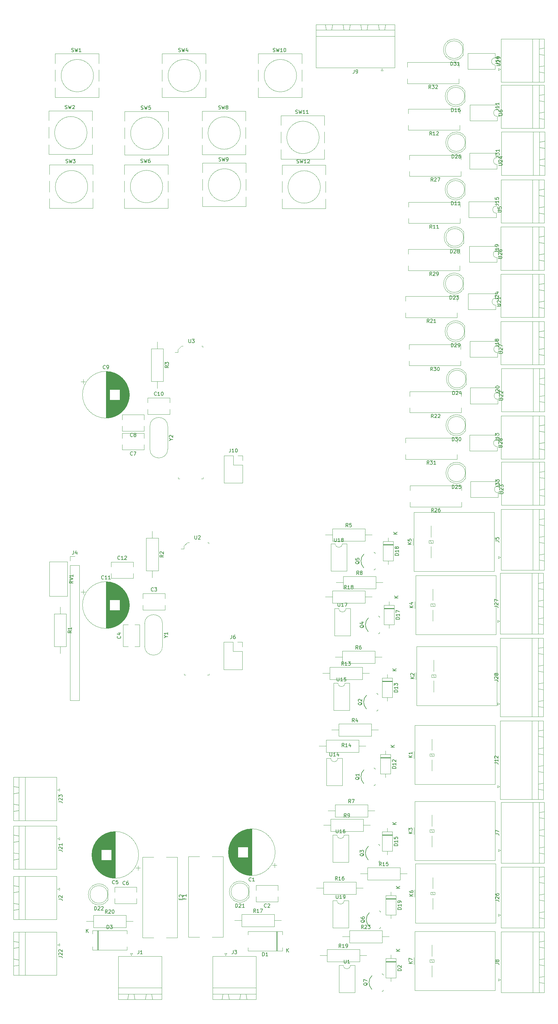
<source format=gbr>
G04 #@! TF.GenerationSoftware,KiCad,Pcbnew,(5.1.5)-3*
G04 #@! TF.CreationDate,2020-04-13T14:59:29+02:00*
G04 #@! TF.ProjectId,Tubeforming_sp,54756265-666f-4726-9d69-6e675f73702e,rev?*
G04 #@! TF.SameCoordinates,Original*
G04 #@! TF.FileFunction,Legend,Top*
G04 #@! TF.FilePolarity,Positive*
%FSLAX46Y46*%
G04 Gerber Fmt 4.6, Leading zero omitted, Abs format (unit mm)*
G04 Created by KiCad (PCBNEW (5.1.5)-3) date 2020-04-13 14:59:29*
%MOMM*%
%LPD*%
G04 APERTURE LIST*
%ADD10C,0.120000*%
%ADD11C,0.150000*%
%ADD12C,0.100000*%
G04 APERTURE END LIST*
D10*
X184388000Y-276546000D02*
G75*
G02X182388000Y-276546000I-1000000J0D01*
G01*
X182388000Y-276546000D02*
X181138000Y-276546000D01*
X181138000Y-276546000D02*
X181138000Y-284286000D01*
X181138000Y-284286000D02*
X185638000Y-284286000D01*
X185638000Y-284286000D02*
X185638000Y-276546000D01*
X185638000Y-276546000D02*
X184388000Y-276546000D01*
X214534000Y-132196000D02*
X214534000Y-133526000D01*
X214534000Y-133526000D02*
X199994000Y-133526000D01*
X199994000Y-133526000D02*
X199994000Y-132196000D01*
X214534000Y-128916000D02*
X214534000Y-127586000D01*
X214534000Y-127586000D02*
X199994000Y-127586000D01*
X199994000Y-127586000D02*
X199994000Y-128916000D01*
X100938000Y-18956000D02*
X113238000Y-18956000D01*
X113238000Y-23536000D02*
X113238000Y-26676000D01*
X113238000Y-31256000D02*
X100938000Y-31256000D01*
X100938000Y-21676000D02*
X100938000Y-18956000D01*
X111767050Y-25146000D02*
G75*
G03X111767050Y-25146000I-4579050J0D01*
G01*
X100938000Y-31256000D02*
X100938000Y-28536000D01*
X100938000Y-26676000D02*
X100938000Y-23536000D01*
X113238000Y-28536000D02*
X113238000Y-31256000D01*
X113238000Y-18956000D02*
X113238000Y-21676000D01*
X111607140Y-50342960D02*
X111607140Y-53062960D01*
X111607140Y-59922960D02*
X111607140Y-62642960D01*
X99307140Y-58062960D02*
X99307140Y-54922960D01*
X99307140Y-62642960D02*
X99307140Y-59922960D01*
X110136190Y-56532960D02*
G75*
G03X110136190Y-56532960I-4579050J0D01*
G01*
X99307140Y-53062960D02*
X99307140Y-50342960D01*
X111607140Y-62642960D02*
X99307140Y-62642960D01*
X111607140Y-54922960D02*
X111607140Y-58062960D01*
X99307140Y-50342960D02*
X111607140Y-50342960D01*
X131164000Y-18956000D02*
X143464000Y-18956000D01*
X143464000Y-23536000D02*
X143464000Y-26676000D01*
X143464000Y-31256000D02*
X131164000Y-31256000D01*
X131164000Y-21676000D02*
X131164000Y-18956000D01*
X141993050Y-25146000D02*
G75*
G03X141993050Y-25146000I-4579050J0D01*
G01*
X131164000Y-31256000D02*
X131164000Y-28536000D01*
X131164000Y-26676000D02*
X131164000Y-23536000D01*
X143464000Y-28536000D02*
X143464000Y-31256000D01*
X143464000Y-18956000D02*
X143464000Y-21676000D01*
X154764280Y-35174080D02*
X154764280Y-37894080D01*
X154764280Y-44754080D02*
X154764280Y-47474080D01*
X142464280Y-42894080D02*
X142464280Y-39754080D01*
X142464280Y-47474080D02*
X142464280Y-44754080D01*
X153293330Y-41364080D02*
G75*
G03X153293330Y-41364080I-4579050J0D01*
G01*
X142464280Y-37894080D02*
X142464280Y-35174080D01*
X154764280Y-47474080D02*
X142464280Y-47474080D01*
X154764280Y-39754080D02*
X154764280Y-42894080D01*
X142464280Y-35174080D02*
X154764280Y-35174080D01*
X120584720Y-35247740D02*
X132884720Y-35247740D01*
X132884720Y-39827740D02*
X132884720Y-42967740D01*
X132884720Y-47547740D02*
X120584720Y-47547740D01*
X120584720Y-37967740D02*
X120584720Y-35247740D01*
X131413770Y-41437740D02*
G75*
G03X131413770Y-41437740I-4579050J0D01*
G01*
X120584720Y-47547740D02*
X120584720Y-44827740D01*
X120584720Y-42967740D02*
X120584720Y-39827740D01*
X132884720Y-44827740D02*
X132884720Y-47547740D01*
X132884720Y-35247740D02*
X132884720Y-37967740D01*
X165067740Y-50406460D02*
X177367740Y-50406460D01*
X177367740Y-54986460D02*
X177367740Y-58126460D01*
X177367740Y-62706460D02*
X165067740Y-62706460D01*
X165067740Y-53126460D02*
X165067740Y-50406460D01*
X175896790Y-56596460D02*
G75*
G03X175896790Y-56596460I-4579050J0D01*
G01*
X165067740Y-62706460D02*
X165067740Y-59986460D01*
X165067740Y-58126460D02*
X165067740Y-54986460D01*
X177367740Y-59986460D02*
X177367740Y-62706460D01*
X177367740Y-50406460D02*
X177367740Y-53126460D01*
X164724840Y-36411060D02*
X177024840Y-36411060D01*
X177024840Y-40991060D02*
X177024840Y-44131060D01*
X177024840Y-48711060D02*
X164724840Y-48711060D01*
X164724840Y-39131060D02*
X164724840Y-36411060D01*
X175553890Y-42601060D02*
G75*
G03X175553890Y-42601060I-4579050J0D01*
G01*
X164724840Y-48711060D02*
X164724840Y-45991060D01*
X164724840Y-44131060D02*
X164724840Y-40991060D01*
X177024840Y-45991060D02*
X177024840Y-48711060D01*
X177024840Y-36411060D02*
X177024840Y-39131060D01*
X111403940Y-35090260D02*
X111403940Y-37810260D01*
X111403940Y-44670260D02*
X111403940Y-47390260D01*
X99103940Y-42810260D02*
X99103940Y-39670260D01*
X99103940Y-47390260D02*
X99103940Y-44670260D01*
X109932990Y-41280260D02*
G75*
G03X109932990Y-41280260I-4579050J0D01*
G01*
X99103940Y-37810260D02*
X99103940Y-35090260D01*
X111403940Y-47390260D02*
X99103940Y-47390260D01*
X111403940Y-39670260D02*
X111403940Y-42810260D01*
X99103940Y-35090260D02*
X111403940Y-35090260D01*
X132795820Y-50297240D02*
X132795820Y-53017240D01*
X132795820Y-59877240D02*
X132795820Y-62597240D01*
X120495820Y-58017240D02*
X120495820Y-54877240D01*
X120495820Y-62597240D02*
X120495820Y-59877240D01*
X131324870Y-56487240D02*
G75*
G03X131324870Y-56487240I-4579050J0D01*
G01*
X120495820Y-53017240D02*
X120495820Y-50297240D01*
X132795820Y-62597240D02*
X120495820Y-62597240D01*
X132795820Y-54877240D02*
X132795820Y-58017240D01*
X120495820Y-50297240D02*
X132795820Y-50297240D01*
X158342000Y-18956000D02*
X170642000Y-18956000D01*
X170642000Y-23536000D02*
X170642000Y-26676000D01*
X170642000Y-31256000D02*
X158342000Y-31256000D01*
X158342000Y-21676000D02*
X158342000Y-18956000D01*
X169171050Y-25146000D02*
G75*
G03X169171050Y-25146000I-4579050J0D01*
G01*
X158342000Y-31256000D02*
X158342000Y-28536000D01*
X158342000Y-26676000D02*
X158342000Y-23536000D01*
X170642000Y-28536000D02*
X170642000Y-31256000D01*
X170642000Y-18956000D02*
X170642000Y-21676000D01*
X154840480Y-49842580D02*
X154840480Y-52562580D01*
X154840480Y-59422580D02*
X154840480Y-62142580D01*
X142540480Y-57562580D02*
X142540480Y-54422580D01*
X142540480Y-62142580D02*
X142540480Y-59422580D01*
X153369530Y-56032580D02*
G75*
G03X153369530Y-56032580I-4579050J0D01*
G01*
X142540480Y-52562580D02*
X142540480Y-49842580D01*
X154840480Y-62142580D02*
X142540480Y-62142580D01*
X154840480Y-54422580D02*
X154840480Y-57562580D01*
X142540480Y-49842580D02*
X154840480Y-49842580D01*
X225272000Y-230252000D02*
X202572000Y-230252000D01*
X202572000Y-230252000D02*
X202572000Y-246952000D01*
X202572000Y-246952000D02*
X225272000Y-246952000D01*
X225272000Y-246952000D02*
X225272000Y-230252000D01*
X207622000Y-238952000D02*
X207222000Y-238252000D01*
X208022000Y-238252000D02*
X206822000Y-238252000D01*
X206822000Y-238252000D02*
X206822000Y-238952000D01*
X206822000Y-238952000D02*
X208022000Y-238952000D01*
X208022000Y-238952000D02*
X208022000Y-238252000D01*
X202312000Y-239602000D02*
X202312000Y-237602000D01*
X207422000Y-243102000D02*
X207422000Y-239952000D01*
X207422000Y-237252000D02*
X207422000Y-234102000D01*
X226744000Y-229670000D02*
X238964000Y-229670000D01*
X238964000Y-229670000D02*
X238964000Y-207450000D01*
X238964000Y-207450000D02*
X226744000Y-207450000D01*
X226744000Y-207450000D02*
X226744000Y-229670000D01*
X237464000Y-229670000D02*
X235664000Y-229670000D01*
X235664000Y-229670000D02*
X235664000Y-207450000D01*
X235664000Y-207450000D02*
X237464000Y-207450000D01*
X237464000Y-207450000D02*
X237464000Y-229670000D01*
X238964000Y-227060000D02*
X238964000Y-225060000D01*
X238964000Y-225060000D02*
X237464000Y-225310000D01*
X237464000Y-225310000D02*
X237464000Y-226810000D01*
X237464000Y-226810000D02*
X238964000Y-227060000D01*
X238964000Y-222060000D02*
X238964000Y-220060000D01*
X238964000Y-220060000D02*
X237464000Y-220310000D01*
X237464000Y-220310000D02*
X237464000Y-221810000D01*
X237464000Y-221810000D02*
X238964000Y-222060000D01*
X238964000Y-217060000D02*
X238964000Y-215060000D01*
X238964000Y-215060000D02*
X237464000Y-215310000D01*
X237464000Y-215310000D02*
X237464000Y-216810000D01*
X237464000Y-216810000D02*
X238964000Y-217060000D01*
X238964000Y-212060000D02*
X238964000Y-210060000D01*
X238964000Y-210060000D02*
X237464000Y-210310000D01*
X237464000Y-210310000D02*
X237464000Y-211810000D01*
X237464000Y-211810000D02*
X238964000Y-212060000D01*
X225944000Y-225760000D02*
X226544000Y-226060000D01*
X226544000Y-226060000D02*
X225944000Y-226360000D01*
X225944000Y-226360000D02*
X225944000Y-225760000D01*
X225282000Y-266986000D02*
X202582000Y-266986000D01*
X202582000Y-266986000D02*
X202582000Y-283686000D01*
X202582000Y-283686000D02*
X225282000Y-283686000D01*
X225282000Y-283686000D02*
X225282000Y-266986000D01*
X207632000Y-275686000D02*
X207232000Y-274986000D01*
X208032000Y-274986000D02*
X206832000Y-274986000D01*
X206832000Y-274986000D02*
X206832000Y-275686000D01*
X206832000Y-275686000D02*
X208032000Y-275686000D01*
X208032000Y-275686000D02*
X208032000Y-274986000D01*
X202322000Y-276336000D02*
X202322000Y-274336000D01*
X207432000Y-279836000D02*
X207432000Y-276686000D01*
X207432000Y-273986000D02*
X207432000Y-270836000D01*
X193524000Y-168402000D02*
X191564000Y-168402000D01*
X180364000Y-168402000D02*
X182324000Y-168402000D01*
X191564000Y-166682000D02*
X182324000Y-166682000D01*
X191564000Y-170122000D02*
X191564000Y-166682000D01*
X182324000Y-170122000D02*
X191564000Y-170122000D01*
X182324000Y-166682000D02*
X182324000Y-170122000D01*
X196796000Y-174826000D02*
X193856000Y-174826000D01*
X193856000Y-174826000D02*
X193856000Y-180266000D01*
X193856000Y-180266000D02*
X196796000Y-180266000D01*
X196796000Y-180266000D02*
X196796000Y-174826000D01*
X195326000Y-173806000D02*
X195326000Y-174826000D01*
X195326000Y-181286000D02*
X195326000Y-180266000D01*
X196796000Y-175726000D02*
X193856000Y-175726000D01*
X196796000Y-175846000D02*
X193856000Y-175846000D01*
X196796000Y-175606000D02*
X193856000Y-175606000D01*
D11*
X189458000Y-178390000D02*
G75*
G03X189408000Y-182240000I1900000J-1950000D01*
G01*
D12*
X192608000Y-177990000D02*
X192308000Y-177840000D01*
X192608000Y-177990000D02*
X192608000Y-178290000D01*
X192608000Y-182390000D02*
X192608000Y-182690000D01*
X192608000Y-182690000D02*
X192308000Y-182840000D01*
D10*
X225522000Y-166412000D02*
X202822000Y-166412000D01*
X202822000Y-166412000D02*
X202822000Y-183112000D01*
X202822000Y-183112000D02*
X225522000Y-183112000D01*
X225522000Y-183112000D02*
X225522000Y-166412000D01*
X207872000Y-175112000D02*
X207472000Y-174412000D01*
X208272000Y-174412000D02*
X207072000Y-174412000D01*
X207072000Y-174412000D02*
X207072000Y-175112000D01*
X207072000Y-175112000D02*
X208272000Y-175112000D01*
X208272000Y-175112000D02*
X208272000Y-174412000D01*
X202562000Y-175762000D02*
X202562000Y-173762000D01*
X207672000Y-179262000D02*
X207672000Y-176112000D01*
X207672000Y-173412000D02*
X207672000Y-170262000D01*
X190476000Y-172466000D02*
X188516000Y-172466000D01*
X177316000Y-172466000D02*
X179276000Y-172466000D01*
X188516000Y-170746000D02*
X179276000Y-170746000D01*
X188516000Y-174186000D02*
X188516000Y-170746000D01*
X179276000Y-174186000D02*
X188516000Y-174186000D01*
X179276000Y-170746000D02*
X179276000Y-174186000D01*
X184368000Y-175708000D02*
X183118000Y-175708000D01*
X184368000Y-183448000D02*
X184368000Y-175708000D01*
X179868000Y-183448000D02*
X184368000Y-183448000D01*
X179868000Y-175708000D02*
X179868000Y-183448000D01*
X181118000Y-175708000D02*
X179868000Y-175708000D01*
X183118000Y-175708000D02*
G75*
G02X181118000Y-175708000I-1000000J0D01*
G01*
X193594000Y-23738000D02*
X192994000Y-23738000D01*
X193294000Y-23138000D02*
X193594000Y-23738000D01*
X192994000Y-23738000D02*
X193294000Y-23138000D01*
X179044000Y-12218000D02*
X179294000Y-10718000D01*
X177544000Y-12218000D02*
X179044000Y-12218000D01*
X177294000Y-10718000D02*
X177544000Y-12218000D01*
X179294000Y-10718000D02*
X177294000Y-10718000D01*
X184044000Y-12218000D02*
X184294000Y-10718000D01*
X182544000Y-12218000D02*
X184044000Y-12218000D01*
X182294000Y-10718000D02*
X182544000Y-12218000D01*
X184294000Y-10718000D02*
X182294000Y-10718000D01*
X189044000Y-12218000D02*
X189294000Y-10718000D01*
X187544000Y-12218000D02*
X189044000Y-12218000D01*
X187294000Y-10718000D02*
X187544000Y-12218000D01*
X189294000Y-10718000D02*
X187294000Y-10718000D01*
X194044000Y-12218000D02*
X194294000Y-10718000D01*
X192544000Y-12218000D02*
X194044000Y-12218000D01*
X192294000Y-10718000D02*
X192544000Y-12218000D01*
X194294000Y-10718000D02*
X192294000Y-10718000D01*
X174684000Y-12218000D02*
X196904000Y-12218000D01*
X174684000Y-14018000D02*
X174684000Y-12218000D01*
X196904000Y-14018000D02*
X174684000Y-14018000D01*
X196904000Y-12218000D02*
X196904000Y-14018000D01*
X174684000Y-22938000D02*
X196904000Y-22938000D01*
X174684000Y-10718000D02*
X174684000Y-22938000D01*
X196904000Y-10718000D02*
X174684000Y-10718000D01*
X196904000Y-22938000D02*
X196904000Y-10718000D01*
X225010000Y-148536000D02*
X202310000Y-148536000D01*
X202310000Y-148536000D02*
X202310000Y-165236000D01*
X202310000Y-165236000D02*
X225010000Y-165236000D01*
X225010000Y-165236000D02*
X225010000Y-148536000D01*
X207360000Y-157236000D02*
X206960000Y-156536000D01*
X207760000Y-156536000D02*
X206560000Y-156536000D01*
X206560000Y-156536000D02*
X206560000Y-157236000D01*
X206560000Y-157236000D02*
X207760000Y-157236000D01*
X207760000Y-157236000D02*
X207760000Y-156536000D01*
X202050000Y-157886000D02*
X202050000Y-155886000D01*
X207160000Y-161386000D02*
X207160000Y-158236000D01*
X207160000Y-155536000D02*
X207160000Y-152386000D01*
X193270000Y-189484000D02*
X191310000Y-189484000D01*
X180110000Y-189484000D02*
X182070000Y-189484000D01*
X191310000Y-187764000D02*
X182070000Y-187764000D01*
X191310000Y-191204000D02*
X191310000Y-187764000D01*
X182070000Y-191204000D02*
X191310000Y-191204000D01*
X182070000Y-187764000D02*
X182070000Y-191204000D01*
X201264000Y-141048000D02*
X201264000Y-142378000D01*
X215804000Y-141048000D02*
X201264000Y-141048000D01*
X215804000Y-142378000D02*
X215804000Y-141048000D01*
X201264000Y-146988000D02*
X201264000Y-145658000D01*
X215804000Y-146988000D02*
X201264000Y-146988000D01*
X215804000Y-145658000D02*
X215804000Y-146988000D01*
X211386000Y-137413538D02*
G75*
G03X216936000Y-138958830I2990000J-462D01*
G01*
X211386000Y-137414462D02*
G75*
G02X216936000Y-135869170I2990000J462D01*
G01*
X216876000Y-137414000D02*
G75*
G03X216876000Y-137414000I-2500000J0D01*
G01*
X216936000Y-138959000D02*
X216936000Y-135869000D01*
X207940000Y-193468000D02*
X207940000Y-190318000D01*
X207940000Y-199318000D02*
X207940000Y-196168000D01*
X202830000Y-195818000D02*
X202830000Y-193818000D01*
X208540000Y-195168000D02*
X208540000Y-194468000D01*
X207340000Y-195168000D02*
X208540000Y-195168000D01*
X207340000Y-194468000D02*
X207340000Y-195168000D01*
X208540000Y-194468000D02*
X207340000Y-194468000D01*
X208140000Y-195168000D02*
X207740000Y-194468000D01*
X225790000Y-203168000D02*
X225790000Y-186468000D01*
X203090000Y-203168000D02*
X225790000Y-203168000D01*
X203090000Y-186468000D02*
X203090000Y-203168000D01*
X225790000Y-186468000D02*
X203090000Y-186468000D01*
X120152060Y-186514120D02*
X120152060Y-180274120D01*
X124794060Y-186514120D02*
X124794060Y-180274120D01*
X120152060Y-186514120D02*
X121548060Y-186514120D01*
X123398060Y-186514120D02*
X124794060Y-186514120D01*
X120152060Y-180274120D02*
X121548060Y-180274120D01*
X123398060Y-180274120D02*
X124794060Y-180274120D01*
X131990000Y-174755000D02*
X131990000Y-176151000D01*
X131990000Y-171509000D02*
X131990000Y-172905000D01*
X125750000Y-174755000D02*
X125750000Y-176151000D01*
X125750000Y-171509000D02*
X125750000Y-172905000D01*
X125750000Y-176151000D02*
X131990000Y-176151000D01*
X125750000Y-171509000D02*
X131990000Y-171509000D01*
X108841431Y-170387000D02*
X108841431Y-171687000D01*
X108191431Y-171037000D02*
X109491431Y-171037000D01*
X121877000Y-174277000D02*
X121877000Y-175227000D01*
X121837000Y-173902000D02*
X121837000Y-175602000D01*
X121797000Y-173645000D02*
X121797000Y-175859000D01*
X121757000Y-173437000D02*
X121757000Y-176067000D01*
X121717000Y-173258000D02*
X121717000Y-176246000D01*
X121677000Y-173099000D02*
X121677000Y-176405000D01*
X121637000Y-172954000D02*
X121637000Y-176550000D01*
X121597000Y-172821000D02*
X121597000Y-176683000D01*
X121557000Y-172697000D02*
X121557000Y-176807000D01*
X121517000Y-172581000D02*
X121517000Y-176923000D01*
X121477000Y-172471000D02*
X121477000Y-177033000D01*
X121437000Y-172367000D02*
X121437000Y-177137000D01*
X121397000Y-172268000D02*
X121397000Y-177236000D01*
X121357000Y-172173000D02*
X121357000Y-177331000D01*
X121317000Y-172082000D02*
X121317000Y-177422000D01*
X121277000Y-171994000D02*
X121277000Y-177510000D01*
X121237000Y-171910000D02*
X121237000Y-177594000D01*
X121197000Y-171829000D02*
X121197000Y-177675000D01*
X121157000Y-171750000D02*
X121157000Y-177754000D01*
X121117000Y-171674000D02*
X121117000Y-177830000D01*
X121077000Y-171600000D02*
X121077000Y-177904000D01*
X121037000Y-171529000D02*
X121037000Y-177975000D01*
X120997000Y-171459000D02*
X120997000Y-178045000D01*
X120957000Y-171391000D02*
X120957000Y-178113000D01*
X120917000Y-171325000D02*
X120917000Y-178179000D01*
X120877000Y-171261000D02*
X120877000Y-178243000D01*
X120837000Y-171198000D02*
X120837000Y-178306000D01*
X120797000Y-171137000D02*
X120797000Y-178367000D01*
X120757000Y-171077000D02*
X120757000Y-178427000D01*
X120717000Y-171019000D02*
X120717000Y-178485000D01*
X120677000Y-170962000D02*
X120677000Y-178542000D01*
X120637000Y-170906000D02*
X120637000Y-178598000D01*
X120597000Y-170852000D02*
X120597000Y-178652000D01*
X120557000Y-170798000D02*
X120557000Y-178706000D01*
X120517000Y-170746000D02*
X120517000Y-178758000D01*
X120477000Y-170695000D02*
X120477000Y-178809000D01*
X120437000Y-170644000D02*
X120437000Y-178860000D01*
X120397000Y-170595000D02*
X120397000Y-178909000D01*
X120357000Y-170547000D02*
X120357000Y-178957000D01*
X120317000Y-170499000D02*
X120317000Y-179005000D01*
X120277000Y-170453000D02*
X120277000Y-179051000D01*
X120237000Y-170407000D02*
X120237000Y-179097000D01*
X120197000Y-170362000D02*
X120197000Y-179142000D01*
X120157000Y-170318000D02*
X120157000Y-179186000D01*
X120117000Y-170275000D02*
X120117000Y-179229000D01*
X120077000Y-170233000D02*
X120077000Y-179271000D01*
X120037000Y-170191000D02*
X120037000Y-179313000D01*
X119997000Y-170150000D02*
X119997000Y-179354000D01*
X119957000Y-170109000D02*
X119957000Y-179395000D01*
X119917000Y-170070000D02*
X119917000Y-179434000D01*
X119877000Y-170031000D02*
X119877000Y-179473000D01*
X119837000Y-169992000D02*
X119837000Y-179512000D01*
X119797000Y-169955000D02*
X119797000Y-179549000D01*
X119757000Y-169918000D02*
X119757000Y-179586000D01*
X119717000Y-169881000D02*
X119717000Y-179623000D01*
X119677000Y-169845000D02*
X119677000Y-179659000D01*
X119637000Y-169810000D02*
X119637000Y-179694000D01*
X119597000Y-169775000D02*
X119597000Y-179729000D01*
X119557000Y-169741000D02*
X119557000Y-179763000D01*
X119517000Y-169708000D02*
X119517000Y-179796000D01*
X119477000Y-169674000D02*
X119477000Y-179830000D01*
X119437000Y-169642000D02*
X119437000Y-179862000D01*
X119397000Y-169610000D02*
X119397000Y-179894000D01*
X119357000Y-169578000D02*
X119357000Y-179926000D01*
X119317000Y-169547000D02*
X119317000Y-179957000D01*
X119277000Y-169517000D02*
X119277000Y-179987000D01*
X119237000Y-169487000D02*
X119237000Y-180017000D01*
X119197000Y-176192000D02*
X119197000Y-180047000D01*
X119197000Y-169457000D02*
X119197000Y-173312000D01*
X119157000Y-176192000D02*
X119157000Y-180076000D01*
X119157000Y-169428000D02*
X119157000Y-173312000D01*
X119117000Y-176192000D02*
X119117000Y-180105000D01*
X119117000Y-169399000D02*
X119117000Y-173312000D01*
X119077000Y-176192000D02*
X119077000Y-180133000D01*
X119077000Y-169371000D02*
X119077000Y-173312000D01*
X119037000Y-176192000D02*
X119037000Y-180161000D01*
X119037000Y-169343000D02*
X119037000Y-173312000D01*
X118997000Y-176192000D02*
X118997000Y-180188000D01*
X118997000Y-169316000D02*
X118997000Y-173312000D01*
X118957000Y-176192000D02*
X118957000Y-180215000D01*
X118957000Y-169289000D02*
X118957000Y-173312000D01*
X118917000Y-176192000D02*
X118917000Y-180242000D01*
X118917000Y-169262000D02*
X118917000Y-173312000D01*
X118877000Y-176192000D02*
X118877000Y-180268000D01*
X118877000Y-169236000D02*
X118877000Y-173312000D01*
X118837000Y-176192000D02*
X118837000Y-180294000D01*
X118837000Y-169210000D02*
X118837000Y-173312000D01*
X118797000Y-176192000D02*
X118797000Y-180319000D01*
X118797000Y-169185000D02*
X118797000Y-173312000D01*
X118757000Y-176192000D02*
X118757000Y-180344000D01*
X118757000Y-169160000D02*
X118757000Y-173312000D01*
X118717000Y-176192000D02*
X118717000Y-180369000D01*
X118717000Y-169135000D02*
X118717000Y-173312000D01*
X118677000Y-176192000D02*
X118677000Y-180393000D01*
X118677000Y-169111000D02*
X118677000Y-173312000D01*
X118637000Y-176192000D02*
X118637000Y-180416000D01*
X118637000Y-169088000D02*
X118637000Y-173312000D01*
X118597000Y-176192000D02*
X118597000Y-180440000D01*
X118597000Y-169064000D02*
X118597000Y-173312000D01*
X118557000Y-176192000D02*
X118557000Y-180463000D01*
X118557000Y-169041000D02*
X118557000Y-173312000D01*
X118517000Y-176192000D02*
X118517000Y-180485000D01*
X118517000Y-169019000D02*
X118517000Y-173312000D01*
X118477000Y-176192000D02*
X118477000Y-180508000D01*
X118477000Y-168996000D02*
X118477000Y-173312000D01*
X118437000Y-176192000D02*
X118437000Y-180530000D01*
X118437000Y-168974000D02*
X118437000Y-173312000D01*
X118397000Y-176192000D02*
X118397000Y-180551000D01*
X118397000Y-168953000D02*
X118397000Y-173312000D01*
X118357000Y-176192000D02*
X118357000Y-180572000D01*
X118357000Y-168932000D02*
X118357000Y-173312000D01*
X118317000Y-176192000D02*
X118317000Y-180593000D01*
X118317000Y-168911000D02*
X118317000Y-173312000D01*
X118277000Y-176192000D02*
X118277000Y-180614000D01*
X118277000Y-168890000D02*
X118277000Y-173312000D01*
X118237000Y-176192000D02*
X118237000Y-180634000D01*
X118237000Y-168870000D02*
X118237000Y-173312000D01*
X118197000Y-176192000D02*
X118197000Y-180654000D01*
X118197000Y-168850000D02*
X118197000Y-173312000D01*
X118157000Y-176192000D02*
X118157000Y-180673000D01*
X118157000Y-168831000D02*
X118157000Y-173312000D01*
X118117000Y-176192000D02*
X118117000Y-180692000D01*
X118117000Y-168812000D02*
X118117000Y-173312000D01*
X118077000Y-176192000D02*
X118077000Y-180711000D01*
X118077000Y-168793000D02*
X118077000Y-173312000D01*
X118037000Y-176192000D02*
X118037000Y-180730000D01*
X118037000Y-168774000D02*
X118037000Y-173312000D01*
X117997000Y-176192000D02*
X117997000Y-180748000D01*
X117997000Y-168756000D02*
X117997000Y-173312000D01*
X117957000Y-176192000D02*
X117957000Y-180766000D01*
X117957000Y-168738000D02*
X117957000Y-173312000D01*
X117917000Y-176192000D02*
X117917000Y-180783000D01*
X117917000Y-168721000D02*
X117917000Y-173312000D01*
X117877000Y-176192000D02*
X117877000Y-180801000D01*
X117877000Y-168703000D02*
X117877000Y-173312000D01*
X117837000Y-176192000D02*
X117837000Y-180817000D01*
X117837000Y-168687000D02*
X117837000Y-173312000D01*
X117797000Y-176192000D02*
X117797000Y-180834000D01*
X117797000Y-168670000D02*
X117797000Y-173312000D01*
X117757000Y-176192000D02*
X117757000Y-180850000D01*
X117757000Y-168654000D02*
X117757000Y-173312000D01*
X117717000Y-176192000D02*
X117717000Y-180866000D01*
X117717000Y-168638000D02*
X117717000Y-173312000D01*
X117677000Y-176192000D02*
X117677000Y-180882000D01*
X117677000Y-168622000D02*
X117677000Y-173312000D01*
X117637000Y-176192000D02*
X117637000Y-180898000D01*
X117637000Y-168606000D02*
X117637000Y-173312000D01*
X117597000Y-176192000D02*
X117597000Y-180913000D01*
X117597000Y-168591000D02*
X117597000Y-173312000D01*
X117557000Y-176192000D02*
X117557000Y-180927000D01*
X117557000Y-168577000D02*
X117557000Y-173312000D01*
X117517000Y-176192000D02*
X117517000Y-180942000D01*
X117517000Y-168562000D02*
X117517000Y-173312000D01*
X117477000Y-176192000D02*
X117477000Y-180956000D01*
X117477000Y-168548000D02*
X117477000Y-173312000D01*
X117437000Y-176192000D02*
X117437000Y-180970000D01*
X117437000Y-168534000D02*
X117437000Y-173312000D01*
X117397000Y-176192000D02*
X117397000Y-180984000D01*
X117397000Y-168520000D02*
X117397000Y-173312000D01*
X117357000Y-176192000D02*
X117357000Y-180997000D01*
X117357000Y-168507000D02*
X117357000Y-173312000D01*
X117317000Y-176192000D02*
X117317000Y-181010000D01*
X117317000Y-168494000D02*
X117317000Y-173312000D01*
X117277000Y-176192000D02*
X117277000Y-181023000D01*
X117277000Y-168481000D02*
X117277000Y-173312000D01*
X117237000Y-176192000D02*
X117237000Y-181036000D01*
X117237000Y-168468000D02*
X117237000Y-173312000D01*
X117197000Y-176192000D02*
X117197000Y-181048000D01*
X117197000Y-168456000D02*
X117197000Y-173312000D01*
X117157000Y-176192000D02*
X117157000Y-181060000D01*
X117157000Y-168444000D02*
X117157000Y-173312000D01*
X117117000Y-176192000D02*
X117117000Y-181072000D01*
X117117000Y-168432000D02*
X117117000Y-173312000D01*
X117077000Y-176192000D02*
X117077000Y-181083000D01*
X117077000Y-168421000D02*
X117077000Y-173312000D01*
X117037000Y-176192000D02*
X117037000Y-181094000D01*
X117037000Y-168410000D02*
X117037000Y-173312000D01*
X116997000Y-176192000D02*
X116997000Y-181105000D01*
X116997000Y-168399000D02*
X116997000Y-173312000D01*
X116957000Y-176192000D02*
X116957000Y-181116000D01*
X116957000Y-168388000D02*
X116957000Y-173312000D01*
X116917000Y-176192000D02*
X116917000Y-181126000D01*
X116917000Y-168378000D02*
X116917000Y-173312000D01*
X116877000Y-176192000D02*
X116877000Y-181136000D01*
X116877000Y-168368000D02*
X116877000Y-173312000D01*
X116837000Y-176192000D02*
X116837000Y-181146000D01*
X116837000Y-168358000D02*
X116837000Y-173312000D01*
X116797000Y-176192000D02*
X116797000Y-181156000D01*
X116797000Y-168348000D02*
X116797000Y-173312000D01*
X116757000Y-176192000D02*
X116757000Y-181165000D01*
X116757000Y-168339000D02*
X116757000Y-173312000D01*
X116717000Y-176192000D02*
X116717000Y-181174000D01*
X116717000Y-168330000D02*
X116717000Y-173312000D01*
X116677000Y-176192000D02*
X116677000Y-181183000D01*
X116677000Y-168321000D02*
X116677000Y-173312000D01*
X116637000Y-176192000D02*
X116637000Y-181191000D01*
X116637000Y-168313000D02*
X116637000Y-173312000D01*
X116597000Y-176192000D02*
X116597000Y-181200000D01*
X116597000Y-168304000D02*
X116597000Y-173312000D01*
X116557000Y-176192000D02*
X116557000Y-181208000D01*
X116557000Y-168296000D02*
X116557000Y-173312000D01*
X116517000Y-176192000D02*
X116517000Y-181215000D01*
X116517000Y-168289000D02*
X116517000Y-173312000D01*
X116477000Y-176192000D02*
X116477000Y-181223000D01*
X116477000Y-168281000D02*
X116477000Y-173312000D01*
X116437000Y-176192000D02*
X116437000Y-181230000D01*
X116437000Y-168274000D02*
X116437000Y-173312000D01*
X116397000Y-176192000D02*
X116397000Y-181237000D01*
X116397000Y-168267000D02*
X116397000Y-173312000D01*
X116357000Y-176192000D02*
X116357000Y-181244000D01*
X116357000Y-168260000D02*
X116357000Y-173312000D01*
X116317000Y-168254000D02*
X116317000Y-181250000D01*
X116277000Y-168247000D02*
X116277000Y-181257000D01*
X116237000Y-168241000D02*
X116237000Y-181263000D01*
X116197000Y-168236000D02*
X116197000Y-181268000D01*
X116157000Y-168230000D02*
X116157000Y-181274000D01*
X116117000Y-168225000D02*
X116117000Y-181279000D01*
X116077000Y-168220000D02*
X116077000Y-181284000D01*
X116037000Y-168215000D02*
X116037000Y-181289000D01*
X115997000Y-168211000D02*
X115997000Y-181293000D01*
X115956000Y-168207000D02*
X115956000Y-181297000D01*
X115916000Y-168203000D02*
X115916000Y-181301000D01*
X115876000Y-168199000D02*
X115876000Y-181305000D01*
X115836000Y-168195000D02*
X115836000Y-181309000D01*
X115796000Y-168192000D02*
X115796000Y-181312000D01*
X115756000Y-168189000D02*
X115756000Y-181315000D01*
X115716000Y-168186000D02*
X115716000Y-181318000D01*
X115676000Y-168184000D02*
X115676000Y-181320000D01*
X115636000Y-168181000D02*
X115636000Y-181323000D01*
X115596000Y-168179000D02*
X115596000Y-181325000D01*
X115556000Y-168177000D02*
X115556000Y-181327000D01*
X115516000Y-168176000D02*
X115516000Y-181328000D01*
X115476000Y-168175000D02*
X115476000Y-181329000D01*
X115436000Y-168173000D02*
X115436000Y-181331000D01*
X115396000Y-168173000D02*
X115396000Y-181331000D01*
X115356000Y-168172000D02*
X115356000Y-181332000D01*
X115316000Y-168172000D02*
X115316000Y-181332000D01*
X115276000Y-168172000D02*
X115276000Y-181332000D01*
X121896000Y-174752000D02*
G75*
G03X121896000Y-174752000I-6620000J0D01*
G01*
X152470000Y-185250000D02*
X153800000Y-185250000D01*
X153800000Y-185250000D02*
X153800000Y-186580000D01*
X151200000Y-185250000D02*
X151200000Y-187850000D01*
X151200000Y-187850000D02*
X153800000Y-187850000D01*
X153800000Y-187850000D02*
X153800000Y-192990000D01*
X148600000Y-192990000D02*
X153800000Y-192990000D01*
X148600000Y-185250000D02*
X148600000Y-192990000D01*
X148600000Y-185250000D02*
X151200000Y-185250000D01*
X128370000Y-167030000D02*
X128370000Y-165070000D01*
X128370000Y-153870000D02*
X128370000Y-155830000D01*
X130090000Y-165070000D02*
X130090000Y-155830000D01*
X126650000Y-165070000D02*
X130090000Y-165070000D01*
X126650000Y-155830000D02*
X126650000Y-165070000D01*
X130090000Y-155830000D02*
X126650000Y-155830000D01*
D12*
X144383460Y-157065800D02*
X143983460Y-157065800D01*
X144383460Y-157465800D02*
X144383460Y-157065800D01*
X137303460Y-158065800D02*
X137303460Y-158865800D01*
X138303460Y-157065800D02*
X137303460Y-158065800D01*
X138803460Y-157065800D02*
X138303460Y-157065800D01*
X137303460Y-158865800D02*
X136503460Y-158865800D01*
X137403460Y-194555800D02*
X137803460Y-194555800D01*
X137403460Y-194155800D02*
X137403460Y-194555800D01*
X144403460Y-194555800D02*
X143903460Y-194555800D01*
X144403460Y-194155800D02*
X144403460Y-194555800D01*
D10*
X126216780Y-186393160D02*
G75*
G03X131266780Y-186393160I2525000J0D01*
G01*
X126216780Y-179993160D02*
G75*
G02X131266780Y-179993160I2525000J0D01*
G01*
X126216780Y-179993160D02*
X126216780Y-186393160D01*
X131266780Y-179993160D02*
X131266780Y-186393160D01*
X116750000Y-162565000D02*
X122990000Y-162565000D01*
X116750000Y-167207000D02*
X122990000Y-167207000D01*
X116750000Y-162565000D02*
X116750000Y-163961000D01*
X116750000Y-165811000D02*
X116750000Y-167207000D01*
X122990000Y-162565000D02*
X122990000Y-163961000D01*
X122990000Y-165811000D02*
X122990000Y-167207000D01*
X145488000Y-273988000D02*
X145488000Y-286208000D01*
X145488000Y-286208000D02*
X157708000Y-286208000D01*
X157708000Y-286208000D02*
X157708000Y-273988000D01*
X157708000Y-273988000D02*
X145488000Y-273988000D01*
X145488000Y-284708000D02*
X145488000Y-282908000D01*
X145488000Y-282908000D02*
X157708000Y-282908000D01*
X157708000Y-282908000D02*
X157708000Y-284708000D01*
X157708000Y-284708000D02*
X145488000Y-284708000D01*
X148098000Y-286208000D02*
X150098000Y-286208000D01*
X150098000Y-286208000D02*
X149848000Y-284708000D01*
X149848000Y-284708000D02*
X148348000Y-284708000D01*
X148348000Y-284708000D02*
X148098000Y-286208000D01*
X153098000Y-286208000D02*
X155098000Y-286208000D01*
X155098000Y-286208000D02*
X154848000Y-284708000D01*
X154848000Y-284708000D02*
X153348000Y-284708000D01*
X153348000Y-284708000D02*
X153098000Y-286208000D01*
X149398000Y-273188000D02*
X149098000Y-273788000D01*
X149098000Y-273788000D02*
X148798000Y-273188000D01*
X148798000Y-273188000D02*
X149398000Y-273188000D01*
X225832000Y-51528000D02*
X225832000Y-50278000D01*
X218092000Y-51528000D02*
X225832000Y-51528000D01*
X218092000Y-47028000D02*
X218092000Y-51528000D01*
X225832000Y-47028000D02*
X218092000Y-47028000D01*
X225832000Y-48278000D02*
X225832000Y-47028000D01*
X225832000Y-50278000D02*
G75*
G02X225832000Y-48278000I0J1000000D01*
G01*
X225286000Y-23364000D02*
X225286000Y-22114000D01*
X217546000Y-23364000D02*
X225286000Y-23364000D01*
X217546000Y-18864000D02*
X217546000Y-23364000D01*
X225286000Y-18864000D02*
X217546000Y-18864000D01*
X225286000Y-20114000D02*
X225286000Y-18864000D01*
X225286000Y-22114000D02*
G75*
G02X225286000Y-20114000I0J1000000D01*
G01*
X104384000Y-162501000D02*
X104384000Y-172271000D01*
X99314000Y-162501000D02*
X99314000Y-172271000D01*
X104384000Y-162501000D02*
X99314000Y-162501000D01*
X104384000Y-172271000D02*
X99314000Y-172271000D01*
X225776000Y-77822000D02*
X225776000Y-76572000D01*
X218036000Y-77822000D02*
X225776000Y-77822000D01*
X218036000Y-73322000D02*
X218036000Y-77822000D01*
X225776000Y-73322000D02*
X218036000Y-73322000D01*
X225776000Y-74572000D02*
X225776000Y-73322000D01*
X225776000Y-76572000D02*
G75*
G02X225776000Y-74572000I0J1000000D01*
G01*
X226112000Y-144296000D02*
X226112000Y-143046000D01*
X218372000Y-144296000D02*
X226112000Y-144296000D01*
X218372000Y-139796000D02*
X218372000Y-144296000D01*
X226112000Y-139796000D02*
X218372000Y-139796000D01*
X226112000Y-141046000D02*
X226112000Y-139796000D01*
X226112000Y-143046000D02*
G75*
G02X226112000Y-141046000I0J1000000D01*
G01*
X225930000Y-104672000D02*
X225930000Y-103422000D01*
X218190000Y-104672000D02*
X225930000Y-104672000D01*
X218190000Y-100172000D02*
X218190000Y-104672000D01*
X225930000Y-100172000D02*
X218190000Y-100172000D01*
X225930000Y-101422000D02*
X225930000Y-100172000D01*
X225930000Y-103422000D02*
G75*
G02X225930000Y-101422000I0J1000000D01*
G01*
X225844000Y-129972000D02*
G75*
G02X225844000Y-127972000I0J1000000D01*
G01*
X225844000Y-127972000D02*
X225844000Y-126722000D01*
X225844000Y-126722000D02*
X218104000Y-126722000D01*
X218104000Y-126722000D02*
X218104000Y-131222000D01*
X218104000Y-131222000D02*
X225844000Y-131222000D01*
X225844000Y-131222000D02*
X225844000Y-129972000D01*
X122128000Y-273188000D02*
X122728000Y-273188000D01*
X122428000Y-273788000D02*
X122128000Y-273188000D01*
X122728000Y-273188000D02*
X122428000Y-273788000D01*
X126678000Y-284708000D02*
X126428000Y-286208000D01*
X128178000Y-284708000D02*
X126678000Y-284708000D01*
X128428000Y-286208000D02*
X128178000Y-284708000D01*
X126428000Y-286208000D02*
X128428000Y-286208000D01*
X121678000Y-284708000D02*
X121428000Y-286208000D01*
X123178000Y-284708000D02*
X121678000Y-284708000D01*
X123428000Y-286208000D02*
X123178000Y-284708000D01*
X121428000Y-286208000D02*
X123428000Y-286208000D01*
X131038000Y-284708000D02*
X118818000Y-284708000D01*
X131038000Y-282908000D02*
X131038000Y-284708000D01*
X118818000Y-282908000D02*
X131038000Y-282908000D01*
X118818000Y-284708000D02*
X118818000Y-282908000D01*
X131038000Y-273988000D02*
X118818000Y-273988000D01*
X131038000Y-286208000D02*
X131038000Y-273988000D01*
X118818000Y-286208000D02*
X131038000Y-286208000D01*
X118818000Y-273988000D02*
X118818000Y-286208000D01*
X226940000Y-106822000D02*
X239160000Y-106822000D01*
X239160000Y-106822000D02*
X239160000Y-94602000D01*
X239160000Y-94602000D02*
X226940000Y-94602000D01*
X226940000Y-94602000D02*
X226940000Y-106822000D01*
X237660000Y-106822000D02*
X235860000Y-106822000D01*
X235860000Y-106822000D02*
X235860000Y-94602000D01*
X235860000Y-94602000D02*
X237660000Y-94602000D01*
X237660000Y-94602000D02*
X237660000Y-106822000D01*
X239160000Y-104212000D02*
X239160000Y-102212000D01*
X239160000Y-102212000D02*
X237660000Y-102462000D01*
X237660000Y-102462000D02*
X237660000Y-103962000D01*
X237660000Y-103962000D02*
X239160000Y-104212000D01*
X239160000Y-99212000D02*
X239160000Y-97212000D01*
X239160000Y-97212000D02*
X237660000Y-97462000D01*
X237660000Y-97462000D02*
X237660000Y-98962000D01*
X237660000Y-98962000D02*
X239160000Y-99212000D01*
X226140000Y-102912000D02*
X226740000Y-103212000D01*
X226740000Y-103212000D02*
X226140000Y-103512000D01*
X226140000Y-103512000D02*
X226140000Y-102912000D01*
X226988000Y-40046000D02*
X239208000Y-40046000D01*
X239208000Y-40046000D02*
X239208000Y-27826000D01*
X239208000Y-27826000D02*
X226988000Y-27826000D01*
X226988000Y-27826000D02*
X226988000Y-40046000D01*
X237708000Y-40046000D02*
X235908000Y-40046000D01*
X235908000Y-40046000D02*
X235908000Y-27826000D01*
X235908000Y-27826000D02*
X237708000Y-27826000D01*
X237708000Y-27826000D02*
X237708000Y-40046000D01*
X239208000Y-37436000D02*
X239208000Y-35436000D01*
X239208000Y-35436000D02*
X237708000Y-35686000D01*
X237708000Y-35686000D02*
X237708000Y-37186000D01*
X237708000Y-37186000D02*
X239208000Y-37436000D01*
X239208000Y-32436000D02*
X239208000Y-30436000D01*
X239208000Y-30436000D02*
X237708000Y-30686000D01*
X237708000Y-30686000D02*
X237708000Y-32186000D01*
X237708000Y-32186000D02*
X239208000Y-32436000D01*
X226188000Y-36136000D02*
X226788000Y-36436000D01*
X226788000Y-36436000D02*
X226188000Y-36736000D01*
X226188000Y-36736000D02*
X226188000Y-36136000D01*
X226940000Y-93470000D02*
X239160000Y-93470000D01*
X239160000Y-93470000D02*
X239160000Y-81250000D01*
X239160000Y-81250000D02*
X226940000Y-81250000D01*
X226940000Y-81250000D02*
X226940000Y-93470000D01*
X237660000Y-93470000D02*
X235860000Y-93470000D01*
X235860000Y-93470000D02*
X235860000Y-81250000D01*
X235860000Y-81250000D02*
X237660000Y-81250000D01*
X237660000Y-81250000D02*
X237660000Y-93470000D01*
X239160000Y-90860000D02*
X239160000Y-88860000D01*
X239160000Y-88860000D02*
X237660000Y-89110000D01*
X237660000Y-89110000D02*
X237660000Y-90610000D01*
X237660000Y-90610000D02*
X239160000Y-90860000D01*
X239160000Y-85860000D02*
X239160000Y-83860000D01*
X239160000Y-83860000D02*
X237660000Y-84110000D01*
X237660000Y-84110000D02*
X237660000Y-85610000D01*
X237660000Y-85610000D02*
X239160000Y-85860000D01*
X226140000Y-89560000D02*
X226740000Y-89860000D01*
X226740000Y-89860000D02*
X226140000Y-90160000D01*
X226140000Y-90160000D02*
X226140000Y-89560000D01*
X226136000Y-76812000D02*
X226136000Y-76212000D01*
X226736000Y-76512000D02*
X226136000Y-76812000D01*
X226136000Y-76212000D02*
X226736000Y-76512000D01*
X237656000Y-72262000D02*
X239156000Y-72512000D01*
X237656000Y-70762000D02*
X237656000Y-72262000D01*
X239156000Y-70512000D02*
X237656000Y-70762000D01*
X239156000Y-72512000D02*
X239156000Y-70512000D01*
X237656000Y-77262000D02*
X239156000Y-77512000D01*
X237656000Y-75762000D02*
X237656000Y-77262000D01*
X239156000Y-75512000D02*
X237656000Y-75762000D01*
X239156000Y-77512000D02*
X239156000Y-75512000D01*
X237656000Y-67902000D02*
X237656000Y-80122000D01*
X235856000Y-67902000D02*
X237656000Y-67902000D01*
X235856000Y-80122000D02*
X235856000Y-67902000D01*
X237656000Y-80122000D02*
X235856000Y-80122000D01*
X226936000Y-67902000D02*
X226936000Y-80122000D01*
X239156000Y-67902000D02*
X226936000Y-67902000D01*
X239156000Y-80122000D02*
X239156000Y-67902000D01*
X226936000Y-80122000D02*
X239156000Y-80122000D01*
X215042000Y-26024000D02*
X215042000Y-27354000D01*
X215042000Y-27354000D02*
X200502000Y-27354000D01*
X200502000Y-27354000D02*
X200502000Y-26024000D01*
X215042000Y-22744000D02*
X215042000Y-21414000D01*
X215042000Y-21414000D02*
X200502000Y-21414000D01*
X200502000Y-21414000D02*
X200502000Y-22744000D01*
X226148000Y-63492000D02*
X226148000Y-62892000D01*
X226748000Y-63192000D02*
X226148000Y-63492000D01*
X226148000Y-62892000D02*
X226748000Y-63192000D01*
X237668000Y-58942000D02*
X239168000Y-59192000D01*
X237668000Y-57442000D02*
X237668000Y-58942000D01*
X239168000Y-57192000D02*
X237668000Y-57442000D01*
X239168000Y-59192000D02*
X239168000Y-57192000D01*
X237668000Y-63942000D02*
X239168000Y-64192000D01*
X237668000Y-62442000D02*
X237668000Y-63942000D01*
X239168000Y-62192000D02*
X237668000Y-62442000D01*
X239168000Y-64192000D02*
X239168000Y-62192000D01*
X237668000Y-54582000D02*
X237668000Y-66802000D01*
X235868000Y-54582000D02*
X237668000Y-54582000D01*
X235868000Y-66802000D02*
X235868000Y-54582000D01*
X237668000Y-66802000D02*
X235868000Y-66802000D01*
X226948000Y-54582000D02*
X226948000Y-66802000D01*
X239168000Y-54582000D02*
X226948000Y-54582000D01*
X239168000Y-66802000D02*
X239168000Y-54582000D01*
X226948000Y-66802000D02*
X239168000Y-66802000D01*
X210696000Y-17803538D02*
G75*
G03X216246000Y-19348830I2990000J-462D01*
G01*
X210696000Y-17804462D02*
G75*
G02X216246000Y-16259170I2990000J462D01*
G01*
X216186000Y-17804000D02*
G75*
G03X216186000Y-17804000I-2500000J0D01*
G01*
X216246000Y-19349000D02*
X216246000Y-16259000D01*
X210740000Y-83909538D02*
G75*
G03X216290000Y-85454830I2990000J-462D01*
G01*
X210740000Y-83910462D02*
G75*
G02X216290000Y-82365170I2990000J462D01*
G01*
X216230000Y-83910000D02*
G75*
G03X216230000Y-83910000I-2500000J0D01*
G01*
X216290000Y-85455000D02*
X216290000Y-82365000D01*
X226272000Y-143236000D02*
X226272000Y-142636000D01*
X226872000Y-142936000D02*
X226272000Y-143236000D01*
X226272000Y-142636000D02*
X226872000Y-142936000D01*
X237792000Y-138686000D02*
X239292000Y-138936000D01*
X237792000Y-137186000D02*
X237792000Y-138686000D01*
X239292000Y-136936000D02*
X237792000Y-137186000D01*
X239292000Y-138936000D02*
X239292000Y-136936000D01*
X237792000Y-143686000D02*
X239292000Y-143936000D01*
X237792000Y-142186000D02*
X237792000Y-143686000D01*
X239292000Y-141936000D02*
X237792000Y-142186000D01*
X239292000Y-143936000D02*
X239292000Y-141936000D01*
X237792000Y-134326000D02*
X237792000Y-146546000D01*
X235992000Y-134326000D02*
X237792000Y-134326000D01*
X235992000Y-146546000D02*
X235992000Y-134326000D01*
X237792000Y-146546000D02*
X235992000Y-146546000D01*
X227072000Y-134326000D02*
X227072000Y-146546000D01*
X239292000Y-134326000D02*
X227072000Y-134326000D01*
X239292000Y-146546000D02*
X239292000Y-134326000D01*
X227072000Y-146546000D02*
X239292000Y-146546000D01*
X226292000Y-49960000D02*
X226292000Y-49360000D01*
X226892000Y-49660000D02*
X226292000Y-49960000D01*
X226292000Y-49360000D02*
X226892000Y-49660000D01*
X237812000Y-45410000D02*
X239312000Y-45660000D01*
X237812000Y-43910000D02*
X237812000Y-45410000D01*
X239312000Y-43660000D02*
X237812000Y-43910000D01*
X239312000Y-45660000D02*
X239312000Y-43660000D01*
X237812000Y-50410000D02*
X239312000Y-50660000D01*
X237812000Y-48910000D02*
X237812000Y-50410000D01*
X239312000Y-48660000D02*
X237812000Y-48910000D01*
X239312000Y-50660000D02*
X239312000Y-48660000D01*
X237812000Y-41050000D02*
X237812000Y-53270000D01*
X236012000Y-41050000D02*
X237812000Y-41050000D01*
X236012000Y-53270000D02*
X236012000Y-41050000D01*
X237812000Y-53270000D02*
X236012000Y-53270000D01*
X227092000Y-41050000D02*
X227092000Y-53270000D01*
X239312000Y-41050000D02*
X227092000Y-41050000D01*
X239312000Y-53270000D02*
X239312000Y-41050000D01*
X227092000Y-53270000D02*
X239312000Y-53270000D01*
X226282000Y-116798000D02*
X226282000Y-116198000D01*
X226882000Y-116498000D02*
X226282000Y-116798000D01*
X226282000Y-116198000D02*
X226882000Y-116498000D01*
X237802000Y-112248000D02*
X239302000Y-112498000D01*
X237802000Y-110748000D02*
X237802000Y-112248000D01*
X239302000Y-110498000D02*
X237802000Y-110748000D01*
X239302000Y-112498000D02*
X239302000Y-110498000D01*
X237802000Y-117248000D02*
X239302000Y-117498000D01*
X237802000Y-115748000D02*
X237802000Y-117248000D01*
X239302000Y-115498000D02*
X237802000Y-115748000D01*
X239302000Y-117498000D02*
X239302000Y-115498000D01*
X237802000Y-107888000D02*
X237802000Y-120108000D01*
X236002000Y-107888000D02*
X237802000Y-107888000D01*
X236002000Y-120108000D02*
X236002000Y-107888000D01*
X237802000Y-120108000D02*
X236002000Y-120108000D01*
X227082000Y-107888000D02*
X227082000Y-120108000D01*
X239302000Y-107888000D02*
X227082000Y-107888000D01*
X239302000Y-120108000D02*
X239302000Y-107888000D01*
X227082000Y-120108000D02*
X239302000Y-120108000D01*
X162938569Y-248967000D02*
X162938569Y-247667000D01*
X163588569Y-248317000D02*
X162288569Y-248317000D01*
X149903000Y-245077000D02*
X149903000Y-244127000D01*
X149943000Y-245452000D02*
X149943000Y-243752000D01*
X149983000Y-245709000D02*
X149983000Y-243495000D01*
X150023000Y-245917000D02*
X150023000Y-243287000D01*
X150063000Y-246096000D02*
X150063000Y-243108000D01*
X150103000Y-246255000D02*
X150103000Y-242949000D01*
X150143000Y-246400000D02*
X150143000Y-242804000D01*
X150183000Y-246533000D02*
X150183000Y-242671000D01*
X150223000Y-246657000D02*
X150223000Y-242547000D01*
X150263000Y-246773000D02*
X150263000Y-242431000D01*
X150303000Y-246883000D02*
X150303000Y-242321000D01*
X150343000Y-246987000D02*
X150343000Y-242217000D01*
X150383000Y-247086000D02*
X150383000Y-242118000D01*
X150423000Y-247181000D02*
X150423000Y-242023000D01*
X150463000Y-247272000D02*
X150463000Y-241932000D01*
X150503000Y-247360000D02*
X150503000Y-241844000D01*
X150543000Y-247444000D02*
X150543000Y-241760000D01*
X150583000Y-247525000D02*
X150583000Y-241679000D01*
X150623000Y-247604000D02*
X150623000Y-241600000D01*
X150663000Y-247680000D02*
X150663000Y-241524000D01*
X150703000Y-247754000D02*
X150703000Y-241450000D01*
X150743000Y-247825000D02*
X150743000Y-241379000D01*
X150783000Y-247895000D02*
X150783000Y-241309000D01*
X150823000Y-247963000D02*
X150823000Y-241241000D01*
X150863000Y-248029000D02*
X150863000Y-241175000D01*
X150903000Y-248093000D02*
X150903000Y-241111000D01*
X150943000Y-248156000D02*
X150943000Y-241048000D01*
X150983000Y-248217000D02*
X150983000Y-240987000D01*
X151023000Y-248277000D02*
X151023000Y-240927000D01*
X151063000Y-248335000D02*
X151063000Y-240869000D01*
X151103000Y-248392000D02*
X151103000Y-240812000D01*
X151143000Y-248448000D02*
X151143000Y-240756000D01*
X151183000Y-248502000D02*
X151183000Y-240702000D01*
X151223000Y-248556000D02*
X151223000Y-240648000D01*
X151263000Y-248608000D02*
X151263000Y-240596000D01*
X151303000Y-248659000D02*
X151303000Y-240545000D01*
X151343000Y-248710000D02*
X151343000Y-240494000D01*
X151383000Y-248759000D02*
X151383000Y-240445000D01*
X151423000Y-248807000D02*
X151423000Y-240397000D01*
X151463000Y-248855000D02*
X151463000Y-240349000D01*
X151503000Y-248901000D02*
X151503000Y-240303000D01*
X151543000Y-248947000D02*
X151543000Y-240257000D01*
X151583000Y-248992000D02*
X151583000Y-240212000D01*
X151623000Y-249036000D02*
X151623000Y-240168000D01*
X151663000Y-249079000D02*
X151663000Y-240125000D01*
X151703000Y-249121000D02*
X151703000Y-240083000D01*
X151743000Y-249163000D02*
X151743000Y-240041000D01*
X151783000Y-249204000D02*
X151783000Y-240000000D01*
X151823000Y-249245000D02*
X151823000Y-239959000D01*
X151863000Y-249284000D02*
X151863000Y-239920000D01*
X151903000Y-249323000D02*
X151903000Y-239881000D01*
X151943000Y-249362000D02*
X151943000Y-239842000D01*
X151983000Y-249399000D02*
X151983000Y-239805000D01*
X152023000Y-249436000D02*
X152023000Y-239768000D01*
X152063000Y-249473000D02*
X152063000Y-239731000D01*
X152103000Y-249509000D02*
X152103000Y-239695000D01*
X152143000Y-249544000D02*
X152143000Y-239660000D01*
X152183000Y-249579000D02*
X152183000Y-239625000D01*
X152223000Y-249613000D02*
X152223000Y-239591000D01*
X152263000Y-249646000D02*
X152263000Y-239558000D01*
X152303000Y-249680000D02*
X152303000Y-239524000D01*
X152343000Y-249712000D02*
X152343000Y-239492000D01*
X152383000Y-249744000D02*
X152383000Y-239460000D01*
X152423000Y-249776000D02*
X152423000Y-239428000D01*
X152463000Y-249807000D02*
X152463000Y-239397000D01*
X152503000Y-249837000D02*
X152503000Y-239367000D01*
X152543000Y-249867000D02*
X152543000Y-239337000D01*
X152583000Y-243162000D02*
X152583000Y-239307000D01*
X152583000Y-249897000D02*
X152583000Y-246042000D01*
X152623000Y-243162000D02*
X152623000Y-239278000D01*
X152623000Y-249926000D02*
X152623000Y-246042000D01*
X152663000Y-243162000D02*
X152663000Y-239249000D01*
X152663000Y-249955000D02*
X152663000Y-246042000D01*
X152703000Y-243162000D02*
X152703000Y-239221000D01*
X152703000Y-249983000D02*
X152703000Y-246042000D01*
X152743000Y-243162000D02*
X152743000Y-239193000D01*
X152743000Y-250011000D02*
X152743000Y-246042000D01*
X152783000Y-243162000D02*
X152783000Y-239166000D01*
X152783000Y-250038000D02*
X152783000Y-246042000D01*
X152823000Y-243162000D02*
X152823000Y-239139000D01*
X152823000Y-250065000D02*
X152823000Y-246042000D01*
X152863000Y-243162000D02*
X152863000Y-239112000D01*
X152863000Y-250092000D02*
X152863000Y-246042000D01*
X152903000Y-243162000D02*
X152903000Y-239086000D01*
X152903000Y-250118000D02*
X152903000Y-246042000D01*
X152943000Y-243162000D02*
X152943000Y-239060000D01*
X152943000Y-250144000D02*
X152943000Y-246042000D01*
X152983000Y-243162000D02*
X152983000Y-239035000D01*
X152983000Y-250169000D02*
X152983000Y-246042000D01*
X153023000Y-243162000D02*
X153023000Y-239010000D01*
X153023000Y-250194000D02*
X153023000Y-246042000D01*
X153063000Y-243162000D02*
X153063000Y-238985000D01*
X153063000Y-250219000D02*
X153063000Y-246042000D01*
X153103000Y-243162000D02*
X153103000Y-238961000D01*
X153103000Y-250243000D02*
X153103000Y-246042000D01*
X153143000Y-243162000D02*
X153143000Y-238938000D01*
X153143000Y-250266000D02*
X153143000Y-246042000D01*
X153183000Y-243162000D02*
X153183000Y-238914000D01*
X153183000Y-250290000D02*
X153183000Y-246042000D01*
X153223000Y-243162000D02*
X153223000Y-238891000D01*
X153223000Y-250313000D02*
X153223000Y-246042000D01*
X153263000Y-243162000D02*
X153263000Y-238869000D01*
X153263000Y-250335000D02*
X153263000Y-246042000D01*
X153303000Y-243162000D02*
X153303000Y-238846000D01*
X153303000Y-250358000D02*
X153303000Y-246042000D01*
X153343000Y-243162000D02*
X153343000Y-238824000D01*
X153343000Y-250380000D02*
X153343000Y-246042000D01*
X153383000Y-243162000D02*
X153383000Y-238803000D01*
X153383000Y-250401000D02*
X153383000Y-246042000D01*
X153423000Y-243162000D02*
X153423000Y-238782000D01*
X153423000Y-250422000D02*
X153423000Y-246042000D01*
X153463000Y-243162000D02*
X153463000Y-238761000D01*
X153463000Y-250443000D02*
X153463000Y-246042000D01*
X153503000Y-243162000D02*
X153503000Y-238740000D01*
X153503000Y-250464000D02*
X153503000Y-246042000D01*
X153543000Y-243162000D02*
X153543000Y-238720000D01*
X153543000Y-250484000D02*
X153543000Y-246042000D01*
X153583000Y-243162000D02*
X153583000Y-238700000D01*
X153583000Y-250504000D02*
X153583000Y-246042000D01*
X153623000Y-243162000D02*
X153623000Y-238681000D01*
X153623000Y-250523000D02*
X153623000Y-246042000D01*
X153663000Y-243162000D02*
X153663000Y-238662000D01*
X153663000Y-250542000D02*
X153663000Y-246042000D01*
X153703000Y-243162000D02*
X153703000Y-238643000D01*
X153703000Y-250561000D02*
X153703000Y-246042000D01*
X153743000Y-243162000D02*
X153743000Y-238624000D01*
X153743000Y-250580000D02*
X153743000Y-246042000D01*
X153783000Y-243162000D02*
X153783000Y-238606000D01*
X153783000Y-250598000D02*
X153783000Y-246042000D01*
X153823000Y-243162000D02*
X153823000Y-238588000D01*
X153823000Y-250616000D02*
X153823000Y-246042000D01*
X153863000Y-243162000D02*
X153863000Y-238571000D01*
X153863000Y-250633000D02*
X153863000Y-246042000D01*
X153903000Y-243162000D02*
X153903000Y-238553000D01*
X153903000Y-250651000D02*
X153903000Y-246042000D01*
X153943000Y-243162000D02*
X153943000Y-238537000D01*
X153943000Y-250667000D02*
X153943000Y-246042000D01*
X153983000Y-243162000D02*
X153983000Y-238520000D01*
X153983000Y-250684000D02*
X153983000Y-246042000D01*
X154023000Y-243162000D02*
X154023000Y-238504000D01*
X154023000Y-250700000D02*
X154023000Y-246042000D01*
X154063000Y-243162000D02*
X154063000Y-238488000D01*
X154063000Y-250716000D02*
X154063000Y-246042000D01*
X154103000Y-243162000D02*
X154103000Y-238472000D01*
X154103000Y-250732000D02*
X154103000Y-246042000D01*
X154143000Y-243162000D02*
X154143000Y-238456000D01*
X154143000Y-250748000D02*
X154143000Y-246042000D01*
X154183000Y-243162000D02*
X154183000Y-238441000D01*
X154183000Y-250763000D02*
X154183000Y-246042000D01*
X154223000Y-243162000D02*
X154223000Y-238427000D01*
X154223000Y-250777000D02*
X154223000Y-246042000D01*
X154263000Y-243162000D02*
X154263000Y-238412000D01*
X154263000Y-250792000D02*
X154263000Y-246042000D01*
X154303000Y-243162000D02*
X154303000Y-238398000D01*
X154303000Y-250806000D02*
X154303000Y-246042000D01*
X154343000Y-243162000D02*
X154343000Y-238384000D01*
X154343000Y-250820000D02*
X154343000Y-246042000D01*
X154383000Y-243162000D02*
X154383000Y-238370000D01*
X154383000Y-250834000D02*
X154383000Y-246042000D01*
X154423000Y-243162000D02*
X154423000Y-238357000D01*
X154423000Y-250847000D02*
X154423000Y-246042000D01*
X154463000Y-243162000D02*
X154463000Y-238344000D01*
X154463000Y-250860000D02*
X154463000Y-246042000D01*
X154503000Y-243162000D02*
X154503000Y-238331000D01*
X154503000Y-250873000D02*
X154503000Y-246042000D01*
X154543000Y-243162000D02*
X154543000Y-238318000D01*
X154543000Y-250886000D02*
X154543000Y-246042000D01*
X154583000Y-243162000D02*
X154583000Y-238306000D01*
X154583000Y-250898000D02*
X154583000Y-246042000D01*
X154623000Y-243162000D02*
X154623000Y-238294000D01*
X154623000Y-250910000D02*
X154623000Y-246042000D01*
X154663000Y-243162000D02*
X154663000Y-238282000D01*
X154663000Y-250922000D02*
X154663000Y-246042000D01*
X154703000Y-243162000D02*
X154703000Y-238271000D01*
X154703000Y-250933000D02*
X154703000Y-246042000D01*
X154743000Y-243162000D02*
X154743000Y-238260000D01*
X154743000Y-250944000D02*
X154743000Y-246042000D01*
X154783000Y-243162000D02*
X154783000Y-238249000D01*
X154783000Y-250955000D02*
X154783000Y-246042000D01*
X154823000Y-243162000D02*
X154823000Y-238238000D01*
X154823000Y-250966000D02*
X154823000Y-246042000D01*
X154863000Y-243162000D02*
X154863000Y-238228000D01*
X154863000Y-250976000D02*
X154863000Y-246042000D01*
X154903000Y-243162000D02*
X154903000Y-238218000D01*
X154903000Y-250986000D02*
X154903000Y-246042000D01*
X154943000Y-243162000D02*
X154943000Y-238208000D01*
X154943000Y-250996000D02*
X154943000Y-246042000D01*
X154983000Y-243162000D02*
X154983000Y-238198000D01*
X154983000Y-251006000D02*
X154983000Y-246042000D01*
X155023000Y-243162000D02*
X155023000Y-238189000D01*
X155023000Y-251015000D02*
X155023000Y-246042000D01*
X155063000Y-243162000D02*
X155063000Y-238180000D01*
X155063000Y-251024000D02*
X155063000Y-246042000D01*
X155103000Y-243162000D02*
X155103000Y-238171000D01*
X155103000Y-251033000D02*
X155103000Y-246042000D01*
X155143000Y-243162000D02*
X155143000Y-238163000D01*
X155143000Y-251041000D02*
X155143000Y-246042000D01*
X155183000Y-243162000D02*
X155183000Y-238154000D01*
X155183000Y-251050000D02*
X155183000Y-246042000D01*
X155223000Y-243162000D02*
X155223000Y-238146000D01*
X155223000Y-251058000D02*
X155223000Y-246042000D01*
X155263000Y-243162000D02*
X155263000Y-238139000D01*
X155263000Y-251065000D02*
X155263000Y-246042000D01*
X155303000Y-243162000D02*
X155303000Y-238131000D01*
X155303000Y-251073000D02*
X155303000Y-246042000D01*
X155343000Y-243162000D02*
X155343000Y-238124000D01*
X155343000Y-251080000D02*
X155343000Y-246042000D01*
X155383000Y-243162000D02*
X155383000Y-238117000D01*
X155383000Y-251087000D02*
X155383000Y-246042000D01*
X155423000Y-243162000D02*
X155423000Y-238110000D01*
X155423000Y-251094000D02*
X155423000Y-246042000D01*
X155463000Y-251100000D02*
X155463000Y-238104000D01*
X155503000Y-251107000D02*
X155503000Y-238097000D01*
X155543000Y-251113000D02*
X155543000Y-238091000D01*
X155583000Y-251118000D02*
X155583000Y-238086000D01*
X155623000Y-251124000D02*
X155623000Y-238080000D01*
X155663000Y-251129000D02*
X155663000Y-238075000D01*
X155703000Y-251134000D02*
X155703000Y-238070000D01*
X155743000Y-251139000D02*
X155743000Y-238065000D01*
X155783000Y-251143000D02*
X155783000Y-238061000D01*
X155824000Y-251147000D02*
X155824000Y-238057000D01*
X155864000Y-251151000D02*
X155864000Y-238053000D01*
X155904000Y-251155000D02*
X155904000Y-238049000D01*
X155944000Y-251159000D02*
X155944000Y-238045000D01*
X155984000Y-251162000D02*
X155984000Y-238042000D01*
X156024000Y-251165000D02*
X156024000Y-238039000D01*
X156064000Y-251168000D02*
X156064000Y-238036000D01*
X156104000Y-251170000D02*
X156104000Y-238034000D01*
X156144000Y-251173000D02*
X156144000Y-238031000D01*
X156184000Y-251175000D02*
X156184000Y-238029000D01*
X156224000Y-251177000D02*
X156224000Y-238027000D01*
X156264000Y-251178000D02*
X156264000Y-238026000D01*
X156304000Y-251179000D02*
X156304000Y-238025000D01*
X156344000Y-251181000D02*
X156344000Y-238023000D01*
X156384000Y-251181000D02*
X156384000Y-238023000D01*
X156424000Y-251182000D02*
X156424000Y-238022000D01*
X156464000Y-251182000D02*
X156464000Y-238022000D01*
X156504000Y-251182000D02*
X156504000Y-238022000D01*
X163124000Y-244602000D02*
G75*
G03X163124000Y-244602000I-6620000J0D01*
G01*
X124516000Y-245364000D02*
G75*
G03X124516000Y-245364000I-6620000J0D01*
G01*
X117896000Y-251944000D02*
X117896000Y-238784000D01*
X117856000Y-251944000D02*
X117856000Y-238784000D01*
X117816000Y-251944000D02*
X117816000Y-238784000D01*
X117776000Y-251943000D02*
X117776000Y-238785000D01*
X117736000Y-251943000D02*
X117736000Y-238785000D01*
X117696000Y-251941000D02*
X117696000Y-238787000D01*
X117656000Y-251940000D02*
X117656000Y-238788000D01*
X117616000Y-251939000D02*
X117616000Y-238789000D01*
X117576000Y-251937000D02*
X117576000Y-238791000D01*
X117536000Y-251935000D02*
X117536000Y-238793000D01*
X117496000Y-251932000D02*
X117496000Y-238796000D01*
X117456000Y-251930000D02*
X117456000Y-238798000D01*
X117416000Y-251927000D02*
X117416000Y-238801000D01*
X117376000Y-251924000D02*
X117376000Y-238804000D01*
X117336000Y-251921000D02*
X117336000Y-238807000D01*
X117296000Y-251917000D02*
X117296000Y-238811000D01*
X117256000Y-251913000D02*
X117256000Y-238815000D01*
X117216000Y-251909000D02*
X117216000Y-238819000D01*
X117175000Y-251905000D02*
X117175000Y-238823000D01*
X117135000Y-251901000D02*
X117135000Y-238827000D01*
X117095000Y-251896000D02*
X117095000Y-238832000D01*
X117055000Y-251891000D02*
X117055000Y-238837000D01*
X117015000Y-251886000D02*
X117015000Y-238842000D01*
X116975000Y-251880000D02*
X116975000Y-238848000D01*
X116935000Y-251875000D02*
X116935000Y-238853000D01*
X116895000Y-251869000D02*
X116895000Y-238859000D01*
X116855000Y-251862000D02*
X116855000Y-238866000D01*
X116815000Y-251856000D02*
X116815000Y-246804000D01*
X116815000Y-243924000D02*
X116815000Y-238872000D01*
X116775000Y-251849000D02*
X116775000Y-246804000D01*
X116775000Y-243924000D02*
X116775000Y-238879000D01*
X116735000Y-251842000D02*
X116735000Y-246804000D01*
X116735000Y-243924000D02*
X116735000Y-238886000D01*
X116695000Y-251835000D02*
X116695000Y-246804000D01*
X116695000Y-243924000D02*
X116695000Y-238893000D01*
X116655000Y-251827000D02*
X116655000Y-246804000D01*
X116655000Y-243924000D02*
X116655000Y-238901000D01*
X116615000Y-251820000D02*
X116615000Y-246804000D01*
X116615000Y-243924000D02*
X116615000Y-238908000D01*
X116575000Y-251812000D02*
X116575000Y-246804000D01*
X116575000Y-243924000D02*
X116575000Y-238916000D01*
X116535000Y-251803000D02*
X116535000Y-246804000D01*
X116535000Y-243924000D02*
X116535000Y-238925000D01*
X116495000Y-251795000D02*
X116495000Y-246804000D01*
X116495000Y-243924000D02*
X116495000Y-238933000D01*
X116455000Y-251786000D02*
X116455000Y-246804000D01*
X116455000Y-243924000D02*
X116455000Y-238942000D01*
X116415000Y-251777000D02*
X116415000Y-246804000D01*
X116415000Y-243924000D02*
X116415000Y-238951000D01*
X116375000Y-251768000D02*
X116375000Y-246804000D01*
X116375000Y-243924000D02*
X116375000Y-238960000D01*
X116335000Y-251758000D02*
X116335000Y-246804000D01*
X116335000Y-243924000D02*
X116335000Y-238970000D01*
X116295000Y-251748000D02*
X116295000Y-246804000D01*
X116295000Y-243924000D02*
X116295000Y-238980000D01*
X116255000Y-251738000D02*
X116255000Y-246804000D01*
X116255000Y-243924000D02*
X116255000Y-238990000D01*
X116215000Y-251728000D02*
X116215000Y-246804000D01*
X116215000Y-243924000D02*
X116215000Y-239000000D01*
X116175000Y-251717000D02*
X116175000Y-246804000D01*
X116175000Y-243924000D02*
X116175000Y-239011000D01*
X116135000Y-251706000D02*
X116135000Y-246804000D01*
X116135000Y-243924000D02*
X116135000Y-239022000D01*
X116095000Y-251695000D02*
X116095000Y-246804000D01*
X116095000Y-243924000D02*
X116095000Y-239033000D01*
X116055000Y-251684000D02*
X116055000Y-246804000D01*
X116055000Y-243924000D02*
X116055000Y-239044000D01*
X116015000Y-251672000D02*
X116015000Y-246804000D01*
X116015000Y-243924000D02*
X116015000Y-239056000D01*
X115975000Y-251660000D02*
X115975000Y-246804000D01*
X115975000Y-243924000D02*
X115975000Y-239068000D01*
X115935000Y-251648000D02*
X115935000Y-246804000D01*
X115935000Y-243924000D02*
X115935000Y-239080000D01*
X115895000Y-251635000D02*
X115895000Y-246804000D01*
X115895000Y-243924000D02*
X115895000Y-239093000D01*
X115855000Y-251622000D02*
X115855000Y-246804000D01*
X115855000Y-243924000D02*
X115855000Y-239106000D01*
X115815000Y-251609000D02*
X115815000Y-246804000D01*
X115815000Y-243924000D02*
X115815000Y-239119000D01*
X115775000Y-251596000D02*
X115775000Y-246804000D01*
X115775000Y-243924000D02*
X115775000Y-239132000D01*
X115735000Y-251582000D02*
X115735000Y-246804000D01*
X115735000Y-243924000D02*
X115735000Y-239146000D01*
X115695000Y-251568000D02*
X115695000Y-246804000D01*
X115695000Y-243924000D02*
X115695000Y-239160000D01*
X115655000Y-251554000D02*
X115655000Y-246804000D01*
X115655000Y-243924000D02*
X115655000Y-239174000D01*
X115615000Y-251539000D02*
X115615000Y-246804000D01*
X115615000Y-243924000D02*
X115615000Y-239189000D01*
X115575000Y-251525000D02*
X115575000Y-246804000D01*
X115575000Y-243924000D02*
X115575000Y-239203000D01*
X115535000Y-251510000D02*
X115535000Y-246804000D01*
X115535000Y-243924000D02*
X115535000Y-239218000D01*
X115495000Y-251494000D02*
X115495000Y-246804000D01*
X115495000Y-243924000D02*
X115495000Y-239234000D01*
X115455000Y-251478000D02*
X115455000Y-246804000D01*
X115455000Y-243924000D02*
X115455000Y-239250000D01*
X115415000Y-251462000D02*
X115415000Y-246804000D01*
X115415000Y-243924000D02*
X115415000Y-239266000D01*
X115375000Y-251446000D02*
X115375000Y-246804000D01*
X115375000Y-243924000D02*
X115375000Y-239282000D01*
X115335000Y-251429000D02*
X115335000Y-246804000D01*
X115335000Y-243924000D02*
X115335000Y-239299000D01*
X115295000Y-251413000D02*
X115295000Y-246804000D01*
X115295000Y-243924000D02*
X115295000Y-239315000D01*
X115255000Y-251395000D02*
X115255000Y-246804000D01*
X115255000Y-243924000D02*
X115255000Y-239333000D01*
X115215000Y-251378000D02*
X115215000Y-246804000D01*
X115215000Y-243924000D02*
X115215000Y-239350000D01*
X115175000Y-251360000D02*
X115175000Y-246804000D01*
X115175000Y-243924000D02*
X115175000Y-239368000D01*
X115135000Y-251342000D02*
X115135000Y-246804000D01*
X115135000Y-243924000D02*
X115135000Y-239386000D01*
X115095000Y-251323000D02*
X115095000Y-246804000D01*
X115095000Y-243924000D02*
X115095000Y-239405000D01*
X115055000Y-251304000D02*
X115055000Y-246804000D01*
X115055000Y-243924000D02*
X115055000Y-239424000D01*
X115015000Y-251285000D02*
X115015000Y-246804000D01*
X115015000Y-243924000D02*
X115015000Y-239443000D01*
X114975000Y-251266000D02*
X114975000Y-246804000D01*
X114975000Y-243924000D02*
X114975000Y-239462000D01*
X114935000Y-251246000D02*
X114935000Y-246804000D01*
X114935000Y-243924000D02*
X114935000Y-239482000D01*
X114895000Y-251226000D02*
X114895000Y-246804000D01*
X114895000Y-243924000D02*
X114895000Y-239502000D01*
X114855000Y-251205000D02*
X114855000Y-246804000D01*
X114855000Y-243924000D02*
X114855000Y-239523000D01*
X114815000Y-251184000D02*
X114815000Y-246804000D01*
X114815000Y-243924000D02*
X114815000Y-239544000D01*
X114775000Y-251163000D02*
X114775000Y-246804000D01*
X114775000Y-243924000D02*
X114775000Y-239565000D01*
X114735000Y-251142000D02*
X114735000Y-246804000D01*
X114735000Y-243924000D02*
X114735000Y-239586000D01*
X114695000Y-251120000D02*
X114695000Y-246804000D01*
X114695000Y-243924000D02*
X114695000Y-239608000D01*
X114655000Y-251097000D02*
X114655000Y-246804000D01*
X114655000Y-243924000D02*
X114655000Y-239631000D01*
X114615000Y-251075000D02*
X114615000Y-246804000D01*
X114615000Y-243924000D02*
X114615000Y-239653000D01*
X114575000Y-251052000D02*
X114575000Y-246804000D01*
X114575000Y-243924000D02*
X114575000Y-239676000D01*
X114535000Y-251028000D02*
X114535000Y-246804000D01*
X114535000Y-243924000D02*
X114535000Y-239700000D01*
X114495000Y-251005000D02*
X114495000Y-246804000D01*
X114495000Y-243924000D02*
X114495000Y-239723000D01*
X114455000Y-250981000D02*
X114455000Y-246804000D01*
X114455000Y-243924000D02*
X114455000Y-239747000D01*
X114415000Y-250956000D02*
X114415000Y-246804000D01*
X114415000Y-243924000D02*
X114415000Y-239772000D01*
X114375000Y-250931000D02*
X114375000Y-246804000D01*
X114375000Y-243924000D02*
X114375000Y-239797000D01*
X114335000Y-250906000D02*
X114335000Y-246804000D01*
X114335000Y-243924000D02*
X114335000Y-239822000D01*
X114295000Y-250880000D02*
X114295000Y-246804000D01*
X114295000Y-243924000D02*
X114295000Y-239848000D01*
X114255000Y-250854000D02*
X114255000Y-246804000D01*
X114255000Y-243924000D02*
X114255000Y-239874000D01*
X114215000Y-250827000D02*
X114215000Y-246804000D01*
X114215000Y-243924000D02*
X114215000Y-239901000D01*
X114175000Y-250800000D02*
X114175000Y-246804000D01*
X114175000Y-243924000D02*
X114175000Y-239928000D01*
X114135000Y-250773000D02*
X114135000Y-246804000D01*
X114135000Y-243924000D02*
X114135000Y-239955000D01*
X114095000Y-250745000D02*
X114095000Y-246804000D01*
X114095000Y-243924000D02*
X114095000Y-239983000D01*
X114055000Y-250717000D02*
X114055000Y-246804000D01*
X114055000Y-243924000D02*
X114055000Y-240011000D01*
X114015000Y-250688000D02*
X114015000Y-246804000D01*
X114015000Y-243924000D02*
X114015000Y-240040000D01*
X113975000Y-250659000D02*
X113975000Y-246804000D01*
X113975000Y-243924000D02*
X113975000Y-240069000D01*
X113935000Y-250629000D02*
X113935000Y-240099000D01*
X113895000Y-250599000D02*
X113895000Y-240129000D01*
X113855000Y-250569000D02*
X113855000Y-240159000D01*
X113815000Y-250538000D02*
X113815000Y-240190000D01*
X113775000Y-250506000D02*
X113775000Y-240222000D01*
X113735000Y-250474000D02*
X113735000Y-240254000D01*
X113695000Y-250442000D02*
X113695000Y-240286000D01*
X113655000Y-250408000D02*
X113655000Y-240320000D01*
X113615000Y-250375000D02*
X113615000Y-240353000D01*
X113575000Y-250341000D02*
X113575000Y-240387000D01*
X113535000Y-250306000D02*
X113535000Y-240422000D01*
X113495000Y-250271000D02*
X113495000Y-240457000D01*
X113455000Y-250235000D02*
X113455000Y-240493000D01*
X113415000Y-250198000D02*
X113415000Y-240530000D01*
X113375000Y-250161000D02*
X113375000Y-240567000D01*
X113335000Y-250124000D02*
X113335000Y-240604000D01*
X113295000Y-250085000D02*
X113295000Y-240643000D01*
X113255000Y-250046000D02*
X113255000Y-240682000D01*
X113215000Y-250007000D02*
X113215000Y-240721000D01*
X113175000Y-249966000D02*
X113175000Y-240762000D01*
X113135000Y-249925000D02*
X113135000Y-240803000D01*
X113095000Y-249883000D02*
X113095000Y-240845000D01*
X113055000Y-249841000D02*
X113055000Y-240887000D01*
X113015000Y-249798000D02*
X113015000Y-240930000D01*
X112975000Y-249754000D02*
X112975000Y-240974000D01*
X112935000Y-249709000D02*
X112935000Y-241019000D01*
X112895000Y-249663000D02*
X112895000Y-241065000D01*
X112855000Y-249617000D02*
X112855000Y-241111000D01*
X112815000Y-249569000D02*
X112815000Y-241159000D01*
X112775000Y-249521000D02*
X112775000Y-241207000D01*
X112735000Y-249472000D02*
X112735000Y-241256000D01*
X112695000Y-249421000D02*
X112695000Y-241307000D01*
X112655000Y-249370000D02*
X112655000Y-241358000D01*
X112615000Y-249318000D02*
X112615000Y-241410000D01*
X112575000Y-249264000D02*
X112575000Y-241464000D01*
X112535000Y-249210000D02*
X112535000Y-241518000D01*
X112495000Y-249154000D02*
X112495000Y-241574000D01*
X112455000Y-249097000D02*
X112455000Y-241631000D01*
X112415000Y-249039000D02*
X112415000Y-241689000D01*
X112375000Y-248979000D02*
X112375000Y-241749000D01*
X112335000Y-248918000D02*
X112335000Y-241810000D01*
X112295000Y-248855000D02*
X112295000Y-241873000D01*
X112255000Y-248791000D02*
X112255000Y-241937000D01*
X112215000Y-248725000D02*
X112215000Y-242003000D01*
X112175000Y-248657000D02*
X112175000Y-242071000D01*
X112135000Y-248587000D02*
X112135000Y-242141000D01*
X112095000Y-248516000D02*
X112095000Y-242212000D01*
X112055000Y-248442000D02*
X112055000Y-242286000D01*
X112015000Y-248366000D02*
X112015000Y-242362000D01*
X111975000Y-248287000D02*
X111975000Y-242441000D01*
X111935000Y-248206000D02*
X111935000Y-242522000D01*
X111895000Y-248122000D02*
X111895000Y-242606000D01*
X111855000Y-248034000D02*
X111855000Y-242694000D01*
X111815000Y-247943000D02*
X111815000Y-242785000D01*
X111775000Y-247848000D02*
X111775000Y-242880000D01*
X111735000Y-247749000D02*
X111735000Y-242979000D01*
X111695000Y-247645000D02*
X111695000Y-243083000D01*
X111655000Y-247535000D02*
X111655000Y-243193000D01*
X111615000Y-247419000D02*
X111615000Y-243309000D01*
X111575000Y-247295000D02*
X111575000Y-243433000D01*
X111535000Y-247162000D02*
X111535000Y-243566000D01*
X111495000Y-247017000D02*
X111495000Y-243711000D01*
X111455000Y-246858000D02*
X111455000Y-243870000D01*
X111415000Y-246679000D02*
X111415000Y-244049000D01*
X111375000Y-246471000D02*
X111375000Y-244257000D01*
X111335000Y-246214000D02*
X111335000Y-244514000D01*
X111295000Y-245839000D02*
X111295000Y-244889000D01*
X124980569Y-249079000D02*
X123680569Y-249079000D01*
X124330569Y-249729000D02*
X124330569Y-248429000D01*
X155722000Y-257323000D02*
X155722000Y-254233000D01*
X155662000Y-255778000D02*
G75*
G03X155662000Y-255778000I-2500000J0D01*
G01*
X150172000Y-255778462D02*
G75*
G02X155722000Y-254233170I2990000J462D01*
G01*
X150172000Y-255777538D02*
G75*
G03X155722000Y-257322830I2990000J-462D01*
G01*
X102174000Y-254722000D02*
X102174000Y-255322000D01*
X101574000Y-255022000D02*
X102174000Y-254722000D01*
X102174000Y-255322000D02*
X101574000Y-255022000D01*
X90654000Y-259272000D02*
X89154000Y-259022000D01*
X90654000Y-260772000D02*
X90654000Y-259272000D01*
X89154000Y-261022000D02*
X90654000Y-260772000D01*
X89154000Y-259022000D02*
X89154000Y-261022000D01*
X90654000Y-254272000D02*
X89154000Y-254022000D01*
X90654000Y-255772000D02*
X90654000Y-254272000D01*
X89154000Y-256022000D02*
X90654000Y-255772000D01*
X89154000Y-254022000D02*
X89154000Y-256022000D01*
X90654000Y-263632000D02*
X90654000Y-251412000D01*
X92454000Y-263632000D02*
X90654000Y-263632000D01*
X92454000Y-251412000D02*
X92454000Y-263632000D01*
X90654000Y-251412000D02*
X92454000Y-251412000D01*
X101374000Y-263632000D02*
X101374000Y-251412000D01*
X89154000Y-263632000D02*
X101374000Y-263632000D01*
X89154000Y-251412000D02*
X89154000Y-263632000D01*
X101374000Y-251412000D02*
X89154000Y-251412000D01*
X126096000Y-125597000D02*
X119856000Y-125597000D01*
X126096000Y-120955000D02*
X119856000Y-120955000D01*
X126096000Y-125597000D02*
X126096000Y-124201000D01*
X126096000Y-122351000D02*
X126096000Y-120955000D01*
X119856000Y-125597000D02*
X119856000Y-124201000D01*
X119856000Y-122351000D02*
X119856000Y-120955000D01*
X101374000Y-237162000D02*
X89154000Y-237162000D01*
X89154000Y-237162000D02*
X89154000Y-249382000D01*
X89154000Y-249382000D02*
X101374000Y-249382000D01*
X101374000Y-249382000D02*
X101374000Y-237162000D01*
X90654000Y-237162000D02*
X92454000Y-237162000D01*
X92454000Y-237162000D02*
X92454000Y-249382000D01*
X92454000Y-249382000D02*
X90654000Y-249382000D01*
X90654000Y-249382000D02*
X90654000Y-237162000D01*
X89154000Y-239772000D02*
X89154000Y-241772000D01*
X89154000Y-241772000D02*
X90654000Y-241522000D01*
X90654000Y-241522000D02*
X90654000Y-240022000D01*
X90654000Y-240022000D02*
X89154000Y-239772000D01*
X89154000Y-244772000D02*
X89154000Y-246772000D01*
X89154000Y-246772000D02*
X90654000Y-246522000D01*
X90654000Y-246522000D02*
X90654000Y-245022000D01*
X90654000Y-245022000D02*
X89154000Y-244772000D01*
X102174000Y-241072000D02*
X101574000Y-240772000D01*
X101574000Y-240772000D02*
X102174000Y-240472000D01*
X102174000Y-240472000D02*
X102174000Y-241072000D01*
X102174000Y-226722000D02*
X102174000Y-227322000D01*
X101574000Y-227022000D02*
X102174000Y-226722000D01*
X102174000Y-227322000D02*
X101574000Y-227022000D01*
X90654000Y-231272000D02*
X89154000Y-231022000D01*
X90654000Y-232772000D02*
X90654000Y-231272000D01*
X89154000Y-233022000D02*
X90654000Y-232772000D01*
X89154000Y-231022000D02*
X89154000Y-233022000D01*
X90654000Y-226272000D02*
X89154000Y-226022000D01*
X90654000Y-227772000D02*
X90654000Y-226272000D01*
X89154000Y-228022000D02*
X90654000Y-227772000D01*
X89154000Y-226022000D02*
X89154000Y-228022000D01*
X90654000Y-235632000D02*
X90654000Y-223412000D01*
X92454000Y-235632000D02*
X90654000Y-235632000D01*
X92454000Y-223412000D02*
X92454000Y-235632000D01*
X90654000Y-223412000D02*
X92454000Y-223412000D01*
X101374000Y-235632000D02*
X101374000Y-223412000D01*
X89154000Y-235632000D02*
X101374000Y-235632000D01*
X89154000Y-223412000D02*
X89154000Y-235632000D01*
X101374000Y-223412000D02*
X89154000Y-223412000D01*
X110294000Y-256539538D02*
G75*
G03X115844000Y-258084830I2990000J-462D01*
G01*
X110294000Y-256540462D02*
G75*
G02X115844000Y-254995170I2990000J462D01*
G01*
X115784000Y-256540000D02*
G75*
G03X115784000Y-256540000I-2500000J0D01*
G01*
X115844000Y-258085000D02*
X115844000Y-254995000D01*
X108841431Y-110951000D02*
X108841431Y-112251000D01*
X108191431Y-111601000D02*
X109491431Y-111601000D01*
X121877000Y-114841000D02*
X121877000Y-115791000D01*
X121837000Y-114466000D02*
X121837000Y-116166000D01*
X121797000Y-114209000D02*
X121797000Y-116423000D01*
X121757000Y-114001000D02*
X121757000Y-116631000D01*
X121717000Y-113822000D02*
X121717000Y-116810000D01*
X121677000Y-113663000D02*
X121677000Y-116969000D01*
X121637000Y-113518000D02*
X121637000Y-117114000D01*
X121597000Y-113385000D02*
X121597000Y-117247000D01*
X121557000Y-113261000D02*
X121557000Y-117371000D01*
X121517000Y-113145000D02*
X121517000Y-117487000D01*
X121477000Y-113035000D02*
X121477000Y-117597000D01*
X121437000Y-112931000D02*
X121437000Y-117701000D01*
X121397000Y-112832000D02*
X121397000Y-117800000D01*
X121357000Y-112737000D02*
X121357000Y-117895000D01*
X121317000Y-112646000D02*
X121317000Y-117986000D01*
X121277000Y-112558000D02*
X121277000Y-118074000D01*
X121237000Y-112474000D02*
X121237000Y-118158000D01*
X121197000Y-112393000D02*
X121197000Y-118239000D01*
X121157000Y-112314000D02*
X121157000Y-118318000D01*
X121117000Y-112238000D02*
X121117000Y-118394000D01*
X121077000Y-112164000D02*
X121077000Y-118468000D01*
X121037000Y-112093000D02*
X121037000Y-118539000D01*
X120997000Y-112023000D02*
X120997000Y-118609000D01*
X120957000Y-111955000D02*
X120957000Y-118677000D01*
X120917000Y-111889000D02*
X120917000Y-118743000D01*
X120877000Y-111825000D02*
X120877000Y-118807000D01*
X120837000Y-111762000D02*
X120837000Y-118870000D01*
X120797000Y-111701000D02*
X120797000Y-118931000D01*
X120757000Y-111641000D02*
X120757000Y-118991000D01*
X120717000Y-111583000D02*
X120717000Y-119049000D01*
X120677000Y-111526000D02*
X120677000Y-119106000D01*
X120637000Y-111470000D02*
X120637000Y-119162000D01*
X120597000Y-111416000D02*
X120597000Y-119216000D01*
X120557000Y-111362000D02*
X120557000Y-119270000D01*
X120517000Y-111310000D02*
X120517000Y-119322000D01*
X120477000Y-111259000D02*
X120477000Y-119373000D01*
X120437000Y-111208000D02*
X120437000Y-119424000D01*
X120397000Y-111159000D02*
X120397000Y-119473000D01*
X120357000Y-111111000D02*
X120357000Y-119521000D01*
X120317000Y-111063000D02*
X120317000Y-119569000D01*
X120277000Y-111017000D02*
X120277000Y-119615000D01*
X120237000Y-110971000D02*
X120237000Y-119661000D01*
X120197000Y-110926000D02*
X120197000Y-119706000D01*
X120157000Y-110882000D02*
X120157000Y-119750000D01*
X120117000Y-110839000D02*
X120117000Y-119793000D01*
X120077000Y-110797000D02*
X120077000Y-119835000D01*
X120037000Y-110755000D02*
X120037000Y-119877000D01*
X119997000Y-110714000D02*
X119997000Y-119918000D01*
X119957000Y-110673000D02*
X119957000Y-119959000D01*
X119917000Y-110634000D02*
X119917000Y-119998000D01*
X119877000Y-110595000D02*
X119877000Y-120037000D01*
X119837000Y-110556000D02*
X119837000Y-120076000D01*
X119797000Y-110519000D02*
X119797000Y-120113000D01*
X119757000Y-110482000D02*
X119757000Y-120150000D01*
X119717000Y-110445000D02*
X119717000Y-120187000D01*
X119677000Y-110409000D02*
X119677000Y-120223000D01*
X119637000Y-110374000D02*
X119637000Y-120258000D01*
X119597000Y-110339000D02*
X119597000Y-120293000D01*
X119557000Y-110305000D02*
X119557000Y-120327000D01*
X119517000Y-110272000D02*
X119517000Y-120360000D01*
X119477000Y-110238000D02*
X119477000Y-120394000D01*
X119437000Y-110206000D02*
X119437000Y-120426000D01*
X119397000Y-110174000D02*
X119397000Y-120458000D01*
X119357000Y-110142000D02*
X119357000Y-120490000D01*
X119317000Y-110111000D02*
X119317000Y-120521000D01*
X119277000Y-110081000D02*
X119277000Y-120551000D01*
X119237000Y-110051000D02*
X119237000Y-120581000D01*
X119197000Y-116756000D02*
X119197000Y-120611000D01*
X119197000Y-110021000D02*
X119197000Y-113876000D01*
X119157000Y-116756000D02*
X119157000Y-120640000D01*
X119157000Y-109992000D02*
X119157000Y-113876000D01*
X119117000Y-116756000D02*
X119117000Y-120669000D01*
X119117000Y-109963000D02*
X119117000Y-113876000D01*
X119077000Y-116756000D02*
X119077000Y-120697000D01*
X119077000Y-109935000D02*
X119077000Y-113876000D01*
X119037000Y-116756000D02*
X119037000Y-120725000D01*
X119037000Y-109907000D02*
X119037000Y-113876000D01*
X118997000Y-116756000D02*
X118997000Y-120752000D01*
X118997000Y-109880000D02*
X118997000Y-113876000D01*
X118957000Y-116756000D02*
X118957000Y-120779000D01*
X118957000Y-109853000D02*
X118957000Y-113876000D01*
X118917000Y-116756000D02*
X118917000Y-120806000D01*
X118917000Y-109826000D02*
X118917000Y-113876000D01*
X118877000Y-116756000D02*
X118877000Y-120832000D01*
X118877000Y-109800000D02*
X118877000Y-113876000D01*
X118837000Y-116756000D02*
X118837000Y-120858000D01*
X118837000Y-109774000D02*
X118837000Y-113876000D01*
X118797000Y-116756000D02*
X118797000Y-120883000D01*
X118797000Y-109749000D02*
X118797000Y-113876000D01*
X118757000Y-116756000D02*
X118757000Y-120908000D01*
X118757000Y-109724000D02*
X118757000Y-113876000D01*
X118717000Y-116756000D02*
X118717000Y-120933000D01*
X118717000Y-109699000D02*
X118717000Y-113876000D01*
X118677000Y-116756000D02*
X118677000Y-120957000D01*
X118677000Y-109675000D02*
X118677000Y-113876000D01*
X118637000Y-116756000D02*
X118637000Y-120980000D01*
X118637000Y-109652000D02*
X118637000Y-113876000D01*
X118597000Y-116756000D02*
X118597000Y-121004000D01*
X118597000Y-109628000D02*
X118597000Y-113876000D01*
X118557000Y-116756000D02*
X118557000Y-121027000D01*
X118557000Y-109605000D02*
X118557000Y-113876000D01*
X118517000Y-116756000D02*
X118517000Y-121049000D01*
X118517000Y-109583000D02*
X118517000Y-113876000D01*
X118477000Y-116756000D02*
X118477000Y-121072000D01*
X118477000Y-109560000D02*
X118477000Y-113876000D01*
X118437000Y-116756000D02*
X118437000Y-121094000D01*
X118437000Y-109538000D02*
X118437000Y-113876000D01*
X118397000Y-116756000D02*
X118397000Y-121115000D01*
X118397000Y-109517000D02*
X118397000Y-113876000D01*
X118357000Y-116756000D02*
X118357000Y-121136000D01*
X118357000Y-109496000D02*
X118357000Y-113876000D01*
X118317000Y-116756000D02*
X118317000Y-121157000D01*
X118317000Y-109475000D02*
X118317000Y-113876000D01*
X118277000Y-116756000D02*
X118277000Y-121178000D01*
X118277000Y-109454000D02*
X118277000Y-113876000D01*
X118237000Y-116756000D02*
X118237000Y-121198000D01*
X118237000Y-109434000D02*
X118237000Y-113876000D01*
X118197000Y-116756000D02*
X118197000Y-121218000D01*
X118197000Y-109414000D02*
X118197000Y-113876000D01*
X118157000Y-116756000D02*
X118157000Y-121237000D01*
X118157000Y-109395000D02*
X118157000Y-113876000D01*
X118117000Y-116756000D02*
X118117000Y-121256000D01*
X118117000Y-109376000D02*
X118117000Y-113876000D01*
X118077000Y-116756000D02*
X118077000Y-121275000D01*
X118077000Y-109357000D02*
X118077000Y-113876000D01*
X118037000Y-116756000D02*
X118037000Y-121294000D01*
X118037000Y-109338000D02*
X118037000Y-113876000D01*
X117997000Y-116756000D02*
X117997000Y-121312000D01*
X117997000Y-109320000D02*
X117997000Y-113876000D01*
X117957000Y-116756000D02*
X117957000Y-121330000D01*
X117957000Y-109302000D02*
X117957000Y-113876000D01*
X117917000Y-116756000D02*
X117917000Y-121347000D01*
X117917000Y-109285000D02*
X117917000Y-113876000D01*
X117877000Y-116756000D02*
X117877000Y-121365000D01*
X117877000Y-109267000D02*
X117877000Y-113876000D01*
X117837000Y-116756000D02*
X117837000Y-121381000D01*
X117837000Y-109251000D02*
X117837000Y-113876000D01*
X117797000Y-116756000D02*
X117797000Y-121398000D01*
X117797000Y-109234000D02*
X117797000Y-113876000D01*
X117757000Y-116756000D02*
X117757000Y-121414000D01*
X117757000Y-109218000D02*
X117757000Y-113876000D01*
X117717000Y-116756000D02*
X117717000Y-121430000D01*
X117717000Y-109202000D02*
X117717000Y-113876000D01*
X117677000Y-116756000D02*
X117677000Y-121446000D01*
X117677000Y-109186000D02*
X117677000Y-113876000D01*
X117637000Y-116756000D02*
X117637000Y-121462000D01*
X117637000Y-109170000D02*
X117637000Y-113876000D01*
X117597000Y-116756000D02*
X117597000Y-121477000D01*
X117597000Y-109155000D02*
X117597000Y-113876000D01*
X117557000Y-116756000D02*
X117557000Y-121491000D01*
X117557000Y-109141000D02*
X117557000Y-113876000D01*
X117517000Y-116756000D02*
X117517000Y-121506000D01*
X117517000Y-109126000D02*
X117517000Y-113876000D01*
X117477000Y-116756000D02*
X117477000Y-121520000D01*
X117477000Y-109112000D02*
X117477000Y-113876000D01*
X117437000Y-116756000D02*
X117437000Y-121534000D01*
X117437000Y-109098000D02*
X117437000Y-113876000D01*
X117397000Y-116756000D02*
X117397000Y-121548000D01*
X117397000Y-109084000D02*
X117397000Y-113876000D01*
X117357000Y-116756000D02*
X117357000Y-121561000D01*
X117357000Y-109071000D02*
X117357000Y-113876000D01*
X117317000Y-116756000D02*
X117317000Y-121574000D01*
X117317000Y-109058000D02*
X117317000Y-113876000D01*
X117277000Y-116756000D02*
X117277000Y-121587000D01*
X117277000Y-109045000D02*
X117277000Y-113876000D01*
X117237000Y-116756000D02*
X117237000Y-121600000D01*
X117237000Y-109032000D02*
X117237000Y-113876000D01*
X117197000Y-116756000D02*
X117197000Y-121612000D01*
X117197000Y-109020000D02*
X117197000Y-113876000D01*
X117157000Y-116756000D02*
X117157000Y-121624000D01*
X117157000Y-109008000D02*
X117157000Y-113876000D01*
X117117000Y-116756000D02*
X117117000Y-121636000D01*
X117117000Y-108996000D02*
X117117000Y-113876000D01*
X117077000Y-116756000D02*
X117077000Y-121647000D01*
X117077000Y-108985000D02*
X117077000Y-113876000D01*
X117037000Y-116756000D02*
X117037000Y-121658000D01*
X117037000Y-108974000D02*
X117037000Y-113876000D01*
X116997000Y-116756000D02*
X116997000Y-121669000D01*
X116997000Y-108963000D02*
X116997000Y-113876000D01*
X116957000Y-116756000D02*
X116957000Y-121680000D01*
X116957000Y-108952000D02*
X116957000Y-113876000D01*
X116917000Y-116756000D02*
X116917000Y-121690000D01*
X116917000Y-108942000D02*
X116917000Y-113876000D01*
X116877000Y-116756000D02*
X116877000Y-121700000D01*
X116877000Y-108932000D02*
X116877000Y-113876000D01*
X116837000Y-116756000D02*
X116837000Y-121710000D01*
X116837000Y-108922000D02*
X116837000Y-113876000D01*
X116797000Y-116756000D02*
X116797000Y-121720000D01*
X116797000Y-108912000D02*
X116797000Y-113876000D01*
X116757000Y-116756000D02*
X116757000Y-121729000D01*
X116757000Y-108903000D02*
X116757000Y-113876000D01*
X116717000Y-116756000D02*
X116717000Y-121738000D01*
X116717000Y-108894000D02*
X116717000Y-113876000D01*
X116677000Y-116756000D02*
X116677000Y-121747000D01*
X116677000Y-108885000D02*
X116677000Y-113876000D01*
X116637000Y-116756000D02*
X116637000Y-121755000D01*
X116637000Y-108877000D02*
X116637000Y-113876000D01*
X116597000Y-116756000D02*
X116597000Y-121764000D01*
X116597000Y-108868000D02*
X116597000Y-113876000D01*
X116557000Y-116756000D02*
X116557000Y-121772000D01*
X116557000Y-108860000D02*
X116557000Y-113876000D01*
X116517000Y-116756000D02*
X116517000Y-121779000D01*
X116517000Y-108853000D02*
X116517000Y-113876000D01*
X116477000Y-116756000D02*
X116477000Y-121787000D01*
X116477000Y-108845000D02*
X116477000Y-113876000D01*
X116437000Y-116756000D02*
X116437000Y-121794000D01*
X116437000Y-108838000D02*
X116437000Y-113876000D01*
X116397000Y-116756000D02*
X116397000Y-121801000D01*
X116397000Y-108831000D02*
X116397000Y-113876000D01*
X116357000Y-116756000D02*
X116357000Y-121808000D01*
X116357000Y-108824000D02*
X116357000Y-113876000D01*
X116317000Y-108818000D02*
X116317000Y-121814000D01*
X116277000Y-108811000D02*
X116277000Y-121821000D01*
X116237000Y-108805000D02*
X116237000Y-121827000D01*
X116197000Y-108800000D02*
X116197000Y-121832000D01*
X116157000Y-108794000D02*
X116157000Y-121838000D01*
X116117000Y-108789000D02*
X116117000Y-121843000D01*
X116077000Y-108784000D02*
X116077000Y-121848000D01*
X116037000Y-108779000D02*
X116037000Y-121853000D01*
X115997000Y-108775000D02*
X115997000Y-121857000D01*
X115956000Y-108771000D02*
X115956000Y-121861000D01*
X115916000Y-108767000D02*
X115916000Y-121865000D01*
X115876000Y-108763000D02*
X115876000Y-121869000D01*
X115836000Y-108759000D02*
X115836000Y-121873000D01*
X115796000Y-108756000D02*
X115796000Y-121876000D01*
X115756000Y-108753000D02*
X115756000Y-121879000D01*
X115716000Y-108750000D02*
X115716000Y-121882000D01*
X115676000Y-108748000D02*
X115676000Y-121884000D01*
X115636000Y-108745000D02*
X115636000Y-121887000D01*
X115596000Y-108743000D02*
X115596000Y-121889000D01*
X115556000Y-108741000D02*
X115556000Y-121891000D01*
X115516000Y-108740000D02*
X115516000Y-121892000D01*
X115476000Y-108739000D02*
X115476000Y-121893000D01*
X115436000Y-108737000D02*
X115436000Y-121895000D01*
X115396000Y-108737000D02*
X115396000Y-121895000D01*
X115356000Y-108736000D02*
X115356000Y-121896000D01*
X115316000Y-108736000D02*
X115316000Y-121896000D01*
X115276000Y-108736000D02*
X115276000Y-121896000D01*
X121896000Y-115316000D02*
G75*
G03X121896000Y-115316000I-6620000J0D01*
G01*
X148694700Y-132550680D02*
X151294700Y-132550680D01*
X148694700Y-132550680D02*
X148694700Y-140290680D01*
X148694700Y-140290680D02*
X153894700Y-140290680D01*
X153894700Y-135150680D02*
X153894700Y-140290680D01*
X151294700Y-135150680D02*
X153894700Y-135150680D01*
X151294700Y-132550680D02*
X151294700Y-135150680D01*
X153894700Y-132550680D02*
X153894700Y-133880680D01*
X152564700Y-132550680D02*
X153894700Y-132550680D01*
X226204000Y-130162000D02*
X226204000Y-129562000D01*
X226804000Y-129862000D02*
X226204000Y-130162000D01*
X226204000Y-129562000D02*
X226804000Y-129862000D01*
X237724000Y-125612000D02*
X239224000Y-125862000D01*
X237724000Y-124112000D02*
X237724000Y-125612000D01*
X239224000Y-123862000D02*
X237724000Y-124112000D01*
X239224000Y-125862000D02*
X239224000Y-123862000D01*
X237724000Y-130612000D02*
X239224000Y-130862000D01*
X237724000Y-129112000D02*
X237724000Y-130612000D01*
X239224000Y-128862000D02*
X237724000Y-129112000D01*
X239224000Y-130862000D02*
X239224000Y-128862000D01*
X237724000Y-121252000D02*
X237724000Y-133472000D01*
X235924000Y-121252000D02*
X237724000Y-121252000D01*
X235924000Y-133472000D02*
X235924000Y-121252000D01*
X237724000Y-133472000D02*
X235924000Y-133472000D01*
X227004000Y-121252000D02*
X227004000Y-133472000D01*
X239224000Y-121252000D02*
X227004000Y-121252000D01*
X239224000Y-133472000D02*
X239224000Y-121252000D01*
X227004000Y-133472000D02*
X239224000Y-133472000D01*
X119856000Y-127599000D02*
X119856000Y-126203000D01*
X119856000Y-130845000D02*
X119856000Y-129449000D01*
X126096000Y-127599000D02*
X126096000Y-126203000D01*
X126096000Y-130845000D02*
X126096000Y-129449000D01*
X126096000Y-126203000D02*
X119856000Y-126203000D01*
X126096000Y-130845000D02*
X119856000Y-130845000D01*
X216698000Y-58837000D02*
X216698000Y-55747000D01*
X216638000Y-57292000D02*
G75*
G03X216638000Y-57292000I-2500000J0D01*
G01*
X211148000Y-57292462D02*
G75*
G02X216698000Y-55747170I2990000J462D01*
G01*
X211148000Y-57291538D02*
G75*
G03X216698000Y-58836830I2990000J-462D01*
G01*
X148420000Y-268588000D02*
X145260000Y-268588000D01*
X148420000Y-268588000D02*
X148420000Y-245868000D01*
X138600000Y-268588000D02*
X138600000Y-245868000D01*
X141760000Y-268588000D02*
X138600000Y-268588000D01*
X141760000Y-245868000D02*
X138600000Y-245868000D01*
X148420000Y-245868000D02*
X145260000Y-245868000D01*
X125646000Y-268736000D02*
X128806000Y-268736000D01*
X132306000Y-268736000D02*
X135466000Y-268736000D01*
X132306000Y-246016000D02*
X135466000Y-246016000D01*
X135466000Y-246016000D02*
X135466000Y-268736000D01*
X125646000Y-246016000D02*
X125646000Y-268736000D01*
X125646000Y-246016000D02*
X128806000Y-246016000D01*
X226996000Y-26964000D02*
X239216000Y-26964000D01*
X239216000Y-26964000D02*
X239216000Y-14744000D01*
X239216000Y-14744000D02*
X226996000Y-14744000D01*
X226996000Y-14744000D02*
X226996000Y-26964000D01*
X237716000Y-26964000D02*
X235916000Y-26964000D01*
X235916000Y-26964000D02*
X235916000Y-14744000D01*
X235916000Y-14744000D02*
X237716000Y-14744000D01*
X237716000Y-14744000D02*
X237716000Y-26964000D01*
X239216000Y-24354000D02*
X239216000Y-22354000D01*
X239216000Y-22354000D02*
X237716000Y-22604000D01*
X237716000Y-22604000D02*
X237716000Y-24104000D01*
X237716000Y-24104000D02*
X239216000Y-24354000D01*
X239216000Y-19354000D02*
X239216000Y-17354000D01*
X239216000Y-17354000D02*
X237716000Y-17604000D01*
X237716000Y-17604000D02*
X237716000Y-19104000D01*
X237716000Y-19104000D02*
X239216000Y-19354000D01*
X226196000Y-23054000D02*
X226796000Y-23354000D01*
X226796000Y-23354000D02*
X226196000Y-23654000D01*
X226196000Y-23654000D02*
X226196000Y-23054000D01*
X105154000Y-201730000D02*
X107814000Y-201730000D01*
X105154000Y-163570000D02*
X105154000Y-201730000D01*
X107814000Y-163570000D02*
X107814000Y-201730000D01*
X105154000Y-163570000D02*
X107814000Y-163570000D01*
X105154000Y-162300000D02*
X105154000Y-160970000D01*
X105154000Y-160970000D02*
X106484000Y-160970000D01*
X101374000Y-267162000D02*
X89154000Y-267162000D01*
X89154000Y-267162000D02*
X89154000Y-279382000D01*
X89154000Y-279382000D02*
X101374000Y-279382000D01*
X101374000Y-279382000D02*
X101374000Y-267162000D01*
X90654000Y-267162000D02*
X92454000Y-267162000D01*
X92454000Y-267162000D02*
X92454000Y-279382000D01*
X92454000Y-279382000D02*
X90654000Y-279382000D01*
X90654000Y-279382000D02*
X90654000Y-267162000D01*
X89154000Y-269772000D02*
X89154000Y-271772000D01*
X89154000Y-271772000D02*
X90654000Y-271522000D01*
X90654000Y-271522000D02*
X90654000Y-270022000D01*
X90654000Y-270022000D02*
X89154000Y-269772000D01*
X89154000Y-274772000D02*
X89154000Y-276772000D01*
X89154000Y-276772000D02*
X90654000Y-276522000D01*
X90654000Y-276522000D02*
X90654000Y-275022000D01*
X90654000Y-275022000D02*
X89154000Y-274772000D01*
X102174000Y-271072000D02*
X101574000Y-270772000D01*
X101574000Y-270772000D02*
X102174000Y-270472000D01*
X102174000Y-270472000D02*
X102174000Y-271072000D01*
X131514000Y-102314000D02*
X128074000Y-102314000D01*
X128074000Y-102314000D02*
X128074000Y-111554000D01*
X128074000Y-111554000D02*
X131514000Y-111554000D01*
X131514000Y-111554000D02*
X131514000Y-102314000D01*
X129794000Y-100354000D02*
X129794000Y-102314000D01*
X129794000Y-113514000D02*
X129794000Y-111554000D01*
X104082000Y-177244000D02*
X100642000Y-177244000D01*
X100642000Y-177244000D02*
X100642000Y-186484000D01*
X100642000Y-186484000D02*
X104082000Y-186484000D01*
X104082000Y-186484000D02*
X104082000Y-177244000D01*
X102362000Y-175284000D02*
X102362000Y-177244000D01*
X102362000Y-188444000D02*
X102362000Y-186484000D01*
X164822000Y-263906000D02*
X162862000Y-263906000D01*
X151662000Y-263906000D02*
X153622000Y-263906000D01*
X162862000Y-262186000D02*
X153622000Y-262186000D01*
X162862000Y-265626000D02*
X162862000Y-262186000D01*
X153622000Y-265626000D02*
X162862000Y-265626000D01*
X153622000Y-262186000D02*
X153622000Y-265626000D01*
X111712000Y-262440000D02*
X111712000Y-265880000D01*
X111712000Y-265880000D02*
X120952000Y-265880000D01*
X120952000Y-265880000D02*
X120952000Y-262440000D01*
X120952000Y-262440000D02*
X111712000Y-262440000D01*
X109752000Y-264160000D02*
X111712000Y-264160000D01*
X122912000Y-264160000D02*
X120952000Y-264160000D01*
X216936000Y-125497000D02*
X216936000Y-122407000D01*
X216876000Y-123952000D02*
G75*
G03X216876000Y-123952000I-2500000J0D01*
G01*
X211386000Y-123952462D02*
G75*
G02X216936000Y-122407170I2990000J462D01*
G01*
X211386000Y-123951538D02*
G75*
G03X216936000Y-125496830I2990000J-462D01*
G01*
X215358000Y-65532000D02*
X215358000Y-66862000D01*
X215358000Y-66862000D02*
X200818000Y-66862000D01*
X200818000Y-66862000D02*
X200818000Y-65532000D01*
X215358000Y-62252000D02*
X215358000Y-60922000D01*
X215358000Y-60922000D02*
X200818000Y-60922000D01*
X200818000Y-60922000D02*
X200818000Y-62252000D01*
X217082000Y-112443000D02*
X217082000Y-109353000D01*
X217022000Y-110898000D02*
G75*
G03X217022000Y-110898000I-2500000J0D01*
G01*
X211532000Y-110898462D02*
G75*
G02X217082000Y-109353170I2990000J462D01*
G01*
X211532000Y-110897538D02*
G75*
G03X217082000Y-112442830I2990000J-462D01*
G01*
X214550000Y-92150000D02*
X214550000Y-93480000D01*
X214550000Y-93480000D02*
X200010000Y-93480000D01*
X200010000Y-93480000D02*
X200010000Y-92150000D01*
X214550000Y-88870000D02*
X214550000Y-87540000D01*
X214550000Y-87540000D02*
X200010000Y-87540000D01*
X200010000Y-87540000D02*
X200010000Y-88870000D01*
X132745000Y-124266000D02*
X132745000Y-130666000D01*
X127695000Y-124266000D02*
X127695000Y-130666000D01*
X127695000Y-124266000D02*
G75*
G02X132745000Y-124266000I2525000J0D01*
G01*
X127695000Y-130666000D02*
G75*
G03X132745000Y-130666000I2525000J0D01*
G01*
X210886000Y-70861538D02*
G75*
G03X216436000Y-72406830I2990000J-462D01*
G01*
X210886000Y-70862462D02*
G75*
G02X216436000Y-69317170I2990000J462D01*
G01*
X216376000Y-70862000D02*
G75*
G03X216376000Y-70862000I-2500000J0D01*
G01*
X216436000Y-72407000D02*
X216436000Y-69317000D01*
X216738000Y-32481000D02*
X216738000Y-29391000D01*
X216678000Y-30936000D02*
G75*
G03X216678000Y-30936000I-2500000J0D01*
G01*
X211188000Y-30936462D02*
G75*
G02X216738000Y-29391170I2990000J462D01*
G01*
X211188000Y-30935538D02*
G75*
G03X216738000Y-32480830I2990000J-462D01*
G01*
D12*
X142709540Y-138637160D02*
X142709540Y-139037160D01*
X142709540Y-139037160D02*
X142209540Y-139037160D01*
X135709540Y-138637160D02*
X135709540Y-139037160D01*
X135709540Y-139037160D02*
X136109540Y-139037160D01*
X135609540Y-103347160D02*
X134809540Y-103347160D01*
X137109540Y-101547160D02*
X136609540Y-101547160D01*
X136609540Y-101547160D02*
X135609540Y-102547160D01*
X135609540Y-102547160D02*
X135609540Y-103347160D01*
X142689540Y-101947160D02*
X142689540Y-101547160D01*
X142689540Y-101547160D02*
X142289540Y-101547160D01*
D10*
X123984000Y-257719000D02*
X123984000Y-259115000D01*
X123984000Y-254473000D02*
X123984000Y-255869000D01*
X117744000Y-257719000D02*
X117744000Y-259115000D01*
X117744000Y-254473000D02*
X117744000Y-255869000D01*
X117744000Y-259115000D02*
X123984000Y-259115000D01*
X117744000Y-254473000D02*
X123984000Y-254473000D01*
X211342000Y-44059538D02*
G75*
G03X216892000Y-45604830I2990000J-462D01*
G01*
X211342000Y-44060462D02*
G75*
G02X216892000Y-42515170I2990000J462D01*
G01*
X216832000Y-44060000D02*
G75*
G03X216832000Y-44060000I-2500000J0D01*
G01*
X216892000Y-45605000D02*
X216892000Y-42515000D01*
X216682000Y-98957000D02*
X216682000Y-95867000D01*
X216622000Y-97412000D02*
G75*
G03X216622000Y-97412000I-2500000J0D01*
G01*
X211132000Y-97412462D02*
G75*
G02X216682000Y-95867170I2990000J462D01*
G01*
X211132000Y-97411538D02*
G75*
G03X216682000Y-98956830I2990000J-462D01*
G01*
X215298000Y-39176000D02*
X215298000Y-40506000D01*
X215298000Y-40506000D02*
X200758000Y-40506000D01*
X200758000Y-40506000D02*
X200758000Y-39176000D01*
X215298000Y-35896000D02*
X215298000Y-34566000D01*
X215298000Y-34566000D02*
X200758000Y-34566000D01*
X200758000Y-34566000D02*
X200758000Y-35896000D01*
X163942000Y-258607000D02*
X157702000Y-258607000D01*
X163942000Y-253965000D02*
X157702000Y-253965000D01*
X163942000Y-258607000D02*
X163942000Y-257211000D01*
X163942000Y-255361000D02*
X163942000Y-253965000D01*
X157702000Y-258607000D02*
X157702000Y-257211000D01*
X157702000Y-255361000D02*
X157702000Y-253965000D01*
X201202000Y-114428000D02*
X201202000Y-115758000D01*
X215742000Y-114428000D02*
X201202000Y-114428000D01*
X215742000Y-115758000D02*
X215742000Y-114428000D01*
X201202000Y-120368000D02*
X201202000Y-119038000D01*
X215742000Y-120368000D02*
X201202000Y-120368000D01*
X215742000Y-119038000D02*
X215742000Y-120368000D01*
X201112000Y-47590000D02*
X201112000Y-48920000D01*
X215652000Y-47590000D02*
X201112000Y-47590000D01*
X215652000Y-48920000D02*
X215652000Y-47590000D01*
X201112000Y-53530000D02*
X201112000Y-52200000D01*
X215652000Y-53530000D02*
X201112000Y-53530000D01*
X215652000Y-52200000D02*
X215652000Y-53530000D01*
X200756000Y-74246000D02*
X200756000Y-75576000D01*
X215296000Y-74246000D02*
X200756000Y-74246000D01*
X215296000Y-75576000D02*
X215296000Y-74246000D01*
X200756000Y-80186000D02*
X200756000Y-78856000D01*
X215296000Y-80186000D02*
X200756000Y-80186000D01*
X215296000Y-78856000D02*
X215296000Y-80186000D01*
X225612000Y-63992000D02*
G75*
G02X225612000Y-61992000I0J1000000D01*
G01*
X225612000Y-61992000D02*
X225612000Y-60742000D01*
X225612000Y-60742000D02*
X217872000Y-60742000D01*
X217872000Y-60742000D02*
X217872000Y-65242000D01*
X217872000Y-65242000D02*
X225612000Y-65242000D01*
X225612000Y-65242000D02*
X225612000Y-63992000D01*
X215550000Y-105752000D02*
X215550000Y-107082000D01*
X215550000Y-107082000D02*
X201010000Y-107082000D01*
X201010000Y-107082000D02*
X201010000Y-105752000D01*
X215550000Y-102472000D02*
X215550000Y-101142000D01*
X215550000Y-101142000D02*
X201010000Y-101142000D01*
X201010000Y-101142000D02*
X201010000Y-102472000D01*
X133340000Y-119451000D02*
X133340000Y-120847000D01*
X133340000Y-116205000D02*
X133340000Y-117601000D01*
X127100000Y-119451000D02*
X127100000Y-120847000D01*
X127100000Y-116205000D02*
X127100000Y-117601000D01*
X127100000Y-120847000D02*
X133340000Y-120847000D01*
X127100000Y-116205000D02*
X133340000Y-116205000D01*
X225430000Y-91270000D02*
X225430000Y-90020000D01*
X217690000Y-91270000D02*
X225430000Y-91270000D01*
X217690000Y-86770000D02*
X217690000Y-91270000D01*
X225430000Y-86770000D02*
X217690000Y-86770000D01*
X225430000Y-88020000D02*
X225430000Y-86770000D01*
X225430000Y-90020000D02*
G75*
G02X225430000Y-88020000I0J1000000D01*
G01*
X225878000Y-36646000D02*
G75*
G02X225878000Y-34646000I0J1000000D01*
G01*
X225878000Y-34646000D02*
X225878000Y-33396000D01*
X225878000Y-33396000D02*
X218138000Y-33396000D01*
X218138000Y-33396000D02*
X218138000Y-37896000D01*
X218138000Y-37896000D02*
X225878000Y-37896000D01*
X225878000Y-37896000D02*
X225878000Y-36646000D01*
X226022000Y-116608000D02*
G75*
G02X226022000Y-114608000I0J1000000D01*
G01*
X226022000Y-114608000D02*
X226022000Y-113358000D01*
X226022000Y-113358000D02*
X218282000Y-113358000D01*
X218282000Y-113358000D02*
X218282000Y-117858000D01*
X218282000Y-117858000D02*
X226022000Y-117858000D01*
X226022000Y-117858000D02*
X226022000Y-116608000D01*
X188698000Y-214630000D02*
X186738000Y-214630000D01*
X175538000Y-214630000D02*
X177498000Y-214630000D01*
X186738000Y-212910000D02*
X177498000Y-212910000D01*
X186738000Y-216350000D02*
X186738000Y-212910000D01*
X177498000Y-216350000D02*
X186738000Y-216350000D01*
X177498000Y-212910000D02*
X177498000Y-216350000D01*
X195780000Y-217770000D02*
X192840000Y-217770000D01*
X195780000Y-218010000D02*
X192840000Y-218010000D01*
X195780000Y-217890000D02*
X192840000Y-217890000D01*
X194310000Y-223450000D02*
X194310000Y-222430000D01*
X194310000Y-215970000D02*
X194310000Y-216990000D01*
X195780000Y-222430000D02*
X195780000Y-216990000D01*
X192840000Y-222430000D02*
X195780000Y-222430000D01*
X192840000Y-216990000D02*
X192840000Y-222430000D01*
X195780000Y-216990000D02*
X192840000Y-216990000D01*
X176736000Y-253042000D02*
X176736000Y-256482000D01*
X176736000Y-256482000D02*
X185976000Y-256482000D01*
X185976000Y-256482000D02*
X185976000Y-253042000D01*
X185976000Y-253042000D02*
X176736000Y-253042000D01*
X174776000Y-254762000D02*
X176736000Y-254762000D01*
X187936000Y-254762000D02*
X185976000Y-254762000D01*
X196288000Y-195400000D02*
X193348000Y-195400000D01*
X193348000Y-195400000D02*
X193348000Y-200840000D01*
X193348000Y-200840000D02*
X196288000Y-200840000D01*
X196288000Y-200840000D02*
X196288000Y-195400000D01*
X194818000Y-194380000D02*
X194818000Y-195400000D01*
X194818000Y-201860000D02*
X194818000Y-200840000D01*
X196288000Y-196300000D02*
X193348000Y-196300000D01*
X196288000Y-196420000D02*
X193348000Y-196420000D01*
X196288000Y-196180000D02*
X193348000Y-196180000D01*
X196288000Y-239614000D02*
X193348000Y-239614000D01*
X196288000Y-239854000D02*
X193348000Y-239854000D01*
X196288000Y-239734000D02*
X193348000Y-239734000D01*
X194818000Y-245294000D02*
X194818000Y-244274000D01*
X194818000Y-237814000D02*
X194818000Y-238834000D01*
X196288000Y-244274000D02*
X196288000Y-238834000D01*
X193348000Y-244274000D02*
X196288000Y-244274000D01*
X193348000Y-238834000D02*
X193348000Y-244274000D01*
X196288000Y-238834000D02*
X193348000Y-238834000D01*
X196542000Y-157572000D02*
X193602000Y-157572000D01*
X196542000Y-157812000D02*
X193602000Y-157812000D01*
X196542000Y-157692000D02*
X193602000Y-157692000D01*
X195072000Y-163252000D02*
X195072000Y-162232000D01*
X195072000Y-155772000D02*
X195072000Y-156792000D01*
X196542000Y-162232000D02*
X196542000Y-156792000D01*
X193602000Y-162232000D02*
X196542000Y-162232000D01*
X193602000Y-156792000D02*
X193602000Y-162232000D01*
X196542000Y-156792000D02*
X193602000Y-156792000D01*
X197304000Y-256868000D02*
X194364000Y-256868000D01*
X194364000Y-256868000D02*
X194364000Y-262308000D01*
X194364000Y-262308000D02*
X197304000Y-262308000D01*
X197304000Y-262308000D02*
X197304000Y-256868000D01*
X195834000Y-255848000D02*
X195834000Y-256868000D01*
X195834000Y-263328000D02*
X195834000Y-262308000D01*
X197304000Y-257768000D02*
X194364000Y-257768000D01*
X197304000Y-257888000D02*
X194364000Y-257888000D01*
X197304000Y-257648000D02*
X194364000Y-257648000D01*
X207414000Y-215752000D02*
X207414000Y-212602000D01*
X207414000Y-221602000D02*
X207414000Y-218452000D01*
X202304000Y-218102000D02*
X202304000Y-216102000D01*
X208014000Y-217452000D02*
X208014000Y-216752000D01*
X206814000Y-217452000D02*
X208014000Y-217452000D01*
X206814000Y-216752000D02*
X206814000Y-217452000D01*
X208014000Y-216752000D02*
X206814000Y-216752000D01*
X207614000Y-217452000D02*
X207214000Y-216752000D01*
X225264000Y-225452000D02*
X225264000Y-208752000D01*
X202564000Y-225452000D02*
X225264000Y-225452000D01*
X202564000Y-208752000D02*
X202564000Y-225452000D01*
X225264000Y-208752000D02*
X202564000Y-208752000D01*
X207652000Y-254890000D02*
X207652000Y-251740000D01*
X207652000Y-260740000D02*
X207652000Y-257590000D01*
X202542000Y-257240000D02*
X202542000Y-255240000D01*
X208252000Y-256590000D02*
X208252000Y-255890000D01*
X207052000Y-256590000D02*
X208252000Y-256590000D01*
X207052000Y-255890000D02*
X207052000Y-256590000D01*
X208252000Y-255890000D02*
X207052000Y-255890000D01*
X207852000Y-256590000D02*
X207452000Y-255890000D01*
X225502000Y-264590000D02*
X225502000Y-247890000D01*
X202802000Y-264590000D02*
X225502000Y-264590000D01*
X202802000Y-247890000D02*
X202802000Y-264590000D01*
X225502000Y-247890000D02*
X202802000Y-247890000D01*
D11*
X188188000Y-221316000D02*
G75*
G03X188138000Y-225166000I1900000J-1950000D01*
G01*
D12*
X191338000Y-220916000D02*
X191038000Y-220766000D01*
X191338000Y-220916000D02*
X191338000Y-221216000D01*
X191338000Y-225316000D02*
X191338000Y-225616000D01*
X191338000Y-225616000D02*
X191038000Y-225766000D01*
X192100000Y-204534000D02*
X191800000Y-204684000D01*
X192100000Y-204234000D02*
X192100000Y-204534000D01*
X192100000Y-199834000D02*
X192100000Y-200134000D01*
X192100000Y-199834000D02*
X191800000Y-199684000D01*
D11*
X188950000Y-200234000D02*
G75*
G03X188900000Y-204084000I1900000J-1950000D01*
G01*
D12*
X192608000Y-247206000D02*
X192308000Y-247356000D01*
X192608000Y-246906000D02*
X192608000Y-247206000D01*
X192608000Y-242506000D02*
X192608000Y-242806000D01*
X192608000Y-242506000D02*
X192308000Y-242356000D01*
D11*
X189458000Y-242906000D02*
G75*
G03X189408000Y-246756000I1900000J-1950000D01*
G01*
X188188000Y-160356000D02*
G75*
G03X188138000Y-164206000I1900000J-1950000D01*
G01*
D12*
X191338000Y-159956000D02*
X191038000Y-159806000D01*
X191338000Y-159956000D02*
X191338000Y-160256000D01*
X191338000Y-164356000D02*
X191338000Y-164656000D01*
X191338000Y-164656000D02*
X191038000Y-164806000D01*
X192862000Y-266002000D02*
X192562000Y-266152000D01*
X192862000Y-265702000D02*
X192862000Y-266002000D01*
X192862000Y-261302000D02*
X192862000Y-261602000D01*
X192862000Y-261302000D02*
X192562000Y-261152000D01*
D11*
X189712000Y-261702000D02*
G75*
G03X189662000Y-265552000I1900000J-1950000D01*
G01*
D10*
X181054000Y-208338000D02*
X181054000Y-211778000D01*
X181054000Y-211778000D02*
X190294000Y-211778000D01*
X190294000Y-211778000D02*
X190294000Y-208338000D01*
X190294000Y-208338000D02*
X181054000Y-208338000D01*
X179094000Y-210058000D02*
X181054000Y-210058000D01*
X192254000Y-210058000D02*
X190294000Y-210058000D01*
X180038000Y-231198000D02*
X180038000Y-234638000D01*
X180038000Y-234638000D02*
X189278000Y-234638000D01*
X189278000Y-234638000D02*
X189278000Y-231198000D01*
X189278000Y-231198000D02*
X180038000Y-231198000D01*
X178078000Y-232918000D02*
X180038000Y-232918000D01*
X191238000Y-232918000D02*
X189278000Y-232918000D01*
X200382000Y-250698000D02*
X198422000Y-250698000D01*
X187222000Y-250698000D02*
X189182000Y-250698000D01*
X198422000Y-248978000D02*
X189182000Y-248978000D01*
X198422000Y-252418000D02*
X198422000Y-248978000D01*
X189182000Y-252418000D02*
X198422000Y-252418000D01*
X189182000Y-248978000D02*
X189182000Y-252418000D01*
X180832000Y-218022000D02*
G75*
G02X178832000Y-218022000I-1000000J0D01*
G01*
X178832000Y-218022000D02*
X177582000Y-218022000D01*
X177582000Y-218022000D02*
X177582000Y-225762000D01*
X177582000Y-225762000D02*
X182082000Y-225762000D01*
X182082000Y-225762000D02*
X182082000Y-218022000D01*
X182082000Y-218022000D02*
X180832000Y-218022000D01*
X190476000Y-154940000D02*
X188516000Y-154940000D01*
X177316000Y-154940000D02*
X179276000Y-154940000D01*
X188516000Y-153220000D02*
X179276000Y-153220000D01*
X188516000Y-156660000D02*
X188516000Y-153220000D01*
X179276000Y-156660000D02*
X188516000Y-156660000D01*
X179276000Y-153220000D02*
X179276000Y-156660000D01*
X178768000Y-235262000D02*
X178768000Y-238702000D01*
X178768000Y-238702000D02*
X188008000Y-238702000D01*
X188008000Y-238702000D02*
X188008000Y-235262000D01*
X188008000Y-235262000D02*
X178768000Y-235262000D01*
X176808000Y-236982000D02*
X178768000Y-236982000D01*
X189968000Y-236982000D02*
X188008000Y-236982000D01*
X178514000Y-192336000D02*
X178514000Y-195776000D01*
X178514000Y-195776000D02*
X187754000Y-195776000D01*
X187754000Y-195776000D02*
X187754000Y-192336000D01*
X187754000Y-192336000D02*
X178514000Y-192336000D01*
X176554000Y-194056000D02*
X178514000Y-194056000D01*
X189714000Y-194056000D02*
X187754000Y-194056000D01*
X182864000Y-196790000D02*
G75*
G02X180864000Y-196790000I-1000000J0D01*
G01*
X180864000Y-196790000D02*
X179614000Y-196790000D01*
X179614000Y-196790000D02*
X179614000Y-204530000D01*
X179614000Y-204530000D02*
X184114000Y-204530000D01*
X184114000Y-204530000D02*
X184114000Y-196790000D01*
X184114000Y-196790000D02*
X182864000Y-196790000D01*
X183860000Y-239716000D02*
X182610000Y-239716000D01*
X183860000Y-247456000D02*
X183860000Y-239716000D01*
X179360000Y-247456000D02*
X183860000Y-247456000D01*
X179360000Y-239716000D02*
X179360000Y-247456000D01*
X180610000Y-239716000D02*
X179360000Y-239716000D01*
X182610000Y-239716000D02*
G75*
G02X180610000Y-239716000I-1000000J0D01*
G01*
X182102000Y-157420000D02*
G75*
G02X180102000Y-157420000I-1000000J0D01*
G01*
X180102000Y-157420000D02*
X178852000Y-157420000D01*
X178852000Y-157420000D02*
X178852000Y-165160000D01*
X178852000Y-165160000D02*
X183352000Y-165160000D01*
X183352000Y-165160000D02*
X183352000Y-157420000D01*
X183352000Y-157420000D02*
X182102000Y-157420000D01*
X182610000Y-258258000D02*
G75*
G02X180610000Y-258258000I-1000000J0D01*
G01*
X180610000Y-258258000D02*
X179360000Y-258258000D01*
X179360000Y-258258000D02*
X179360000Y-265998000D01*
X179360000Y-265998000D02*
X183860000Y-265998000D01*
X183860000Y-265998000D02*
X183860000Y-258258000D01*
X183860000Y-258258000D02*
X182610000Y-258258000D01*
X197304000Y-274648000D02*
X194364000Y-274648000D01*
X194364000Y-274648000D02*
X194364000Y-280088000D01*
X194364000Y-280088000D02*
X197304000Y-280088000D01*
X197304000Y-280088000D02*
X197304000Y-274648000D01*
X195834000Y-273628000D02*
X195834000Y-274648000D01*
X195834000Y-281108000D02*
X195834000Y-280088000D01*
X197304000Y-275548000D02*
X194364000Y-275548000D01*
X197304000Y-275668000D02*
X194364000Y-275668000D01*
X197304000Y-275428000D02*
X194364000Y-275428000D01*
X226198000Y-161590000D02*
X226198000Y-160990000D01*
X226798000Y-161290000D02*
X226198000Y-161590000D01*
X226198000Y-160990000D02*
X226798000Y-161290000D01*
X237718000Y-152040000D02*
X239218000Y-152290000D01*
X237718000Y-150540000D02*
X237718000Y-152040000D01*
X239218000Y-150290000D02*
X237718000Y-150540000D01*
X239218000Y-152290000D02*
X239218000Y-150290000D01*
X237718000Y-157040000D02*
X239218000Y-157290000D01*
X237718000Y-155540000D02*
X237718000Y-157040000D01*
X239218000Y-155290000D02*
X237718000Y-155540000D01*
X239218000Y-157290000D02*
X239218000Y-155290000D01*
X237718000Y-162040000D02*
X239218000Y-162290000D01*
X237718000Y-160540000D02*
X237718000Y-162040000D01*
X239218000Y-160290000D02*
X237718000Y-160540000D01*
X239218000Y-162290000D02*
X239218000Y-160290000D01*
X237718000Y-147680000D02*
X237718000Y-164900000D01*
X235918000Y-147680000D02*
X237718000Y-147680000D01*
X235918000Y-164900000D02*
X235918000Y-147680000D01*
X237718000Y-164900000D02*
X235918000Y-164900000D01*
X226998000Y-147680000D02*
X226998000Y-164900000D01*
X239218000Y-147680000D02*
X226998000Y-147680000D01*
X239218000Y-164900000D02*
X239218000Y-147680000D01*
X226998000Y-164900000D02*
X239218000Y-164900000D01*
X226998000Y-247704000D02*
X239218000Y-247704000D01*
X239218000Y-247704000D02*
X239218000Y-230484000D01*
X239218000Y-230484000D02*
X226998000Y-230484000D01*
X226998000Y-230484000D02*
X226998000Y-247704000D01*
X237718000Y-247704000D02*
X235918000Y-247704000D01*
X235918000Y-247704000D02*
X235918000Y-230484000D01*
X235918000Y-230484000D02*
X237718000Y-230484000D01*
X237718000Y-230484000D02*
X237718000Y-247704000D01*
X239218000Y-245094000D02*
X239218000Y-243094000D01*
X239218000Y-243094000D02*
X237718000Y-243344000D01*
X237718000Y-243344000D02*
X237718000Y-244844000D01*
X237718000Y-244844000D02*
X239218000Y-245094000D01*
X239218000Y-240094000D02*
X239218000Y-238094000D01*
X239218000Y-238094000D02*
X237718000Y-238344000D01*
X237718000Y-238344000D02*
X237718000Y-239844000D01*
X237718000Y-239844000D02*
X239218000Y-240094000D01*
X239218000Y-235094000D02*
X239218000Y-233094000D01*
X239218000Y-233094000D02*
X237718000Y-233344000D01*
X237718000Y-233344000D02*
X237718000Y-234844000D01*
X237718000Y-234844000D02*
X239218000Y-235094000D01*
X226198000Y-243794000D02*
X226798000Y-244094000D01*
X226798000Y-244094000D02*
X226198000Y-244394000D01*
X226198000Y-244394000D02*
X226198000Y-243794000D01*
X226198000Y-280970000D02*
X226198000Y-280370000D01*
X226798000Y-280670000D02*
X226198000Y-280970000D01*
X226198000Y-280370000D02*
X226798000Y-280670000D01*
X237718000Y-271420000D02*
X239218000Y-271670000D01*
X237718000Y-269920000D02*
X237718000Y-271420000D01*
X239218000Y-269670000D02*
X237718000Y-269920000D01*
X239218000Y-271670000D02*
X239218000Y-269670000D01*
X237718000Y-276420000D02*
X239218000Y-276670000D01*
X237718000Y-274920000D02*
X237718000Y-276420000D01*
X239218000Y-274670000D02*
X237718000Y-274920000D01*
X239218000Y-276670000D02*
X239218000Y-274670000D01*
X237718000Y-281420000D02*
X239218000Y-281670000D01*
X237718000Y-279920000D02*
X237718000Y-281420000D01*
X239218000Y-279670000D02*
X237718000Y-279920000D01*
X239218000Y-281670000D02*
X239218000Y-279670000D01*
X237718000Y-267060000D02*
X237718000Y-284280000D01*
X235918000Y-267060000D02*
X237718000Y-267060000D01*
X235918000Y-284280000D02*
X235918000Y-267060000D01*
X237718000Y-284280000D02*
X235918000Y-284280000D01*
X226998000Y-267060000D02*
X226998000Y-284280000D01*
X239218000Y-267060000D02*
X226998000Y-267060000D01*
X239218000Y-284280000D02*
X239218000Y-267060000D01*
X226998000Y-284280000D02*
X239218000Y-284280000D01*
X226998000Y-265992000D02*
X239218000Y-265992000D01*
X239218000Y-265992000D02*
X239218000Y-248772000D01*
X239218000Y-248772000D02*
X226998000Y-248772000D01*
X226998000Y-248772000D02*
X226998000Y-265992000D01*
X237718000Y-265992000D02*
X235918000Y-265992000D01*
X235918000Y-265992000D02*
X235918000Y-248772000D01*
X235918000Y-248772000D02*
X237718000Y-248772000D01*
X237718000Y-248772000D02*
X237718000Y-265992000D01*
X239218000Y-263382000D02*
X239218000Y-261382000D01*
X239218000Y-261382000D02*
X237718000Y-261632000D01*
X237718000Y-261632000D02*
X237718000Y-263132000D01*
X237718000Y-263132000D02*
X239218000Y-263382000D01*
X239218000Y-258382000D02*
X239218000Y-256382000D01*
X239218000Y-256382000D02*
X237718000Y-256632000D01*
X237718000Y-256632000D02*
X237718000Y-258132000D01*
X237718000Y-258132000D02*
X239218000Y-258382000D01*
X239218000Y-253382000D02*
X239218000Y-251382000D01*
X239218000Y-251382000D02*
X237718000Y-251632000D01*
X237718000Y-251632000D02*
X237718000Y-253132000D01*
X237718000Y-253132000D02*
X239218000Y-253382000D01*
X226198000Y-262082000D02*
X226798000Y-262382000D01*
X226798000Y-262382000D02*
X226198000Y-262682000D01*
X226198000Y-262682000D02*
X226198000Y-262082000D01*
X225944000Y-179624000D02*
X225944000Y-179024000D01*
X226544000Y-179324000D02*
X225944000Y-179624000D01*
X225944000Y-179024000D02*
X226544000Y-179324000D01*
X237464000Y-170074000D02*
X238964000Y-170324000D01*
X237464000Y-168574000D02*
X237464000Y-170074000D01*
X238964000Y-168324000D02*
X237464000Y-168574000D01*
X238964000Y-170324000D02*
X238964000Y-168324000D01*
X237464000Y-175074000D02*
X238964000Y-175324000D01*
X237464000Y-173574000D02*
X237464000Y-175074000D01*
X238964000Y-173324000D02*
X237464000Y-173574000D01*
X238964000Y-175324000D02*
X238964000Y-173324000D01*
X237464000Y-180074000D02*
X238964000Y-180324000D01*
X237464000Y-178574000D02*
X237464000Y-180074000D01*
X238964000Y-178324000D02*
X237464000Y-178574000D01*
X238964000Y-180324000D02*
X238964000Y-178324000D01*
X237464000Y-165714000D02*
X237464000Y-182934000D01*
X235664000Y-165714000D02*
X237464000Y-165714000D01*
X235664000Y-182934000D02*
X235664000Y-165714000D01*
X237464000Y-182934000D02*
X235664000Y-182934000D01*
X226744000Y-165714000D02*
X226744000Y-182934000D01*
X238964000Y-165714000D02*
X226744000Y-165714000D01*
X238964000Y-182934000D02*
X238964000Y-165714000D01*
X226744000Y-182934000D02*
X238964000Y-182934000D01*
X226744000Y-206302000D02*
X238964000Y-206302000D01*
X238964000Y-206302000D02*
X238964000Y-184082000D01*
X238964000Y-184082000D02*
X226744000Y-184082000D01*
X226744000Y-184082000D02*
X226744000Y-206302000D01*
X237464000Y-206302000D02*
X235664000Y-206302000D01*
X235664000Y-206302000D02*
X235664000Y-184082000D01*
X235664000Y-184082000D02*
X237464000Y-184082000D01*
X237464000Y-184082000D02*
X237464000Y-206302000D01*
X238964000Y-203692000D02*
X238964000Y-201692000D01*
X238964000Y-201692000D02*
X237464000Y-201942000D01*
X237464000Y-201942000D02*
X237464000Y-203442000D01*
X237464000Y-203442000D02*
X238964000Y-203692000D01*
X238964000Y-198692000D02*
X238964000Y-196692000D01*
X238964000Y-196692000D02*
X237464000Y-196942000D01*
X237464000Y-196942000D02*
X237464000Y-198442000D01*
X237464000Y-198442000D02*
X238964000Y-198692000D01*
X238964000Y-193692000D02*
X238964000Y-191692000D01*
X238964000Y-191692000D02*
X237464000Y-191942000D01*
X237464000Y-191942000D02*
X237464000Y-193442000D01*
X237464000Y-193442000D02*
X238964000Y-193692000D01*
X238964000Y-188692000D02*
X238964000Y-186692000D01*
X238964000Y-186692000D02*
X237464000Y-186942000D01*
X237464000Y-186942000D02*
X237464000Y-188442000D01*
X237464000Y-188442000D02*
X238964000Y-188692000D01*
X225944000Y-202392000D02*
X226544000Y-202692000D01*
X226544000Y-202692000D02*
X225944000Y-202992000D01*
X225944000Y-202992000D02*
X225944000Y-202392000D01*
D11*
X190474000Y-279482000D02*
G75*
G03X190424000Y-283332000I1900000J-1950000D01*
G01*
D12*
X193624000Y-279082000D02*
X193324000Y-278932000D01*
X193624000Y-279082000D02*
X193624000Y-279382000D01*
X193624000Y-283482000D02*
X193624000Y-283782000D01*
X193624000Y-283782000D02*
X193324000Y-283932000D01*
D10*
X177752000Y-272092000D02*
X177752000Y-275532000D01*
X177752000Y-275532000D02*
X186992000Y-275532000D01*
X186992000Y-275532000D02*
X186992000Y-272092000D01*
X186992000Y-272092000D02*
X177752000Y-272092000D01*
X175792000Y-273812000D02*
X177752000Y-273812000D01*
X188952000Y-273812000D02*
X186992000Y-273812000D01*
X195302000Y-268478000D02*
X193342000Y-268478000D01*
X182142000Y-268478000D02*
X184102000Y-268478000D01*
X193342000Y-266758000D02*
X184102000Y-266758000D01*
X193342000Y-270198000D02*
X193342000Y-266758000D01*
X184102000Y-270198000D02*
X193342000Y-270198000D01*
X184102000Y-266758000D02*
X184102000Y-270198000D01*
X165144000Y-271588000D02*
X165144000Y-272468000D01*
X165144000Y-272468000D02*
X155404000Y-272468000D01*
X155404000Y-272468000D02*
X155404000Y-271588000D01*
X165144000Y-267908000D02*
X165144000Y-267028000D01*
X165144000Y-267028000D02*
X155404000Y-267028000D01*
X155404000Y-267028000D02*
X155404000Y-267908000D01*
X163599000Y-272468000D02*
X163599000Y-267028000D01*
X163479000Y-272468000D02*
X163479000Y-267028000D01*
X163719000Y-272468000D02*
X163719000Y-267028000D01*
X112887000Y-266774000D02*
X112887000Y-272214000D01*
X113127000Y-266774000D02*
X113127000Y-272214000D01*
X113007000Y-266774000D02*
X113007000Y-272214000D01*
X121202000Y-272214000D02*
X121202000Y-271334000D01*
X111462000Y-272214000D02*
X121202000Y-272214000D01*
X111462000Y-271334000D02*
X111462000Y-272214000D01*
X121202000Y-266774000D02*
X121202000Y-267654000D01*
X111462000Y-266774000D02*
X121202000Y-266774000D01*
X111462000Y-267654000D02*
X111462000Y-266774000D01*
D11*
X182626095Y-274998380D02*
X182626095Y-275807904D01*
X182673714Y-275903142D01*
X182721333Y-275950761D01*
X182816571Y-275998380D01*
X183007047Y-275998380D01*
X183102285Y-275950761D01*
X183149904Y-275903142D01*
X183197523Y-275807904D01*
X183197523Y-274998380D01*
X184197523Y-275998380D02*
X183626095Y-275998380D01*
X183911809Y-275998380D02*
X183911809Y-274998380D01*
X183816571Y-275141238D01*
X183721333Y-275236476D01*
X183626095Y-275284095D01*
X206621142Y-134978380D02*
X206287809Y-134502190D01*
X206049714Y-134978380D02*
X206049714Y-133978380D01*
X206430666Y-133978380D01*
X206525904Y-134026000D01*
X206573523Y-134073619D01*
X206621142Y-134168857D01*
X206621142Y-134311714D01*
X206573523Y-134406952D01*
X206525904Y-134454571D01*
X206430666Y-134502190D01*
X206049714Y-134502190D01*
X206954476Y-133978380D02*
X207573523Y-133978380D01*
X207240190Y-134359333D01*
X207383047Y-134359333D01*
X207478285Y-134406952D01*
X207525904Y-134454571D01*
X207573523Y-134549809D01*
X207573523Y-134787904D01*
X207525904Y-134883142D01*
X207478285Y-134930761D01*
X207383047Y-134978380D01*
X207097333Y-134978380D01*
X207002095Y-134930761D01*
X206954476Y-134883142D01*
X208525904Y-134978380D02*
X207954476Y-134978380D01*
X208240190Y-134978380D02*
X208240190Y-133978380D01*
X208144952Y-134121238D01*
X208049714Y-134216476D01*
X207954476Y-134264095D01*
X105584666Y-18350761D02*
X105727523Y-18398380D01*
X105965619Y-18398380D01*
X106060857Y-18350761D01*
X106108476Y-18303142D01*
X106156095Y-18207904D01*
X106156095Y-18112666D01*
X106108476Y-18017428D01*
X106060857Y-17969809D01*
X105965619Y-17922190D01*
X105775142Y-17874571D01*
X105679904Y-17826952D01*
X105632285Y-17779333D01*
X105584666Y-17684095D01*
X105584666Y-17588857D01*
X105632285Y-17493619D01*
X105679904Y-17446000D01*
X105775142Y-17398380D01*
X106013238Y-17398380D01*
X106156095Y-17446000D01*
X106489428Y-17398380D02*
X106727523Y-18398380D01*
X106918000Y-17684095D01*
X107108476Y-18398380D01*
X107346571Y-17398380D01*
X108251333Y-18398380D02*
X107679904Y-18398380D01*
X107965619Y-18398380D02*
X107965619Y-17398380D01*
X107870380Y-17541238D01*
X107775142Y-17636476D01*
X107679904Y-17684095D01*
X103953806Y-49737721D02*
X104096663Y-49785340D01*
X104334759Y-49785340D01*
X104429997Y-49737721D01*
X104477616Y-49690102D01*
X104525235Y-49594864D01*
X104525235Y-49499626D01*
X104477616Y-49404388D01*
X104429997Y-49356769D01*
X104334759Y-49309150D01*
X104144282Y-49261531D01*
X104049044Y-49213912D01*
X104001425Y-49166293D01*
X103953806Y-49071055D01*
X103953806Y-48975817D01*
X104001425Y-48880579D01*
X104049044Y-48832960D01*
X104144282Y-48785340D01*
X104382378Y-48785340D01*
X104525235Y-48832960D01*
X104858568Y-48785340D02*
X105096663Y-49785340D01*
X105287140Y-49071055D01*
X105477616Y-49785340D01*
X105715711Y-48785340D01*
X106001425Y-48785340D02*
X106620473Y-48785340D01*
X106287140Y-49166293D01*
X106429997Y-49166293D01*
X106525235Y-49213912D01*
X106572854Y-49261531D01*
X106620473Y-49356769D01*
X106620473Y-49594864D01*
X106572854Y-49690102D01*
X106525235Y-49737721D01*
X106429997Y-49785340D01*
X106144282Y-49785340D01*
X106049044Y-49737721D01*
X106001425Y-49690102D01*
X135810666Y-18350761D02*
X135953523Y-18398380D01*
X136191619Y-18398380D01*
X136286857Y-18350761D01*
X136334476Y-18303142D01*
X136382095Y-18207904D01*
X136382095Y-18112666D01*
X136334476Y-18017428D01*
X136286857Y-17969809D01*
X136191619Y-17922190D01*
X136001142Y-17874571D01*
X135905904Y-17826952D01*
X135858285Y-17779333D01*
X135810666Y-17684095D01*
X135810666Y-17588857D01*
X135858285Y-17493619D01*
X135905904Y-17446000D01*
X136001142Y-17398380D01*
X136239238Y-17398380D01*
X136382095Y-17446000D01*
X136715428Y-17398380D02*
X136953523Y-18398380D01*
X137144000Y-17684095D01*
X137334476Y-18398380D01*
X137572571Y-17398380D01*
X138382095Y-17731714D02*
X138382095Y-18398380D01*
X138144000Y-17350761D02*
X137905904Y-18065047D01*
X138524952Y-18065047D01*
X147110946Y-34568841D02*
X147253803Y-34616460D01*
X147491899Y-34616460D01*
X147587137Y-34568841D01*
X147634756Y-34521222D01*
X147682375Y-34425984D01*
X147682375Y-34330746D01*
X147634756Y-34235508D01*
X147587137Y-34187889D01*
X147491899Y-34140270D01*
X147301422Y-34092651D01*
X147206184Y-34045032D01*
X147158565Y-33997413D01*
X147110946Y-33902175D01*
X147110946Y-33806937D01*
X147158565Y-33711699D01*
X147206184Y-33664080D01*
X147301422Y-33616460D01*
X147539518Y-33616460D01*
X147682375Y-33664080D01*
X148015708Y-33616460D02*
X148253803Y-34616460D01*
X148444280Y-33902175D01*
X148634756Y-34616460D01*
X148872851Y-33616460D01*
X149396660Y-34045032D02*
X149301422Y-33997413D01*
X149253803Y-33949794D01*
X149206184Y-33854556D01*
X149206184Y-33806937D01*
X149253803Y-33711699D01*
X149301422Y-33664080D01*
X149396660Y-33616460D01*
X149587137Y-33616460D01*
X149682375Y-33664080D01*
X149729994Y-33711699D01*
X149777613Y-33806937D01*
X149777613Y-33854556D01*
X149729994Y-33949794D01*
X149682375Y-33997413D01*
X149587137Y-34045032D01*
X149396660Y-34045032D01*
X149301422Y-34092651D01*
X149253803Y-34140270D01*
X149206184Y-34235508D01*
X149206184Y-34425984D01*
X149253803Y-34521222D01*
X149301422Y-34568841D01*
X149396660Y-34616460D01*
X149587137Y-34616460D01*
X149682375Y-34568841D01*
X149729994Y-34521222D01*
X149777613Y-34425984D01*
X149777613Y-34235508D01*
X149729994Y-34140270D01*
X149682375Y-34092651D01*
X149587137Y-34045032D01*
X125231386Y-34642501D02*
X125374243Y-34690120D01*
X125612339Y-34690120D01*
X125707577Y-34642501D01*
X125755196Y-34594882D01*
X125802815Y-34499644D01*
X125802815Y-34404406D01*
X125755196Y-34309168D01*
X125707577Y-34261549D01*
X125612339Y-34213930D01*
X125421862Y-34166311D01*
X125326624Y-34118692D01*
X125279005Y-34071073D01*
X125231386Y-33975835D01*
X125231386Y-33880597D01*
X125279005Y-33785359D01*
X125326624Y-33737740D01*
X125421862Y-33690120D01*
X125659958Y-33690120D01*
X125802815Y-33737740D01*
X126136148Y-33690120D02*
X126374243Y-34690120D01*
X126564720Y-33975835D01*
X126755196Y-34690120D01*
X126993291Y-33690120D01*
X127850434Y-33690120D02*
X127374243Y-33690120D01*
X127326624Y-34166311D01*
X127374243Y-34118692D01*
X127469481Y-34071073D01*
X127707577Y-34071073D01*
X127802815Y-34118692D01*
X127850434Y-34166311D01*
X127898053Y-34261549D01*
X127898053Y-34499644D01*
X127850434Y-34594882D01*
X127802815Y-34642501D01*
X127707577Y-34690120D01*
X127469481Y-34690120D01*
X127374243Y-34642501D01*
X127326624Y-34594882D01*
X169238216Y-49801221D02*
X169381073Y-49848840D01*
X169619168Y-49848840D01*
X169714406Y-49801221D01*
X169762025Y-49753602D01*
X169809644Y-49658364D01*
X169809644Y-49563126D01*
X169762025Y-49467888D01*
X169714406Y-49420269D01*
X169619168Y-49372650D01*
X169428692Y-49325031D01*
X169333454Y-49277412D01*
X169285835Y-49229793D01*
X169238216Y-49134555D01*
X169238216Y-49039317D01*
X169285835Y-48944079D01*
X169333454Y-48896460D01*
X169428692Y-48848840D01*
X169666787Y-48848840D01*
X169809644Y-48896460D01*
X170142978Y-48848840D02*
X170381073Y-49848840D01*
X170571549Y-49134555D01*
X170762025Y-49848840D01*
X171000120Y-48848840D01*
X171904882Y-49848840D02*
X171333454Y-49848840D01*
X171619168Y-49848840D02*
X171619168Y-48848840D01*
X171523930Y-48991698D01*
X171428692Y-49086936D01*
X171333454Y-49134555D01*
X172285835Y-48944079D02*
X172333454Y-48896460D01*
X172428692Y-48848840D01*
X172666787Y-48848840D01*
X172762025Y-48896460D01*
X172809644Y-48944079D01*
X172857263Y-49039317D01*
X172857263Y-49134555D01*
X172809644Y-49277412D01*
X172238216Y-49848840D01*
X172857263Y-49848840D01*
X168895316Y-35805821D02*
X169038173Y-35853440D01*
X169276268Y-35853440D01*
X169371506Y-35805821D01*
X169419125Y-35758202D01*
X169466744Y-35662964D01*
X169466744Y-35567726D01*
X169419125Y-35472488D01*
X169371506Y-35424869D01*
X169276268Y-35377250D01*
X169085792Y-35329631D01*
X168990554Y-35282012D01*
X168942935Y-35234393D01*
X168895316Y-35139155D01*
X168895316Y-35043917D01*
X168942935Y-34948679D01*
X168990554Y-34901060D01*
X169085792Y-34853440D01*
X169323887Y-34853440D01*
X169466744Y-34901060D01*
X169800078Y-34853440D02*
X170038173Y-35853440D01*
X170228649Y-35139155D01*
X170419125Y-35853440D01*
X170657220Y-34853440D01*
X171561982Y-35853440D02*
X170990554Y-35853440D01*
X171276268Y-35853440D02*
X171276268Y-34853440D01*
X171181030Y-34996298D01*
X171085792Y-35091536D01*
X170990554Y-35139155D01*
X172514363Y-35853440D02*
X171942935Y-35853440D01*
X172228649Y-35853440D02*
X172228649Y-34853440D01*
X172133411Y-34996298D01*
X172038173Y-35091536D01*
X171942935Y-35139155D01*
X103750606Y-34485021D02*
X103893463Y-34532640D01*
X104131559Y-34532640D01*
X104226797Y-34485021D01*
X104274416Y-34437402D01*
X104322035Y-34342164D01*
X104322035Y-34246926D01*
X104274416Y-34151688D01*
X104226797Y-34104069D01*
X104131559Y-34056450D01*
X103941082Y-34008831D01*
X103845844Y-33961212D01*
X103798225Y-33913593D01*
X103750606Y-33818355D01*
X103750606Y-33723117D01*
X103798225Y-33627879D01*
X103845844Y-33580260D01*
X103941082Y-33532640D01*
X104179178Y-33532640D01*
X104322035Y-33580260D01*
X104655368Y-33532640D02*
X104893463Y-34532640D01*
X105083940Y-33818355D01*
X105274416Y-34532640D01*
X105512511Y-33532640D01*
X105845844Y-33627879D02*
X105893463Y-33580260D01*
X105988701Y-33532640D01*
X106226797Y-33532640D01*
X106322035Y-33580260D01*
X106369654Y-33627879D01*
X106417273Y-33723117D01*
X106417273Y-33818355D01*
X106369654Y-33961212D01*
X105798225Y-34532640D01*
X106417273Y-34532640D01*
X125142486Y-49692001D02*
X125285343Y-49739620D01*
X125523439Y-49739620D01*
X125618677Y-49692001D01*
X125666296Y-49644382D01*
X125713915Y-49549144D01*
X125713915Y-49453906D01*
X125666296Y-49358668D01*
X125618677Y-49311049D01*
X125523439Y-49263430D01*
X125332962Y-49215811D01*
X125237724Y-49168192D01*
X125190105Y-49120573D01*
X125142486Y-49025335D01*
X125142486Y-48930097D01*
X125190105Y-48834859D01*
X125237724Y-48787240D01*
X125332962Y-48739620D01*
X125571058Y-48739620D01*
X125713915Y-48787240D01*
X126047248Y-48739620D02*
X126285343Y-49739620D01*
X126475820Y-49025335D01*
X126666296Y-49739620D01*
X126904391Y-48739620D01*
X127713915Y-48739620D02*
X127523439Y-48739620D01*
X127428200Y-48787240D01*
X127380581Y-48834859D01*
X127285343Y-48977716D01*
X127237724Y-49168192D01*
X127237724Y-49549144D01*
X127285343Y-49644382D01*
X127332962Y-49692001D01*
X127428200Y-49739620D01*
X127618677Y-49739620D01*
X127713915Y-49692001D01*
X127761534Y-49644382D01*
X127809153Y-49549144D01*
X127809153Y-49311049D01*
X127761534Y-49215811D01*
X127713915Y-49168192D01*
X127618677Y-49120573D01*
X127428200Y-49120573D01*
X127332962Y-49168192D01*
X127285343Y-49215811D01*
X127237724Y-49311049D01*
X162512476Y-18350761D02*
X162655333Y-18398380D01*
X162893428Y-18398380D01*
X162988666Y-18350761D01*
X163036285Y-18303142D01*
X163083904Y-18207904D01*
X163083904Y-18112666D01*
X163036285Y-18017428D01*
X162988666Y-17969809D01*
X162893428Y-17922190D01*
X162702952Y-17874571D01*
X162607714Y-17826952D01*
X162560095Y-17779333D01*
X162512476Y-17684095D01*
X162512476Y-17588857D01*
X162560095Y-17493619D01*
X162607714Y-17446000D01*
X162702952Y-17398380D01*
X162941047Y-17398380D01*
X163083904Y-17446000D01*
X163417238Y-17398380D02*
X163655333Y-18398380D01*
X163845809Y-17684095D01*
X164036285Y-18398380D01*
X164274380Y-17398380D01*
X165179142Y-18398380D02*
X164607714Y-18398380D01*
X164893428Y-18398380D02*
X164893428Y-17398380D01*
X164798190Y-17541238D01*
X164702952Y-17636476D01*
X164607714Y-17684095D01*
X165798190Y-17398380D02*
X165893428Y-17398380D01*
X165988666Y-17446000D01*
X166036285Y-17493619D01*
X166083904Y-17588857D01*
X166131523Y-17779333D01*
X166131523Y-18017428D01*
X166083904Y-18207904D01*
X166036285Y-18303142D01*
X165988666Y-18350761D01*
X165893428Y-18398380D01*
X165798190Y-18398380D01*
X165702952Y-18350761D01*
X165655333Y-18303142D01*
X165607714Y-18207904D01*
X165560095Y-18017428D01*
X165560095Y-17779333D01*
X165607714Y-17588857D01*
X165655333Y-17493619D01*
X165702952Y-17446000D01*
X165798190Y-17398380D01*
X147187146Y-49237341D02*
X147330003Y-49284960D01*
X147568099Y-49284960D01*
X147663337Y-49237341D01*
X147710956Y-49189722D01*
X147758575Y-49094484D01*
X147758575Y-48999246D01*
X147710956Y-48904008D01*
X147663337Y-48856389D01*
X147568099Y-48808770D01*
X147377622Y-48761151D01*
X147282384Y-48713532D01*
X147234765Y-48665913D01*
X147187146Y-48570675D01*
X147187146Y-48475437D01*
X147234765Y-48380199D01*
X147282384Y-48332580D01*
X147377622Y-48284960D01*
X147615718Y-48284960D01*
X147758575Y-48332580D01*
X148091908Y-48284960D02*
X148330003Y-49284960D01*
X148520480Y-48570675D01*
X148710956Y-49284960D01*
X148949051Y-48284960D01*
X149377622Y-49284960D02*
X149568099Y-49284960D01*
X149663337Y-49237341D01*
X149710956Y-49189722D01*
X149806194Y-49046865D01*
X149853813Y-48856389D01*
X149853813Y-48475437D01*
X149806194Y-48380199D01*
X149758575Y-48332580D01*
X149663337Y-48284960D01*
X149472860Y-48284960D01*
X149377622Y-48332580D01*
X149330003Y-48380199D01*
X149282384Y-48475437D01*
X149282384Y-48713532D01*
X149330003Y-48808770D01*
X149377622Y-48856389D01*
X149472860Y-48904008D01*
X149663337Y-48904008D01*
X149758575Y-48856389D01*
X149806194Y-48808770D01*
X149853813Y-48713532D01*
X201874380Y-239340095D02*
X200874380Y-239340095D01*
X201874380Y-238768666D02*
X201302952Y-239197238D01*
X200874380Y-238768666D02*
X201445809Y-239340095D01*
X200874380Y-238435333D02*
X200874380Y-237816285D01*
X201255333Y-238149619D01*
X201255333Y-238006761D01*
X201302952Y-237911523D01*
X201350571Y-237863904D01*
X201445809Y-237816285D01*
X201683904Y-237816285D01*
X201779142Y-237863904D01*
X201826761Y-237911523D01*
X201874380Y-238006761D01*
X201874380Y-238292476D01*
X201826761Y-238387714D01*
X201779142Y-238435333D01*
X225106380Y-219369523D02*
X225820666Y-219369523D01*
X225963523Y-219417142D01*
X226058761Y-219512380D01*
X226106380Y-219655238D01*
X226106380Y-219750476D01*
X226106380Y-218369523D02*
X226106380Y-218940952D01*
X226106380Y-218655238D02*
X225106380Y-218655238D01*
X225249238Y-218750476D01*
X225344476Y-218845714D01*
X225392095Y-218940952D01*
X225201619Y-217988571D02*
X225154000Y-217940952D01*
X225106380Y-217845714D01*
X225106380Y-217607619D01*
X225154000Y-217512380D01*
X225201619Y-217464761D01*
X225296857Y-217417142D01*
X225392095Y-217417142D01*
X225534952Y-217464761D01*
X226106380Y-218036190D01*
X226106380Y-217417142D01*
X201884380Y-276074095D02*
X200884380Y-276074095D01*
X201884380Y-275502666D02*
X201312952Y-275931238D01*
X200884380Y-275502666D02*
X201455809Y-276074095D01*
X200884380Y-275169333D02*
X200884380Y-274502666D01*
X201884380Y-274931238D01*
X186777333Y-166134380D02*
X186444000Y-165658190D01*
X186205904Y-166134380D02*
X186205904Y-165134380D01*
X186586857Y-165134380D01*
X186682095Y-165182000D01*
X186729714Y-165229619D01*
X186777333Y-165324857D01*
X186777333Y-165467714D01*
X186729714Y-165562952D01*
X186682095Y-165610571D01*
X186586857Y-165658190D01*
X186205904Y-165658190D01*
X187348761Y-165562952D02*
X187253523Y-165515333D01*
X187205904Y-165467714D01*
X187158285Y-165372476D01*
X187158285Y-165324857D01*
X187205904Y-165229619D01*
X187253523Y-165182000D01*
X187348761Y-165134380D01*
X187539238Y-165134380D01*
X187634476Y-165182000D01*
X187682095Y-165229619D01*
X187729714Y-165324857D01*
X187729714Y-165372476D01*
X187682095Y-165467714D01*
X187634476Y-165515333D01*
X187539238Y-165562952D01*
X187348761Y-165562952D01*
X187253523Y-165610571D01*
X187205904Y-165658190D01*
X187158285Y-165753428D01*
X187158285Y-165943904D01*
X187205904Y-166039142D01*
X187253523Y-166086761D01*
X187348761Y-166134380D01*
X187539238Y-166134380D01*
X187634476Y-166086761D01*
X187682095Y-166039142D01*
X187729714Y-165943904D01*
X187729714Y-165753428D01*
X187682095Y-165658190D01*
X187634476Y-165610571D01*
X187539238Y-165562952D01*
X198248380Y-178760285D02*
X197248380Y-178760285D01*
X197248380Y-178522190D01*
X197296000Y-178379333D01*
X197391238Y-178284095D01*
X197486476Y-178236476D01*
X197676952Y-178188857D01*
X197819809Y-178188857D01*
X198010285Y-178236476D01*
X198105523Y-178284095D01*
X198200761Y-178379333D01*
X198248380Y-178522190D01*
X198248380Y-178760285D01*
X198248380Y-177236476D02*
X198248380Y-177807904D01*
X198248380Y-177522190D02*
X197248380Y-177522190D01*
X197391238Y-177617428D01*
X197486476Y-177712666D01*
X197534095Y-177807904D01*
X197248380Y-176903142D02*
X197248380Y-176236476D01*
X198248380Y-176665047D01*
X197878380Y-172727904D02*
X196878380Y-172727904D01*
X197878380Y-172156476D02*
X197306952Y-172585047D01*
X196878380Y-172156476D02*
X197449809Y-172727904D01*
X188205619Y-180435238D02*
X188158000Y-180530476D01*
X188062761Y-180625714D01*
X187919904Y-180768571D01*
X187872285Y-180863809D01*
X187872285Y-180959047D01*
X188110380Y-180911428D02*
X188062761Y-181006666D01*
X187967523Y-181101904D01*
X187777047Y-181149523D01*
X187443714Y-181149523D01*
X187253238Y-181101904D01*
X187158000Y-181006666D01*
X187110380Y-180911428D01*
X187110380Y-180720952D01*
X187158000Y-180625714D01*
X187253238Y-180530476D01*
X187443714Y-180482857D01*
X187777047Y-180482857D01*
X187967523Y-180530476D01*
X188062761Y-180625714D01*
X188110380Y-180720952D01*
X188110380Y-180911428D01*
X187443714Y-179625714D02*
X188110380Y-179625714D01*
X187062761Y-179863809D02*
X187777047Y-180101904D01*
X187777047Y-179482857D01*
X202124380Y-175500095D02*
X201124380Y-175500095D01*
X202124380Y-174928666D02*
X201552952Y-175357238D01*
X201124380Y-174928666D02*
X201695809Y-175500095D01*
X201457714Y-174071523D02*
X202124380Y-174071523D01*
X201076761Y-174309619D02*
X201791047Y-174547714D01*
X201791047Y-173928666D01*
X183253142Y-170198380D02*
X182919809Y-169722190D01*
X182681714Y-170198380D02*
X182681714Y-169198380D01*
X183062666Y-169198380D01*
X183157904Y-169246000D01*
X183205523Y-169293619D01*
X183253142Y-169388857D01*
X183253142Y-169531714D01*
X183205523Y-169626952D01*
X183157904Y-169674571D01*
X183062666Y-169722190D01*
X182681714Y-169722190D01*
X184205523Y-170198380D02*
X183634095Y-170198380D01*
X183919809Y-170198380D02*
X183919809Y-169198380D01*
X183824571Y-169341238D01*
X183729333Y-169436476D01*
X183634095Y-169484095D01*
X184776952Y-169626952D02*
X184681714Y-169579333D01*
X184634095Y-169531714D01*
X184586476Y-169436476D01*
X184586476Y-169388857D01*
X184634095Y-169293619D01*
X184681714Y-169246000D01*
X184776952Y-169198380D01*
X184967428Y-169198380D01*
X185062666Y-169246000D01*
X185110285Y-169293619D01*
X185157904Y-169388857D01*
X185157904Y-169436476D01*
X185110285Y-169531714D01*
X185062666Y-169579333D01*
X184967428Y-169626952D01*
X184776952Y-169626952D01*
X184681714Y-169674571D01*
X184634095Y-169722190D01*
X184586476Y-169817428D01*
X184586476Y-170007904D01*
X184634095Y-170103142D01*
X184681714Y-170150761D01*
X184776952Y-170198380D01*
X184967428Y-170198380D01*
X185062666Y-170150761D01*
X185110285Y-170103142D01*
X185157904Y-170007904D01*
X185157904Y-169817428D01*
X185110285Y-169722190D01*
X185062666Y-169674571D01*
X184967428Y-169626952D01*
X180879904Y-174160380D02*
X180879904Y-174969904D01*
X180927523Y-175065142D01*
X180975142Y-175112761D01*
X181070380Y-175160380D01*
X181260857Y-175160380D01*
X181356095Y-175112761D01*
X181403714Y-175065142D01*
X181451333Y-174969904D01*
X181451333Y-174160380D01*
X182451333Y-175160380D02*
X181879904Y-175160380D01*
X182165619Y-175160380D02*
X182165619Y-174160380D01*
X182070380Y-174303238D01*
X181975142Y-174398476D01*
X181879904Y-174446095D01*
X182784666Y-174160380D02*
X183451333Y-174160380D01*
X183022761Y-175160380D01*
X185460666Y-23480380D02*
X185460666Y-24194666D01*
X185413047Y-24337523D01*
X185317809Y-24432761D01*
X185174952Y-24480380D01*
X185079714Y-24480380D01*
X185984476Y-24480380D02*
X186174952Y-24480380D01*
X186270190Y-24432761D01*
X186317809Y-24385142D01*
X186413047Y-24242285D01*
X186460666Y-24051809D01*
X186460666Y-23670857D01*
X186413047Y-23575619D01*
X186365428Y-23528000D01*
X186270190Y-23480380D01*
X186079714Y-23480380D01*
X185984476Y-23528000D01*
X185936857Y-23575619D01*
X185889238Y-23670857D01*
X185889238Y-23908952D01*
X185936857Y-24004190D01*
X185984476Y-24051809D01*
X186079714Y-24099428D01*
X186270190Y-24099428D01*
X186365428Y-24051809D01*
X186413047Y-24004190D01*
X186460666Y-23908952D01*
X201612380Y-157624095D02*
X200612380Y-157624095D01*
X201612380Y-157052666D02*
X201040952Y-157481238D01*
X200612380Y-157052666D02*
X201183809Y-157624095D01*
X200612380Y-156147904D02*
X200612380Y-156624095D01*
X201088571Y-156671714D01*
X201040952Y-156624095D01*
X200993333Y-156528857D01*
X200993333Y-156290761D01*
X201040952Y-156195523D01*
X201088571Y-156147904D01*
X201183809Y-156100285D01*
X201421904Y-156100285D01*
X201517142Y-156147904D01*
X201564761Y-156195523D01*
X201612380Y-156290761D01*
X201612380Y-156528857D01*
X201564761Y-156624095D01*
X201517142Y-156671714D01*
X186523333Y-187216380D02*
X186190000Y-186740190D01*
X185951904Y-187216380D02*
X185951904Y-186216380D01*
X186332857Y-186216380D01*
X186428095Y-186264000D01*
X186475714Y-186311619D01*
X186523333Y-186406857D01*
X186523333Y-186549714D01*
X186475714Y-186644952D01*
X186428095Y-186692571D01*
X186332857Y-186740190D01*
X185951904Y-186740190D01*
X187380476Y-186216380D02*
X187190000Y-186216380D01*
X187094761Y-186264000D01*
X187047142Y-186311619D01*
X186951904Y-186454476D01*
X186904285Y-186644952D01*
X186904285Y-187025904D01*
X186951904Y-187121142D01*
X186999523Y-187168761D01*
X187094761Y-187216380D01*
X187285238Y-187216380D01*
X187380476Y-187168761D01*
X187428095Y-187121142D01*
X187475714Y-187025904D01*
X187475714Y-186787809D01*
X187428095Y-186692571D01*
X187380476Y-186644952D01*
X187285238Y-186597333D01*
X187094761Y-186597333D01*
X186999523Y-186644952D01*
X186951904Y-186692571D01*
X186904285Y-186787809D01*
X207891142Y-148440380D02*
X207557809Y-147964190D01*
X207319714Y-148440380D02*
X207319714Y-147440380D01*
X207700666Y-147440380D01*
X207795904Y-147488000D01*
X207843523Y-147535619D01*
X207891142Y-147630857D01*
X207891142Y-147773714D01*
X207843523Y-147868952D01*
X207795904Y-147916571D01*
X207700666Y-147964190D01*
X207319714Y-147964190D01*
X208272095Y-147535619D02*
X208319714Y-147488000D01*
X208414952Y-147440380D01*
X208653047Y-147440380D01*
X208748285Y-147488000D01*
X208795904Y-147535619D01*
X208843523Y-147630857D01*
X208843523Y-147726095D01*
X208795904Y-147868952D01*
X208224476Y-148440380D01*
X208843523Y-148440380D01*
X209700666Y-147440380D02*
X209510190Y-147440380D01*
X209414952Y-147488000D01*
X209367333Y-147535619D01*
X209272095Y-147678476D01*
X209224476Y-147868952D01*
X209224476Y-148249904D01*
X209272095Y-148345142D01*
X209319714Y-148392761D01*
X209414952Y-148440380D01*
X209605428Y-148440380D01*
X209700666Y-148392761D01*
X209748285Y-148345142D01*
X209795904Y-148249904D01*
X209795904Y-148011809D01*
X209748285Y-147916571D01*
X209700666Y-147868952D01*
X209605428Y-147821333D01*
X209414952Y-147821333D01*
X209319714Y-147868952D01*
X209272095Y-147916571D01*
X209224476Y-148011809D01*
X213161714Y-141826380D02*
X213161714Y-140826380D01*
X213399809Y-140826380D01*
X213542666Y-140874000D01*
X213637904Y-140969238D01*
X213685523Y-141064476D01*
X213733142Y-141254952D01*
X213733142Y-141397809D01*
X213685523Y-141588285D01*
X213637904Y-141683523D01*
X213542666Y-141778761D01*
X213399809Y-141826380D01*
X213161714Y-141826380D01*
X214114095Y-140921619D02*
X214161714Y-140874000D01*
X214256952Y-140826380D01*
X214495047Y-140826380D01*
X214590285Y-140874000D01*
X214637904Y-140921619D01*
X214685523Y-141016857D01*
X214685523Y-141112095D01*
X214637904Y-141254952D01*
X214066476Y-141826380D01*
X214685523Y-141826380D01*
X215590285Y-140826380D02*
X215114095Y-140826380D01*
X215066476Y-141302571D01*
X215114095Y-141254952D01*
X215209333Y-141207333D01*
X215447428Y-141207333D01*
X215542666Y-141254952D01*
X215590285Y-141302571D01*
X215637904Y-141397809D01*
X215637904Y-141635904D01*
X215590285Y-141731142D01*
X215542666Y-141778761D01*
X215447428Y-141826380D01*
X215209333Y-141826380D01*
X215114095Y-141778761D01*
X215066476Y-141731142D01*
X202392380Y-195556095D02*
X201392380Y-195556095D01*
X202392380Y-194984666D02*
X201820952Y-195413238D01*
X201392380Y-194984666D02*
X201963809Y-195556095D01*
X201487619Y-194603714D02*
X201440000Y-194556095D01*
X201392380Y-194460857D01*
X201392380Y-194222761D01*
X201440000Y-194127523D01*
X201487619Y-194079904D01*
X201582857Y-194032285D01*
X201678095Y-194032285D01*
X201820952Y-194079904D01*
X202392380Y-194651333D01*
X202392380Y-194032285D01*
X119380202Y-183560786D02*
X119427821Y-183608405D01*
X119475440Y-183751262D01*
X119475440Y-183846500D01*
X119427821Y-183989358D01*
X119332583Y-184084596D01*
X119237345Y-184132215D01*
X119046869Y-184179834D01*
X118904012Y-184179834D01*
X118713536Y-184132215D01*
X118618298Y-184084596D01*
X118523060Y-183989358D01*
X118475440Y-183846500D01*
X118475440Y-183751262D01*
X118523060Y-183608405D01*
X118570679Y-183560786D01*
X118808774Y-182703643D02*
X119475440Y-182703643D01*
X118427821Y-182941739D02*
X119142107Y-183179834D01*
X119142107Y-182560786D01*
X128703333Y-170737142D02*
X128655714Y-170784761D01*
X128512857Y-170832380D01*
X128417619Y-170832380D01*
X128274761Y-170784761D01*
X128179523Y-170689523D01*
X128131904Y-170594285D01*
X128084285Y-170403809D01*
X128084285Y-170260952D01*
X128131904Y-170070476D01*
X128179523Y-169975238D01*
X128274761Y-169880000D01*
X128417619Y-169832380D01*
X128512857Y-169832380D01*
X128655714Y-169880000D01*
X128703333Y-169927619D01*
X129036666Y-169832380D02*
X129655714Y-169832380D01*
X129322380Y-170213333D01*
X129465238Y-170213333D01*
X129560476Y-170260952D01*
X129608095Y-170308571D01*
X129655714Y-170403809D01*
X129655714Y-170641904D01*
X129608095Y-170737142D01*
X129560476Y-170784761D01*
X129465238Y-170832380D01*
X129179523Y-170832380D01*
X129084285Y-170784761D01*
X129036666Y-170737142D01*
X114633142Y-167359142D02*
X114585523Y-167406761D01*
X114442666Y-167454380D01*
X114347428Y-167454380D01*
X114204571Y-167406761D01*
X114109333Y-167311523D01*
X114061714Y-167216285D01*
X114014095Y-167025809D01*
X114014095Y-166882952D01*
X114061714Y-166692476D01*
X114109333Y-166597238D01*
X114204571Y-166502000D01*
X114347428Y-166454380D01*
X114442666Y-166454380D01*
X114585523Y-166502000D01*
X114633142Y-166549619D01*
X115585523Y-167454380D02*
X115014095Y-167454380D01*
X115299809Y-167454380D02*
X115299809Y-166454380D01*
X115204571Y-166597238D01*
X115109333Y-166692476D01*
X115014095Y-166740095D01*
X116537904Y-167454380D02*
X115966476Y-167454380D01*
X116252190Y-167454380D02*
X116252190Y-166454380D01*
X116156952Y-166597238D01*
X116061714Y-166692476D01*
X115966476Y-166740095D01*
X150866666Y-183262380D02*
X150866666Y-183976666D01*
X150819047Y-184119523D01*
X150723809Y-184214761D01*
X150580952Y-184262380D01*
X150485714Y-184262380D01*
X151771428Y-183262380D02*
X151580952Y-183262380D01*
X151485714Y-183310000D01*
X151438095Y-183357619D01*
X151342857Y-183500476D01*
X151295238Y-183690952D01*
X151295238Y-184071904D01*
X151342857Y-184167142D01*
X151390476Y-184214761D01*
X151485714Y-184262380D01*
X151676190Y-184262380D01*
X151771428Y-184214761D01*
X151819047Y-184167142D01*
X151866666Y-184071904D01*
X151866666Y-183833809D01*
X151819047Y-183738571D01*
X151771428Y-183690952D01*
X151676190Y-183643333D01*
X151485714Y-183643333D01*
X151390476Y-183690952D01*
X151342857Y-183738571D01*
X151295238Y-183833809D01*
X131542380Y-160616666D02*
X131066190Y-160950000D01*
X131542380Y-161188095D02*
X130542380Y-161188095D01*
X130542380Y-160807142D01*
X130590000Y-160711904D01*
X130637619Y-160664285D01*
X130732857Y-160616666D01*
X130875714Y-160616666D01*
X130970952Y-160664285D01*
X131018571Y-160711904D01*
X131066190Y-160807142D01*
X131066190Y-161188095D01*
X130637619Y-160235714D02*
X130590000Y-160188095D01*
X130542380Y-160092857D01*
X130542380Y-159854761D01*
X130590000Y-159759523D01*
X130637619Y-159711904D01*
X130732857Y-159664285D01*
X130828095Y-159664285D01*
X130970952Y-159711904D01*
X131542380Y-160283333D01*
X131542380Y-159664285D01*
X140391555Y-155138180D02*
X140391555Y-155947704D01*
X140439174Y-156042942D01*
X140486793Y-156090561D01*
X140582031Y-156138180D01*
X140772507Y-156138180D01*
X140867745Y-156090561D01*
X140915364Y-156042942D01*
X140962983Y-155947704D01*
X140962983Y-155138180D01*
X141391555Y-155233419D02*
X141439174Y-155185800D01*
X141534412Y-155138180D01*
X141772507Y-155138180D01*
X141867745Y-155185800D01*
X141915364Y-155233419D01*
X141962983Y-155328657D01*
X141962983Y-155423895D01*
X141915364Y-155566752D01*
X141343936Y-156138180D01*
X141962983Y-156138180D01*
X132242970Y-183669350D02*
X132719160Y-183669350D01*
X131719160Y-184002683D02*
X132242970Y-183669350D01*
X131719160Y-183336017D01*
X132719160Y-182478874D02*
X132719160Y-183050302D01*
X132719160Y-182764588D02*
X131719160Y-182764588D01*
X131862018Y-182859826D01*
X131957256Y-182955064D01*
X132004875Y-183050302D01*
X119227142Y-161793142D02*
X119179523Y-161840761D01*
X119036666Y-161888380D01*
X118941428Y-161888380D01*
X118798571Y-161840761D01*
X118703333Y-161745523D01*
X118655714Y-161650285D01*
X118608095Y-161459809D01*
X118608095Y-161316952D01*
X118655714Y-161126476D01*
X118703333Y-161031238D01*
X118798571Y-160936000D01*
X118941428Y-160888380D01*
X119036666Y-160888380D01*
X119179523Y-160936000D01*
X119227142Y-160983619D01*
X120179523Y-161888380D02*
X119608095Y-161888380D01*
X119893809Y-161888380D02*
X119893809Y-160888380D01*
X119798571Y-161031238D01*
X119703333Y-161126476D01*
X119608095Y-161174095D01*
X120560476Y-160983619D02*
X120608095Y-160936000D01*
X120703333Y-160888380D01*
X120941428Y-160888380D01*
X121036666Y-160936000D01*
X121084285Y-160983619D01*
X121131904Y-161078857D01*
X121131904Y-161174095D01*
X121084285Y-161316952D01*
X120512857Y-161888380D01*
X121131904Y-161888380D01*
X151264666Y-272350380D02*
X151264666Y-273064666D01*
X151217047Y-273207523D01*
X151121809Y-273302761D01*
X150978952Y-273350380D01*
X150883714Y-273350380D01*
X151645619Y-272350380D02*
X152264666Y-272350380D01*
X151931333Y-272731333D01*
X152074190Y-272731333D01*
X152169428Y-272778952D01*
X152217047Y-272826571D01*
X152264666Y-272921809D01*
X152264666Y-273159904D01*
X152217047Y-273255142D01*
X152169428Y-273302761D01*
X152074190Y-273350380D01*
X151788476Y-273350380D01*
X151693238Y-273302761D01*
X151645619Y-273255142D01*
X226284380Y-50516095D02*
X227093904Y-50516095D01*
X227189142Y-50468476D01*
X227236761Y-50420857D01*
X227284380Y-50325619D01*
X227284380Y-50135142D01*
X227236761Y-50039904D01*
X227189142Y-49992285D01*
X227093904Y-49944666D01*
X226284380Y-49944666D01*
X226379619Y-49516095D02*
X226332000Y-49468476D01*
X226284380Y-49373238D01*
X226284380Y-49135142D01*
X226332000Y-49039904D01*
X226379619Y-48992285D01*
X226474857Y-48944666D01*
X226570095Y-48944666D01*
X226712952Y-48992285D01*
X227284380Y-49563714D01*
X227284380Y-48944666D01*
X226617714Y-48087523D02*
X227284380Y-48087523D01*
X226236761Y-48325619D02*
X226951047Y-48563714D01*
X226951047Y-47944666D01*
X225738380Y-22352095D02*
X226547904Y-22352095D01*
X226643142Y-22304476D01*
X226690761Y-22256857D01*
X226738380Y-22161619D01*
X226738380Y-21971142D01*
X226690761Y-21875904D01*
X226643142Y-21828285D01*
X226547904Y-21780666D01*
X225738380Y-21780666D01*
X225833619Y-21352095D02*
X225786000Y-21304476D01*
X225738380Y-21209238D01*
X225738380Y-20971142D01*
X225786000Y-20875904D01*
X225833619Y-20828285D01*
X225928857Y-20780666D01*
X226024095Y-20780666D01*
X226166952Y-20828285D01*
X226738380Y-21399714D01*
X226738380Y-20780666D01*
X226738380Y-20304476D02*
X226738380Y-20114000D01*
X226690761Y-20018761D01*
X226643142Y-19971142D01*
X226500285Y-19875904D01*
X226309809Y-19828285D01*
X225928857Y-19828285D01*
X225833619Y-19875904D01*
X225786000Y-19923523D01*
X225738380Y-20018761D01*
X225738380Y-20209238D01*
X225786000Y-20304476D01*
X225833619Y-20352095D01*
X225928857Y-20399714D01*
X226166952Y-20399714D01*
X226262190Y-20352095D01*
X226309809Y-20304476D01*
X226357428Y-20209238D01*
X226357428Y-20018761D01*
X226309809Y-19923523D01*
X226262190Y-19875904D01*
X226166952Y-19828285D01*
X105966380Y-167981238D02*
X105490190Y-168314571D01*
X105966380Y-168552666D02*
X104966380Y-168552666D01*
X104966380Y-168171714D01*
X105014000Y-168076476D01*
X105061619Y-168028857D01*
X105156857Y-167981238D01*
X105299714Y-167981238D01*
X105394952Y-168028857D01*
X105442571Y-168076476D01*
X105490190Y-168171714D01*
X105490190Y-168552666D01*
X104966380Y-167695523D02*
X105966380Y-167362190D01*
X104966380Y-167028857D01*
X105966380Y-166171714D02*
X105966380Y-166743142D01*
X105966380Y-166457428D02*
X104966380Y-166457428D01*
X105109238Y-166552666D01*
X105204476Y-166647904D01*
X105252095Y-166743142D01*
X226228380Y-76810095D02*
X227037904Y-76810095D01*
X227133142Y-76762476D01*
X227180761Y-76714857D01*
X227228380Y-76619619D01*
X227228380Y-76429142D01*
X227180761Y-76333904D01*
X227133142Y-76286285D01*
X227037904Y-76238666D01*
X226228380Y-76238666D01*
X226323619Y-75810095D02*
X226276000Y-75762476D01*
X226228380Y-75667238D01*
X226228380Y-75429142D01*
X226276000Y-75333904D01*
X226323619Y-75286285D01*
X226418857Y-75238666D01*
X226514095Y-75238666D01*
X226656952Y-75286285D01*
X227228380Y-75857714D01*
X227228380Y-75238666D01*
X226228380Y-74381523D02*
X226228380Y-74572000D01*
X226276000Y-74667238D01*
X226323619Y-74714857D01*
X226466476Y-74810095D01*
X226656952Y-74857714D01*
X227037904Y-74857714D01*
X227133142Y-74810095D01*
X227180761Y-74762476D01*
X227228380Y-74667238D01*
X227228380Y-74476761D01*
X227180761Y-74381523D01*
X227133142Y-74333904D01*
X227037904Y-74286285D01*
X226799809Y-74286285D01*
X226704571Y-74333904D01*
X226656952Y-74381523D01*
X226609333Y-74476761D01*
X226609333Y-74667238D01*
X226656952Y-74762476D01*
X226704571Y-74810095D01*
X226799809Y-74857714D01*
X226564380Y-143284095D02*
X227373904Y-143284095D01*
X227469142Y-143236476D01*
X227516761Y-143188857D01*
X227564380Y-143093619D01*
X227564380Y-142903142D01*
X227516761Y-142807904D01*
X227469142Y-142760285D01*
X227373904Y-142712666D01*
X226564380Y-142712666D01*
X226659619Y-142284095D02*
X226612000Y-142236476D01*
X226564380Y-142141238D01*
X226564380Y-141903142D01*
X226612000Y-141807904D01*
X226659619Y-141760285D01*
X226754857Y-141712666D01*
X226850095Y-141712666D01*
X226992952Y-141760285D01*
X227564380Y-142331714D01*
X227564380Y-141712666D01*
X226564380Y-141379333D02*
X226564380Y-140760285D01*
X226945333Y-141093619D01*
X226945333Y-140950761D01*
X226992952Y-140855523D01*
X227040571Y-140807904D01*
X227135809Y-140760285D01*
X227373904Y-140760285D01*
X227469142Y-140807904D01*
X227516761Y-140855523D01*
X227564380Y-140950761D01*
X227564380Y-141236476D01*
X227516761Y-141331714D01*
X227469142Y-141379333D01*
X226382380Y-103660095D02*
X227191904Y-103660095D01*
X227287142Y-103612476D01*
X227334761Y-103564857D01*
X227382380Y-103469619D01*
X227382380Y-103279142D01*
X227334761Y-103183904D01*
X227287142Y-103136285D01*
X227191904Y-103088666D01*
X226382380Y-103088666D01*
X226477619Y-102660095D02*
X226430000Y-102612476D01*
X226382380Y-102517238D01*
X226382380Y-102279142D01*
X226430000Y-102183904D01*
X226477619Y-102136285D01*
X226572857Y-102088666D01*
X226668095Y-102088666D01*
X226810952Y-102136285D01*
X227382380Y-102707714D01*
X227382380Y-102088666D01*
X226382380Y-101755333D02*
X226382380Y-101088666D01*
X227382380Y-101517238D01*
X226296380Y-130210095D02*
X227105904Y-130210095D01*
X227201142Y-130162476D01*
X227248761Y-130114857D01*
X227296380Y-130019619D01*
X227296380Y-129829142D01*
X227248761Y-129733904D01*
X227201142Y-129686285D01*
X227105904Y-129638666D01*
X226296380Y-129638666D01*
X226391619Y-129210095D02*
X226344000Y-129162476D01*
X226296380Y-129067238D01*
X226296380Y-128829142D01*
X226344000Y-128733904D01*
X226391619Y-128686285D01*
X226486857Y-128638666D01*
X226582095Y-128638666D01*
X226724952Y-128686285D01*
X227296380Y-129257714D01*
X227296380Y-128638666D01*
X226724952Y-128067238D02*
X226677333Y-128162476D01*
X226629714Y-128210095D01*
X226534476Y-128257714D01*
X226486857Y-128257714D01*
X226391619Y-128210095D01*
X226344000Y-128162476D01*
X226296380Y-128067238D01*
X226296380Y-127876761D01*
X226344000Y-127781523D01*
X226391619Y-127733904D01*
X226486857Y-127686285D01*
X226534476Y-127686285D01*
X226629714Y-127733904D01*
X226677333Y-127781523D01*
X226724952Y-127876761D01*
X226724952Y-128067238D01*
X226772571Y-128162476D01*
X226820190Y-128210095D01*
X226915428Y-128257714D01*
X227105904Y-128257714D01*
X227201142Y-128210095D01*
X227248761Y-128162476D01*
X227296380Y-128067238D01*
X227296380Y-127876761D01*
X227248761Y-127781523D01*
X227201142Y-127733904D01*
X227105904Y-127686285D01*
X226915428Y-127686285D01*
X226820190Y-127733904D01*
X226772571Y-127781523D01*
X226724952Y-127876761D01*
X124594666Y-272350380D02*
X124594666Y-273064666D01*
X124547047Y-273207523D01*
X124451809Y-273302761D01*
X124308952Y-273350380D01*
X124213714Y-273350380D01*
X125594666Y-273350380D02*
X125023238Y-273350380D01*
X125308952Y-273350380D02*
X125308952Y-272350380D01*
X125213714Y-272493238D01*
X125118476Y-272588476D01*
X125023238Y-272636095D01*
X225302380Y-101521523D02*
X226016666Y-101521523D01*
X226159523Y-101569142D01*
X226254761Y-101664380D01*
X226302380Y-101807238D01*
X226302380Y-101902476D01*
X226302380Y-100521523D02*
X226302380Y-101092952D01*
X226302380Y-100807238D02*
X225302380Y-100807238D01*
X225445238Y-100902476D01*
X225540476Y-100997714D01*
X225588095Y-101092952D01*
X225730952Y-99950095D02*
X225683333Y-100045333D01*
X225635714Y-100092952D01*
X225540476Y-100140571D01*
X225492857Y-100140571D01*
X225397619Y-100092952D01*
X225350000Y-100045333D01*
X225302380Y-99950095D01*
X225302380Y-99759619D01*
X225350000Y-99664380D01*
X225397619Y-99616761D01*
X225492857Y-99569142D01*
X225540476Y-99569142D01*
X225635714Y-99616761D01*
X225683333Y-99664380D01*
X225730952Y-99759619D01*
X225730952Y-99950095D01*
X225778571Y-100045333D01*
X225826190Y-100092952D01*
X225921428Y-100140571D01*
X226111904Y-100140571D01*
X226207142Y-100092952D01*
X226254761Y-100045333D01*
X226302380Y-99950095D01*
X226302380Y-99759619D01*
X226254761Y-99664380D01*
X226207142Y-99616761D01*
X226111904Y-99569142D01*
X225921428Y-99569142D01*
X225826190Y-99616761D01*
X225778571Y-99664380D01*
X225730952Y-99759619D01*
X225350380Y-34745523D02*
X226064666Y-34745523D01*
X226207523Y-34793142D01*
X226302761Y-34888380D01*
X226350380Y-35031238D01*
X226350380Y-35126476D01*
X226350380Y-33745523D02*
X226350380Y-34316952D01*
X226350380Y-34031238D02*
X225350380Y-34031238D01*
X225493238Y-34126476D01*
X225588476Y-34221714D01*
X225636095Y-34316952D01*
X226350380Y-32793142D02*
X226350380Y-33364571D01*
X226350380Y-33078857D02*
X225350380Y-33078857D01*
X225493238Y-33174095D01*
X225588476Y-33269333D01*
X225636095Y-33364571D01*
X225302380Y-88169523D02*
X226016666Y-88169523D01*
X226159523Y-88217142D01*
X226254761Y-88312380D01*
X226302380Y-88455238D01*
X226302380Y-88550476D01*
X225397619Y-87740952D02*
X225350000Y-87693333D01*
X225302380Y-87598095D01*
X225302380Y-87360000D01*
X225350000Y-87264761D01*
X225397619Y-87217142D01*
X225492857Y-87169523D01*
X225588095Y-87169523D01*
X225730952Y-87217142D01*
X226302380Y-87788571D01*
X226302380Y-87169523D01*
X225635714Y-86312380D02*
X226302380Y-86312380D01*
X225254761Y-86550476D02*
X225969047Y-86788571D01*
X225969047Y-86169523D01*
X225298380Y-74821523D02*
X226012666Y-74821523D01*
X226155523Y-74869142D01*
X226250761Y-74964380D01*
X226298380Y-75107238D01*
X226298380Y-75202476D01*
X226298380Y-73821523D02*
X226298380Y-74392952D01*
X226298380Y-74107238D02*
X225298380Y-74107238D01*
X225441238Y-74202476D01*
X225536476Y-74297714D01*
X225584095Y-74392952D01*
X226298380Y-73345333D02*
X226298380Y-73154857D01*
X226250761Y-73059619D01*
X226203142Y-73012000D01*
X226060285Y-72916761D01*
X225869809Y-72869142D01*
X225488857Y-72869142D01*
X225393619Y-72916761D01*
X225346000Y-72964380D01*
X225298380Y-73059619D01*
X225298380Y-73250095D01*
X225346000Y-73345333D01*
X225393619Y-73392952D01*
X225488857Y-73440571D01*
X225726952Y-73440571D01*
X225822190Y-73392952D01*
X225869809Y-73345333D01*
X225917428Y-73250095D01*
X225917428Y-73059619D01*
X225869809Y-72964380D01*
X225822190Y-72916761D01*
X225726952Y-72869142D01*
X207129142Y-28806380D02*
X206795809Y-28330190D01*
X206557714Y-28806380D02*
X206557714Y-27806380D01*
X206938666Y-27806380D01*
X207033904Y-27854000D01*
X207081523Y-27901619D01*
X207129142Y-27996857D01*
X207129142Y-28139714D01*
X207081523Y-28234952D01*
X207033904Y-28282571D01*
X206938666Y-28330190D01*
X206557714Y-28330190D01*
X207462476Y-27806380D02*
X208081523Y-27806380D01*
X207748190Y-28187333D01*
X207891047Y-28187333D01*
X207986285Y-28234952D01*
X208033904Y-28282571D01*
X208081523Y-28377809D01*
X208081523Y-28615904D01*
X208033904Y-28711142D01*
X207986285Y-28758761D01*
X207891047Y-28806380D01*
X207605333Y-28806380D01*
X207510095Y-28758761D01*
X207462476Y-28711142D01*
X208462476Y-27901619D02*
X208510095Y-27854000D01*
X208605333Y-27806380D01*
X208843428Y-27806380D01*
X208938666Y-27854000D01*
X208986285Y-27901619D01*
X209033904Y-27996857D01*
X209033904Y-28092095D01*
X208986285Y-28234952D01*
X208414857Y-28806380D01*
X209033904Y-28806380D01*
X225310380Y-61501523D02*
X226024666Y-61501523D01*
X226167523Y-61549142D01*
X226262761Y-61644380D01*
X226310380Y-61787238D01*
X226310380Y-61882476D01*
X226310380Y-60501523D02*
X226310380Y-61072952D01*
X226310380Y-60787238D02*
X225310380Y-60787238D01*
X225453238Y-60882476D01*
X225548476Y-60977714D01*
X225596095Y-61072952D01*
X225310380Y-59596761D02*
X225310380Y-60072952D01*
X225786571Y-60120571D01*
X225738952Y-60072952D01*
X225691333Y-59977714D01*
X225691333Y-59739619D01*
X225738952Y-59644380D01*
X225786571Y-59596761D01*
X225881809Y-59549142D01*
X226119904Y-59549142D01*
X226215142Y-59596761D01*
X226262761Y-59644380D01*
X226310380Y-59739619D01*
X226310380Y-59977714D01*
X226262761Y-60072952D01*
X226215142Y-60120571D01*
X212741714Y-22256380D02*
X212741714Y-21256380D01*
X212979809Y-21256380D01*
X213122666Y-21304000D01*
X213217904Y-21399238D01*
X213265523Y-21494476D01*
X213313142Y-21684952D01*
X213313142Y-21827809D01*
X213265523Y-22018285D01*
X213217904Y-22113523D01*
X213122666Y-22208761D01*
X212979809Y-22256380D01*
X212741714Y-22256380D01*
X213646476Y-21256380D02*
X214265523Y-21256380D01*
X213932190Y-21637333D01*
X214075047Y-21637333D01*
X214170285Y-21684952D01*
X214217904Y-21732571D01*
X214265523Y-21827809D01*
X214265523Y-22065904D01*
X214217904Y-22161142D01*
X214170285Y-22208761D01*
X214075047Y-22256380D01*
X213789333Y-22256380D01*
X213694095Y-22208761D01*
X213646476Y-22161142D01*
X215217904Y-22256380D02*
X214646476Y-22256380D01*
X214932190Y-22256380D02*
X214932190Y-21256380D01*
X214836952Y-21399238D01*
X214741714Y-21494476D01*
X214646476Y-21542095D01*
X212515714Y-88322380D02*
X212515714Y-87322380D01*
X212753809Y-87322380D01*
X212896666Y-87370000D01*
X212991904Y-87465238D01*
X213039523Y-87560476D01*
X213087142Y-87750952D01*
X213087142Y-87893809D01*
X213039523Y-88084285D01*
X212991904Y-88179523D01*
X212896666Y-88274761D01*
X212753809Y-88322380D01*
X212515714Y-88322380D01*
X213468095Y-87417619D02*
X213515714Y-87370000D01*
X213610952Y-87322380D01*
X213849047Y-87322380D01*
X213944285Y-87370000D01*
X213991904Y-87417619D01*
X214039523Y-87512857D01*
X214039523Y-87608095D01*
X213991904Y-87750952D01*
X213420476Y-88322380D01*
X214039523Y-88322380D01*
X214372857Y-87322380D02*
X214991904Y-87322380D01*
X214658571Y-87703333D01*
X214801428Y-87703333D01*
X214896666Y-87750952D01*
X214944285Y-87798571D01*
X214991904Y-87893809D01*
X214991904Y-88131904D01*
X214944285Y-88227142D01*
X214896666Y-88274761D01*
X214801428Y-88322380D01*
X214515714Y-88322380D01*
X214420476Y-88274761D01*
X214372857Y-88227142D01*
X225434380Y-141245523D02*
X226148666Y-141245523D01*
X226291523Y-141293142D01*
X226386761Y-141388380D01*
X226434380Y-141531238D01*
X226434380Y-141626476D01*
X225434380Y-140864571D02*
X225434380Y-140245523D01*
X225815333Y-140578857D01*
X225815333Y-140436000D01*
X225862952Y-140340761D01*
X225910571Y-140293142D01*
X226005809Y-140245523D01*
X226243904Y-140245523D01*
X226339142Y-140293142D01*
X226386761Y-140340761D01*
X226434380Y-140436000D01*
X226434380Y-140721714D01*
X226386761Y-140816952D01*
X226339142Y-140864571D01*
X225434380Y-139912190D02*
X225434380Y-139293142D01*
X225815333Y-139626476D01*
X225815333Y-139483619D01*
X225862952Y-139388380D01*
X225910571Y-139340761D01*
X226005809Y-139293142D01*
X226243904Y-139293142D01*
X226339142Y-139340761D01*
X226386761Y-139388380D01*
X226434380Y-139483619D01*
X226434380Y-139769333D01*
X226386761Y-139864571D01*
X226339142Y-139912190D01*
X225454380Y-47969523D02*
X226168666Y-47969523D01*
X226311523Y-48017142D01*
X226406761Y-48112380D01*
X226454380Y-48255238D01*
X226454380Y-48350476D01*
X225454380Y-47588571D02*
X225454380Y-46969523D01*
X225835333Y-47302857D01*
X225835333Y-47160000D01*
X225882952Y-47064761D01*
X225930571Y-47017142D01*
X226025809Y-46969523D01*
X226263904Y-46969523D01*
X226359142Y-47017142D01*
X226406761Y-47064761D01*
X226454380Y-47160000D01*
X226454380Y-47445714D01*
X226406761Y-47540952D01*
X226359142Y-47588571D01*
X226454380Y-46017142D02*
X226454380Y-46588571D01*
X226454380Y-46302857D02*
X225454380Y-46302857D01*
X225597238Y-46398095D01*
X225692476Y-46493333D01*
X225740095Y-46588571D01*
X225444380Y-114807523D02*
X226158666Y-114807523D01*
X226301523Y-114855142D01*
X226396761Y-114950380D01*
X226444380Y-115093238D01*
X226444380Y-115188476D01*
X225539619Y-114378952D02*
X225492000Y-114331333D01*
X225444380Y-114236095D01*
X225444380Y-113998000D01*
X225492000Y-113902761D01*
X225539619Y-113855142D01*
X225634857Y-113807523D01*
X225730095Y-113807523D01*
X225872952Y-113855142D01*
X226444380Y-114426571D01*
X226444380Y-113807523D01*
X225444380Y-113188476D02*
X225444380Y-113093238D01*
X225492000Y-112998000D01*
X225539619Y-112950380D01*
X225634857Y-112902761D01*
X225825333Y-112855142D01*
X226063428Y-112855142D01*
X226253904Y-112902761D01*
X226349142Y-112950380D01*
X226396761Y-112998000D01*
X226444380Y-113093238D01*
X226444380Y-113188476D01*
X226396761Y-113283714D01*
X226349142Y-113331333D01*
X226253904Y-113378952D01*
X226063428Y-113426571D01*
X225825333Y-113426571D01*
X225634857Y-113378952D01*
X225539619Y-113331333D01*
X225492000Y-113283714D01*
X225444380Y-113188476D01*
X156337333Y-252709142D02*
X156289714Y-252756761D01*
X156146857Y-252804380D01*
X156051619Y-252804380D01*
X155908761Y-252756761D01*
X155813523Y-252661523D01*
X155765904Y-252566285D01*
X155718285Y-252375809D01*
X155718285Y-252232952D01*
X155765904Y-252042476D01*
X155813523Y-251947238D01*
X155908761Y-251852000D01*
X156051619Y-251804380D01*
X156146857Y-251804380D01*
X156289714Y-251852000D01*
X156337333Y-251899619D01*
X157289714Y-252804380D02*
X156718285Y-252804380D01*
X157004000Y-252804380D02*
X157004000Y-251804380D01*
X156908761Y-251947238D01*
X156813523Y-252042476D01*
X156718285Y-252090095D01*
X117729333Y-253471142D02*
X117681714Y-253518761D01*
X117538857Y-253566380D01*
X117443619Y-253566380D01*
X117300761Y-253518761D01*
X117205523Y-253423523D01*
X117157904Y-253328285D01*
X117110285Y-253137809D01*
X117110285Y-252994952D01*
X117157904Y-252804476D01*
X117205523Y-252709238D01*
X117300761Y-252614000D01*
X117443619Y-252566380D01*
X117538857Y-252566380D01*
X117681714Y-252614000D01*
X117729333Y-252661619D01*
X118634095Y-252566380D02*
X118157904Y-252566380D01*
X118110285Y-253042571D01*
X118157904Y-252994952D01*
X118253142Y-252947333D01*
X118491238Y-252947333D01*
X118586476Y-252994952D01*
X118634095Y-253042571D01*
X118681714Y-253137809D01*
X118681714Y-253375904D01*
X118634095Y-253471142D01*
X118586476Y-253518761D01*
X118491238Y-253566380D01*
X118253142Y-253566380D01*
X118157904Y-253518761D01*
X118110285Y-253471142D01*
X151947714Y-260190380D02*
X151947714Y-259190380D01*
X152185809Y-259190380D01*
X152328666Y-259238000D01*
X152423904Y-259333238D01*
X152471523Y-259428476D01*
X152519142Y-259618952D01*
X152519142Y-259761809D01*
X152471523Y-259952285D01*
X152423904Y-260047523D01*
X152328666Y-260142761D01*
X152185809Y-260190380D01*
X151947714Y-260190380D01*
X152900095Y-259285619D02*
X152947714Y-259238000D01*
X153042952Y-259190380D01*
X153281047Y-259190380D01*
X153376285Y-259238000D01*
X153423904Y-259285619D01*
X153471523Y-259380857D01*
X153471523Y-259476095D01*
X153423904Y-259618952D01*
X152852476Y-260190380D01*
X153471523Y-260190380D01*
X154423904Y-260190380D02*
X153852476Y-260190380D01*
X154138190Y-260190380D02*
X154138190Y-259190380D01*
X154042952Y-259333238D01*
X153947714Y-259428476D01*
X153852476Y-259476095D01*
X101916380Y-257855333D02*
X102630666Y-257855333D01*
X102773523Y-257902952D01*
X102868761Y-257998190D01*
X102916380Y-258141047D01*
X102916380Y-258236285D01*
X102011619Y-257426761D02*
X101964000Y-257379142D01*
X101916380Y-257283904D01*
X101916380Y-257045809D01*
X101964000Y-256950571D01*
X102011619Y-256902952D01*
X102106857Y-256855333D01*
X102202095Y-256855333D01*
X102344952Y-256902952D01*
X102916380Y-257474380D01*
X102916380Y-256855333D01*
X122809333Y-127083142D02*
X122761714Y-127130761D01*
X122618857Y-127178380D01*
X122523619Y-127178380D01*
X122380761Y-127130761D01*
X122285523Y-127035523D01*
X122237904Y-126940285D01*
X122190285Y-126749809D01*
X122190285Y-126606952D01*
X122237904Y-126416476D01*
X122285523Y-126321238D01*
X122380761Y-126226000D01*
X122523619Y-126178380D01*
X122618857Y-126178380D01*
X122761714Y-126226000D01*
X122809333Y-126273619D01*
X123380761Y-126606952D02*
X123285523Y-126559333D01*
X123237904Y-126511714D01*
X123190285Y-126416476D01*
X123190285Y-126368857D01*
X123237904Y-126273619D01*
X123285523Y-126226000D01*
X123380761Y-126178380D01*
X123571238Y-126178380D01*
X123666476Y-126226000D01*
X123714095Y-126273619D01*
X123761714Y-126368857D01*
X123761714Y-126416476D01*
X123714095Y-126511714D01*
X123666476Y-126559333D01*
X123571238Y-126606952D01*
X123380761Y-126606952D01*
X123285523Y-126654571D01*
X123237904Y-126702190D01*
X123190285Y-126797428D01*
X123190285Y-126987904D01*
X123237904Y-127083142D01*
X123285523Y-127130761D01*
X123380761Y-127178380D01*
X123571238Y-127178380D01*
X123666476Y-127130761D01*
X123714095Y-127083142D01*
X123761714Y-126987904D01*
X123761714Y-126797428D01*
X123714095Y-126702190D01*
X123666476Y-126654571D01*
X123571238Y-126606952D01*
X101916380Y-244081523D02*
X102630666Y-244081523D01*
X102773523Y-244129142D01*
X102868761Y-244224380D01*
X102916380Y-244367238D01*
X102916380Y-244462476D01*
X102011619Y-243652952D02*
X101964000Y-243605333D01*
X101916380Y-243510095D01*
X101916380Y-243272000D01*
X101964000Y-243176761D01*
X102011619Y-243129142D01*
X102106857Y-243081523D01*
X102202095Y-243081523D01*
X102344952Y-243129142D01*
X102916380Y-243700571D01*
X102916380Y-243081523D01*
X102916380Y-242129142D02*
X102916380Y-242700571D01*
X102916380Y-242414857D02*
X101916380Y-242414857D01*
X102059238Y-242510095D01*
X102154476Y-242605333D01*
X102202095Y-242700571D01*
X101916380Y-230331523D02*
X102630666Y-230331523D01*
X102773523Y-230379142D01*
X102868761Y-230474380D01*
X102916380Y-230617238D01*
X102916380Y-230712476D01*
X102011619Y-229902952D02*
X101964000Y-229855333D01*
X101916380Y-229760095D01*
X101916380Y-229522000D01*
X101964000Y-229426761D01*
X102011619Y-229379142D01*
X102106857Y-229331523D01*
X102202095Y-229331523D01*
X102344952Y-229379142D01*
X102916380Y-229950571D01*
X102916380Y-229331523D01*
X101916380Y-228998190D02*
X101916380Y-228379142D01*
X102297333Y-228712476D01*
X102297333Y-228569619D01*
X102344952Y-228474380D01*
X102392571Y-228426761D01*
X102487809Y-228379142D01*
X102725904Y-228379142D01*
X102821142Y-228426761D01*
X102868761Y-228474380D01*
X102916380Y-228569619D01*
X102916380Y-228855333D01*
X102868761Y-228950571D01*
X102821142Y-228998190D01*
X112069714Y-260952380D02*
X112069714Y-259952380D01*
X112307809Y-259952380D01*
X112450666Y-260000000D01*
X112545904Y-260095238D01*
X112593523Y-260190476D01*
X112641142Y-260380952D01*
X112641142Y-260523809D01*
X112593523Y-260714285D01*
X112545904Y-260809523D01*
X112450666Y-260904761D01*
X112307809Y-260952380D01*
X112069714Y-260952380D01*
X113022095Y-260047619D02*
X113069714Y-260000000D01*
X113164952Y-259952380D01*
X113403047Y-259952380D01*
X113498285Y-260000000D01*
X113545904Y-260047619D01*
X113593523Y-260142857D01*
X113593523Y-260238095D01*
X113545904Y-260380952D01*
X112974476Y-260952380D01*
X113593523Y-260952380D01*
X113974476Y-260047619D02*
X114022095Y-260000000D01*
X114117333Y-259952380D01*
X114355428Y-259952380D01*
X114450666Y-260000000D01*
X114498285Y-260047619D01*
X114545904Y-260142857D01*
X114545904Y-260238095D01*
X114498285Y-260380952D01*
X113926857Y-260952380D01*
X114545904Y-260952380D01*
X115109333Y-107923142D02*
X115061714Y-107970761D01*
X114918857Y-108018380D01*
X114823619Y-108018380D01*
X114680761Y-107970761D01*
X114585523Y-107875523D01*
X114537904Y-107780285D01*
X114490285Y-107589809D01*
X114490285Y-107446952D01*
X114537904Y-107256476D01*
X114585523Y-107161238D01*
X114680761Y-107066000D01*
X114823619Y-107018380D01*
X114918857Y-107018380D01*
X115061714Y-107066000D01*
X115109333Y-107113619D01*
X115585523Y-108018380D02*
X115776000Y-108018380D01*
X115871238Y-107970761D01*
X115918857Y-107923142D01*
X116014095Y-107780285D01*
X116061714Y-107589809D01*
X116061714Y-107208857D01*
X116014095Y-107113619D01*
X115966476Y-107066000D01*
X115871238Y-107018380D01*
X115680761Y-107018380D01*
X115585523Y-107066000D01*
X115537904Y-107113619D01*
X115490285Y-107208857D01*
X115490285Y-107446952D01*
X115537904Y-107542190D01*
X115585523Y-107589809D01*
X115680761Y-107637428D01*
X115871238Y-107637428D01*
X115966476Y-107589809D01*
X116014095Y-107542190D01*
X116061714Y-107446952D01*
X150485176Y-130563060D02*
X150485176Y-131277346D01*
X150437557Y-131420203D01*
X150342319Y-131515441D01*
X150199461Y-131563060D01*
X150104223Y-131563060D01*
X151485176Y-131563060D02*
X150913747Y-131563060D01*
X151199461Y-131563060D02*
X151199461Y-130563060D01*
X151104223Y-130705918D01*
X151008985Y-130801156D01*
X150913747Y-130848775D01*
X152104223Y-130563060D02*
X152199461Y-130563060D01*
X152294700Y-130610680D01*
X152342319Y-130658299D01*
X152389938Y-130753537D01*
X152437557Y-130944013D01*
X152437557Y-131182108D01*
X152389938Y-131372584D01*
X152342319Y-131467822D01*
X152294700Y-131515441D01*
X152199461Y-131563060D01*
X152104223Y-131563060D01*
X152008985Y-131515441D01*
X151961366Y-131467822D01*
X151913747Y-131372584D01*
X151866128Y-131182108D01*
X151866128Y-130944013D01*
X151913747Y-130753537D01*
X151961366Y-130658299D01*
X152008985Y-130610680D01*
X152104223Y-130563060D01*
X225366380Y-128171523D02*
X226080666Y-128171523D01*
X226223523Y-128219142D01*
X226318761Y-128314380D01*
X226366380Y-128457238D01*
X226366380Y-128552476D01*
X226366380Y-127171523D02*
X226366380Y-127742952D01*
X226366380Y-127457238D02*
X225366380Y-127457238D01*
X225509238Y-127552476D01*
X225604476Y-127647714D01*
X225652095Y-127742952D01*
X225366380Y-126838190D02*
X225366380Y-126219142D01*
X225747333Y-126552476D01*
X225747333Y-126409619D01*
X225794952Y-126314380D01*
X225842571Y-126266761D01*
X225937809Y-126219142D01*
X226175904Y-126219142D01*
X226271142Y-126266761D01*
X226318761Y-126314380D01*
X226366380Y-126409619D01*
X226366380Y-126695333D01*
X226318761Y-126790571D01*
X226271142Y-126838190D01*
X122809333Y-132331142D02*
X122761714Y-132378761D01*
X122618857Y-132426380D01*
X122523619Y-132426380D01*
X122380761Y-132378761D01*
X122285523Y-132283523D01*
X122237904Y-132188285D01*
X122190285Y-131997809D01*
X122190285Y-131854952D01*
X122237904Y-131664476D01*
X122285523Y-131569238D01*
X122380761Y-131474000D01*
X122523619Y-131426380D01*
X122618857Y-131426380D01*
X122761714Y-131474000D01*
X122809333Y-131521619D01*
X123142666Y-131426380D02*
X123809333Y-131426380D01*
X123380761Y-132426380D01*
X212923714Y-61704380D02*
X212923714Y-60704380D01*
X213161809Y-60704380D01*
X213304666Y-60752000D01*
X213399904Y-60847238D01*
X213447523Y-60942476D01*
X213495142Y-61132952D01*
X213495142Y-61275809D01*
X213447523Y-61466285D01*
X213399904Y-61561523D01*
X213304666Y-61656761D01*
X213161809Y-61704380D01*
X212923714Y-61704380D01*
X214447523Y-61704380D02*
X213876095Y-61704380D01*
X214161809Y-61704380D02*
X214161809Y-60704380D01*
X214066571Y-60847238D01*
X213971333Y-60942476D01*
X213876095Y-60990095D01*
X215399904Y-61704380D02*
X214828476Y-61704380D01*
X215114190Y-61704380D02*
X215114190Y-60704380D01*
X215018952Y-60847238D01*
X214923714Y-60942476D01*
X214828476Y-60990095D01*
X137438571Y-257561333D02*
X137438571Y-257894666D01*
X137962380Y-257894666D02*
X136962380Y-257894666D01*
X136962380Y-257418476D01*
X137962380Y-256513714D02*
X137962380Y-257085142D01*
X137962380Y-256799428D02*
X136962380Y-256799428D01*
X137105238Y-256894666D01*
X137200476Y-256989904D01*
X137248095Y-257085142D01*
X136484571Y-257709333D02*
X136484571Y-258042666D01*
X137008380Y-258042666D02*
X136008380Y-258042666D01*
X136008380Y-257566476D01*
X136103619Y-257233142D02*
X136056000Y-257185523D01*
X136008380Y-257090285D01*
X136008380Y-256852190D01*
X136056000Y-256756952D01*
X136103619Y-256709333D01*
X136198857Y-256661714D01*
X136294095Y-256661714D01*
X136436952Y-256709333D01*
X137008380Y-257280761D01*
X137008380Y-256661714D01*
X225358380Y-21663523D02*
X226072666Y-21663523D01*
X226215523Y-21711142D01*
X226310761Y-21806380D01*
X226358380Y-21949238D01*
X226358380Y-22044476D01*
X226358380Y-20663523D02*
X226358380Y-21234952D01*
X226358380Y-20949238D02*
X225358380Y-20949238D01*
X225501238Y-21044476D01*
X225596476Y-21139714D01*
X225644095Y-21234952D01*
X225691714Y-19806380D02*
X226358380Y-19806380D01*
X225310761Y-20044476D02*
X226025047Y-20282571D01*
X226025047Y-19663523D01*
X106150666Y-159422380D02*
X106150666Y-160136666D01*
X106103047Y-160279523D01*
X106007809Y-160374761D01*
X105864952Y-160422380D01*
X105769714Y-160422380D01*
X107055428Y-159755714D02*
X107055428Y-160422380D01*
X106817333Y-159374761D02*
X106579238Y-160089047D01*
X107198285Y-160089047D01*
X101916380Y-274081523D02*
X102630666Y-274081523D01*
X102773523Y-274129142D01*
X102868761Y-274224380D01*
X102916380Y-274367238D01*
X102916380Y-274462476D01*
X102011619Y-273652952D02*
X101964000Y-273605333D01*
X101916380Y-273510095D01*
X101916380Y-273272000D01*
X101964000Y-273176761D01*
X102011619Y-273129142D01*
X102106857Y-273081523D01*
X102202095Y-273081523D01*
X102344952Y-273129142D01*
X102916380Y-273700571D01*
X102916380Y-273081523D01*
X102011619Y-272700571D02*
X101964000Y-272652952D01*
X101916380Y-272557714D01*
X101916380Y-272319619D01*
X101964000Y-272224380D01*
X102011619Y-272176761D01*
X102106857Y-272129142D01*
X102202095Y-272129142D01*
X102344952Y-272176761D01*
X102916380Y-272748190D01*
X102916380Y-272129142D01*
X132966380Y-107100666D02*
X132490190Y-107434000D01*
X132966380Y-107672095D02*
X131966380Y-107672095D01*
X131966380Y-107291142D01*
X132014000Y-107195904D01*
X132061619Y-107148285D01*
X132156857Y-107100666D01*
X132299714Y-107100666D01*
X132394952Y-107148285D01*
X132442571Y-107195904D01*
X132490190Y-107291142D01*
X132490190Y-107672095D01*
X131966380Y-106767333D02*
X131966380Y-106148285D01*
X132347333Y-106481619D01*
X132347333Y-106338761D01*
X132394952Y-106243523D01*
X132442571Y-106195904D01*
X132537809Y-106148285D01*
X132775904Y-106148285D01*
X132871142Y-106195904D01*
X132918761Y-106243523D01*
X132966380Y-106338761D01*
X132966380Y-106624476D01*
X132918761Y-106719714D01*
X132871142Y-106767333D01*
X105534380Y-182030666D02*
X105058190Y-182364000D01*
X105534380Y-182602095D02*
X104534380Y-182602095D01*
X104534380Y-182221142D01*
X104582000Y-182125904D01*
X104629619Y-182078285D01*
X104724857Y-182030666D01*
X104867714Y-182030666D01*
X104962952Y-182078285D01*
X105010571Y-182125904D01*
X105058190Y-182221142D01*
X105058190Y-182602095D01*
X105534380Y-181078285D02*
X105534380Y-181649714D01*
X105534380Y-181364000D02*
X104534380Y-181364000D01*
X104677238Y-181459238D01*
X104772476Y-181554476D01*
X104820095Y-181649714D01*
X157599142Y-261638380D02*
X157265809Y-261162190D01*
X157027714Y-261638380D02*
X157027714Y-260638380D01*
X157408666Y-260638380D01*
X157503904Y-260686000D01*
X157551523Y-260733619D01*
X157599142Y-260828857D01*
X157599142Y-260971714D01*
X157551523Y-261066952D01*
X157503904Y-261114571D01*
X157408666Y-261162190D01*
X157027714Y-261162190D01*
X158551523Y-261638380D02*
X157980095Y-261638380D01*
X158265809Y-261638380D02*
X158265809Y-260638380D01*
X158170571Y-260781238D01*
X158075333Y-260876476D01*
X157980095Y-260924095D01*
X158884857Y-260638380D02*
X159551523Y-260638380D01*
X159122952Y-261638380D01*
X115689142Y-261892380D02*
X115355809Y-261416190D01*
X115117714Y-261892380D02*
X115117714Y-260892380D01*
X115498666Y-260892380D01*
X115593904Y-260940000D01*
X115641523Y-260987619D01*
X115689142Y-261082857D01*
X115689142Y-261225714D01*
X115641523Y-261320952D01*
X115593904Y-261368571D01*
X115498666Y-261416190D01*
X115117714Y-261416190D01*
X116070095Y-260987619D02*
X116117714Y-260940000D01*
X116212952Y-260892380D01*
X116451047Y-260892380D01*
X116546285Y-260940000D01*
X116593904Y-260987619D01*
X116641523Y-261082857D01*
X116641523Y-261178095D01*
X116593904Y-261320952D01*
X116022476Y-261892380D01*
X116641523Y-261892380D01*
X117260571Y-260892380D02*
X117355809Y-260892380D01*
X117451047Y-260940000D01*
X117498666Y-260987619D01*
X117546285Y-261082857D01*
X117593904Y-261273333D01*
X117593904Y-261511428D01*
X117546285Y-261701904D01*
X117498666Y-261797142D01*
X117451047Y-261844761D01*
X117355809Y-261892380D01*
X117260571Y-261892380D01*
X117165333Y-261844761D01*
X117117714Y-261797142D01*
X117070095Y-261701904D01*
X117022476Y-261511428D01*
X117022476Y-261273333D01*
X117070095Y-261082857D01*
X117117714Y-260987619D01*
X117165333Y-260940000D01*
X117260571Y-260892380D01*
X213161714Y-128364380D02*
X213161714Y-127364380D01*
X213399809Y-127364380D01*
X213542666Y-127412000D01*
X213637904Y-127507238D01*
X213685523Y-127602476D01*
X213733142Y-127792952D01*
X213733142Y-127935809D01*
X213685523Y-128126285D01*
X213637904Y-128221523D01*
X213542666Y-128316761D01*
X213399809Y-128364380D01*
X213161714Y-128364380D01*
X214066476Y-127364380D02*
X214685523Y-127364380D01*
X214352190Y-127745333D01*
X214495047Y-127745333D01*
X214590285Y-127792952D01*
X214637904Y-127840571D01*
X214685523Y-127935809D01*
X214685523Y-128173904D01*
X214637904Y-128269142D01*
X214590285Y-128316761D01*
X214495047Y-128364380D01*
X214209333Y-128364380D01*
X214114095Y-128316761D01*
X214066476Y-128269142D01*
X215304571Y-127364380D02*
X215399809Y-127364380D01*
X215495047Y-127412000D01*
X215542666Y-127459619D01*
X215590285Y-127554857D01*
X215637904Y-127745333D01*
X215637904Y-127983428D01*
X215590285Y-128173904D01*
X215542666Y-128269142D01*
X215495047Y-128316761D01*
X215399809Y-128364380D01*
X215304571Y-128364380D01*
X215209333Y-128316761D01*
X215161714Y-128269142D01*
X215114095Y-128173904D01*
X215066476Y-127983428D01*
X215066476Y-127745333D01*
X215114095Y-127554857D01*
X215161714Y-127459619D01*
X215209333Y-127412000D01*
X215304571Y-127364380D01*
X207445142Y-68314380D02*
X207111809Y-67838190D01*
X206873714Y-68314380D02*
X206873714Y-67314380D01*
X207254666Y-67314380D01*
X207349904Y-67362000D01*
X207397523Y-67409619D01*
X207445142Y-67504857D01*
X207445142Y-67647714D01*
X207397523Y-67742952D01*
X207349904Y-67790571D01*
X207254666Y-67838190D01*
X206873714Y-67838190D01*
X208397523Y-68314380D02*
X207826095Y-68314380D01*
X208111809Y-68314380D02*
X208111809Y-67314380D01*
X208016571Y-67457238D01*
X207921333Y-67552476D01*
X207826095Y-67600095D01*
X209349904Y-68314380D02*
X208778476Y-68314380D01*
X209064190Y-68314380D02*
X209064190Y-67314380D01*
X208968952Y-67457238D01*
X208873714Y-67552476D01*
X208778476Y-67600095D01*
X213307714Y-115310380D02*
X213307714Y-114310380D01*
X213545809Y-114310380D01*
X213688666Y-114358000D01*
X213783904Y-114453238D01*
X213831523Y-114548476D01*
X213879142Y-114738952D01*
X213879142Y-114881809D01*
X213831523Y-115072285D01*
X213783904Y-115167523D01*
X213688666Y-115262761D01*
X213545809Y-115310380D01*
X213307714Y-115310380D01*
X214260095Y-114405619D02*
X214307714Y-114358000D01*
X214402952Y-114310380D01*
X214641047Y-114310380D01*
X214736285Y-114358000D01*
X214783904Y-114405619D01*
X214831523Y-114500857D01*
X214831523Y-114596095D01*
X214783904Y-114738952D01*
X214212476Y-115310380D01*
X214831523Y-115310380D01*
X215688666Y-114643714D02*
X215688666Y-115310380D01*
X215450571Y-114262761D02*
X215212476Y-114977047D01*
X215831523Y-114977047D01*
X206637142Y-94932380D02*
X206303809Y-94456190D01*
X206065714Y-94932380D02*
X206065714Y-93932380D01*
X206446666Y-93932380D01*
X206541904Y-93980000D01*
X206589523Y-94027619D01*
X206637142Y-94122857D01*
X206637142Y-94265714D01*
X206589523Y-94360952D01*
X206541904Y-94408571D01*
X206446666Y-94456190D01*
X206065714Y-94456190D01*
X207018095Y-94027619D02*
X207065714Y-93980000D01*
X207160952Y-93932380D01*
X207399047Y-93932380D01*
X207494285Y-93980000D01*
X207541904Y-94027619D01*
X207589523Y-94122857D01*
X207589523Y-94218095D01*
X207541904Y-94360952D01*
X206970476Y-94932380D01*
X207589523Y-94932380D01*
X208541904Y-94932380D02*
X207970476Y-94932380D01*
X208256190Y-94932380D02*
X208256190Y-93932380D01*
X208160952Y-94075238D01*
X208065714Y-94170476D01*
X207970476Y-94218095D01*
X133721190Y-127942190D02*
X134197380Y-127942190D01*
X133197380Y-128275523D02*
X133721190Y-127942190D01*
X133197380Y-127608857D01*
X133292619Y-127323142D02*
X133245000Y-127275523D01*
X133197380Y-127180285D01*
X133197380Y-126942190D01*
X133245000Y-126846952D01*
X133292619Y-126799333D01*
X133387857Y-126751714D01*
X133483095Y-126751714D01*
X133625952Y-126799333D01*
X134197380Y-127370761D01*
X134197380Y-126751714D01*
X212661714Y-75274380D02*
X212661714Y-74274380D01*
X212899809Y-74274380D01*
X213042666Y-74322000D01*
X213137904Y-74417238D01*
X213185523Y-74512476D01*
X213233142Y-74702952D01*
X213233142Y-74845809D01*
X213185523Y-75036285D01*
X213137904Y-75131523D01*
X213042666Y-75226761D01*
X212899809Y-75274380D01*
X212661714Y-75274380D01*
X213614095Y-74369619D02*
X213661714Y-74322000D01*
X213756952Y-74274380D01*
X213995047Y-74274380D01*
X214090285Y-74322000D01*
X214137904Y-74369619D01*
X214185523Y-74464857D01*
X214185523Y-74560095D01*
X214137904Y-74702952D01*
X213566476Y-75274380D01*
X214185523Y-75274380D01*
X214756952Y-74702952D02*
X214661714Y-74655333D01*
X214614095Y-74607714D01*
X214566476Y-74512476D01*
X214566476Y-74464857D01*
X214614095Y-74369619D01*
X214661714Y-74322000D01*
X214756952Y-74274380D01*
X214947428Y-74274380D01*
X215042666Y-74322000D01*
X215090285Y-74369619D01*
X215137904Y-74464857D01*
X215137904Y-74512476D01*
X215090285Y-74607714D01*
X215042666Y-74655333D01*
X214947428Y-74702952D01*
X214756952Y-74702952D01*
X214661714Y-74750571D01*
X214614095Y-74798190D01*
X214566476Y-74893428D01*
X214566476Y-75083904D01*
X214614095Y-75179142D01*
X214661714Y-75226761D01*
X214756952Y-75274380D01*
X214947428Y-75274380D01*
X215042666Y-75226761D01*
X215090285Y-75179142D01*
X215137904Y-75083904D01*
X215137904Y-74893428D01*
X215090285Y-74798190D01*
X215042666Y-74750571D01*
X214947428Y-74702952D01*
X212963714Y-35348380D02*
X212963714Y-34348380D01*
X213201809Y-34348380D01*
X213344666Y-34396000D01*
X213439904Y-34491238D01*
X213487523Y-34586476D01*
X213535142Y-34776952D01*
X213535142Y-34919809D01*
X213487523Y-35110285D01*
X213439904Y-35205523D01*
X213344666Y-35300761D01*
X213201809Y-35348380D01*
X212963714Y-35348380D01*
X214487523Y-35348380D02*
X213916095Y-35348380D01*
X214201809Y-35348380D02*
X214201809Y-34348380D01*
X214106571Y-34491238D01*
X214011333Y-34586476D01*
X213916095Y-34634095D01*
X215344666Y-34348380D02*
X215154190Y-34348380D01*
X215058952Y-34396000D01*
X215011333Y-34443619D01*
X214916095Y-34586476D01*
X214868476Y-34776952D01*
X214868476Y-35157904D01*
X214916095Y-35253142D01*
X214963714Y-35300761D01*
X215058952Y-35348380D01*
X215249428Y-35348380D01*
X215344666Y-35300761D01*
X215392285Y-35253142D01*
X215439904Y-35157904D01*
X215439904Y-34919809D01*
X215392285Y-34824571D01*
X215344666Y-34776952D01*
X215249428Y-34729333D01*
X215058952Y-34729333D01*
X214963714Y-34776952D01*
X214916095Y-34824571D01*
X214868476Y-34919809D01*
X138697635Y-99619540D02*
X138697635Y-100429064D01*
X138745254Y-100524302D01*
X138792873Y-100571921D01*
X138888111Y-100619540D01*
X139078587Y-100619540D01*
X139173825Y-100571921D01*
X139221444Y-100524302D01*
X139269063Y-100429064D01*
X139269063Y-99619540D01*
X139650016Y-99619540D02*
X140269063Y-99619540D01*
X139935730Y-100000493D01*
X140078587Y-100000493D01*
X140173825Y-100048112D01*
X140221444Y-100095731D01*
X140269063Y-100190969D01*
X140269063Y-100429064D01*
X140221444Y-100524302D01*
X140173825Y-100571921D01*
X140078587Y-100619540D01*
X139792873Y-100619540D01*
X139697635Y-100571921D01*
X139650016Y-100524302D01*
X120697333Y-253701142D02*
X120649714Y-253748761D01*
X120506857Y-253796380D01*
X120411619Y-253796380D01*
X120268761Y-253748761D01*
X120173523Y-253653523D01*
X120125904Y-253558285D01*
X120078285Y-253367809D01*
X120078285Y-253224952D01*
X120125904Y-253034476D01*
X120173523Y-252939238D01*
X120268761Y-252844000D01*
X120411619Y-252796380D01*
X120506857Y-252796380D01*
X120649714Y-252844000D01*
X120697333Y-252891619D01*
X121554476Y-252796380D02*
X121364000Y-252796380D01*
X121268761Y-252844000D01*
X121221142Y-252891619D01*
X121125904Y-253034476D01*
X121078285Y-253224952D01*
X121078285Y-253605904D01*
X121125904Y-253701142D01*
X121173523Y-253748761D01*
X121268761Y-253796380D01*
X121459238Y-253796380D01*
X121554476Y-253748761D01*
X121602095Y-253701142D01*
X121649714Y-253605904D01*
X121649714Y-253367809D01*
X121602095Y-253272571D01*
X121554476Y-253224952D01*
X121459238Y-253177333D01*
X121268761Y-253177333D01*
X121173523Y-253224952D01*
X121125904Y-253272571D01*
X121078285Y-253367809D01*
X213117714Y-48472380D02*
X213117714Y-47472380D01*
X213355809Y-47472380D01*
X213498666Y-47520000D01*
X213593904Y-47615238D01*
X213641523Y-47710476D01*
X213689142Y-47900952D01*
X213689142Y-48043809D01*
X213641523Y-48234285D01*
X213593904Y-48329523D01*
X213498666Y-48424761D01*
X213355809Y-48472380D01*
X213117714Y-48472380D01*
X214070095Y-47567619D02*
X214117714Y-47520000D01*
X214212952Y-47472380D01*
X214451047Y-47472380D01*
X214546285Y-47520000D01*
X214593904Y-47567619D01*
X214641523Y-47662857D01*
X214641523Y-47758095D01*
X214593904Y-47900952D01*
X214022476Y-48472380D01*
X214641523Y-48472380D01*
X215498666Y-47472380D02*
X215308190Y-47472380D01*
X215212952Y-47520000D01*
X215165333Y-47567619D01*
X215070095Y-47710476D01*
X215022476Y-47900952D01*
X215022476Y-48281904D01*
X215070095Y-48377142D01*
X215117714Y-48424761D01*
X215212952Y-48472380D01*
X215403428Y-48472380D01*
X215498666Y-48424761D01*
X215546285Y-48377142D01*
X215593904Y-48281904D01*
X215593904Y-48043809D01*
X215546285Y-47948571D01*
X215498666Y-47900952D01*
X215403428Y-47853333D01*
X215212952Y-47853333D01*
X215117714Y-47900952D01*
X215070095Y-47948571D01*
X215022476Y-48043809D01*
X212907714Y-101824380D02*
X212907714Y-100824380D01*
X213145809Y-100824380D01*
X213288666Y-100872000D01*
X213383904Y-100967238D01*
X213431523Y-101062476D01*
X213479142Y-101252952D01*
X213479142Y-101395809D01*
X213431523Y-101586285D01*
X213383904Y-101681523D01*
X213288666Y-101776761D01*
X213145809Y-101824380D01*
X212907714Y-101824380D01*
X213860095Y-100919619D02*
X213907714Y-100872000D01*
X214002952Y-100824380D01*
X214241047Y-100824380D01*
X214336285Y-100872000D01*
X214383904Y-100919619D01*
X214431523Y-101014857D01*
X214431523Y-101110095D01*
X214383904Y-101252952D01*
X213812476Y-101824380D01*
X214431523Y-101824380D01*
X214907714Y-101824380D02*
X215098190Y-101824380D01*
X215193428Y-101776761D01*
X215241047Y-101729142D01*
X215336285Y-101586285D01*
X215383904Y-101395809D01*
X215383904Y-101014857D01*
X215336285Y-100919619D01*
X215288666Y-100872000D01*
X215193428Y-100824380D01*
X215002952Y-100824380D01*
X214907714Y-100872000D01*
X214860095Y-100919619D01*
X214812476Y-101014857D01*
X214812476Y-101252952D01*
X214860095Y-101348190D01*
X214907714Y-101395809D01*
X215002952Y-101443428D01*
X215193428Y-101443428D01*
X215288666Y-101395809D01*
X215336285Y-101348190D01*
X215383904Y-101252952D01*
X207385142Y-41958380D02*
X207051809Y-41482190D01*
X206813714Y-41958380D02*
X206813714Y-40958380D01*
X207194666Y-40958380D01*
X207289904Y-41006000D01*
X207337523Y-41053619D01*
X207385142Y-41148857D01*
X207385142Y-41291714D01*
X207337523Y-41386952D01*
X207289904Y-41434571D01*
X207194666Y-41482190D01*
X206813714Y-41482190D01*
X208337523Y-41958380D02*
X207766095Y-41958380D01*
X208051809Y-41958380D02*
X208051809Y-40958380D01*
X207956571Y-41101238D01*
X207861333Y-41196476D01*
X207766095Y-41244095D01*
X208718476Y-41053619D02*
X208766095Y-41006000D01*
X208861333Y-40958380D01*
X209099428Y-40958380D01*
X209194666Y-41006000D01*
X209242285Y-41053619D01*
X209289904Y-41148857D01*
X209289904Y-41244095D01*
X209242285Y-41386952D01*
X208670857Y-41958380D01*
X209289904Y-41958380D01*
X160655333Y-260093142D02*
X160607714Y-260140761D01*
X160464857Y-260188380D01*
X160369619Y-260188380D01*
X160226761Y-260140761D01*
X160131523Y-260045523D01*
X160083904Y-259950285D01*
X160036285Y-259759809D01*
X160036285Y-259616952D01*
X160083904Y-259426476D01*
X160131523Y-259331238D01*
X160226761Y-259236000D01*
X160369619Y-259188380D01*
X160464857Y-259188380D01*
X160607714Y-259236000D01*
X160655333Y-259283619D01*
X161036285Y-259283619D02*
X161083904Y-259236000D01*
X161179142Y-259188380D01*
X161417238Y-259188380D01*
X161512476Y-259236000D01*
X161560095Y-259283619D01*
X161607714Y-259378857D01*
X161607714Y-259474095D01*
X161560095Y-259616952D01*
X160988666Y-260188380D01*
X161607714Y-260188380D01*
X207829142Y-121820380D02*
X207495809Y-121344190D01*
X207257714Y-121820380D02*
X207257714Y-120820380D01*
X207638666Y-120820380D01*
X207733904Y-120868000D01*
X207781523Y-120915619D01*
X207829142Y-121010857D01*
X207829142Y-121153714D01*
X207781523Y-121248952D01*
X207733904Y-121296571D01*
X207638666Y-121344190D01*
X207257714Y-121344190D01*
X208210095Y-120915619D02*
X208257714Y-120868000D01*
X208352952Y-120820380D01*
X208591047Y-120820380D01*
X208686285Y-120868000D01*
X208733904Y-120915619D01*
X208781523Y-121010857D01*
X208781523Y-121106095D01*
X208733904Y-121248952D01*
X208162476Y-121820380D01*
X208781523Y-121820380D01*
X209162476Y-120915619D02*
X209210095Y-120868000D01*
X209305333Y-120820380D01*
X209543428Y-120820380D01*
X209638666Y-120868000D01*
X209686285Y-120915619D01*
X209733904Y-121010857D01*
X209733904Y-121106095D01*
X209686285Y-121248952D01*
X209114857Y-121820380D01*
X209733904Y-121820380D01*
X207739142Y-54982380D02*
X207405809Y-54506190D01*
X207167714Y-54982380D02*
X207167714Y-53982380D01*
X207548666Y-53982380D01*
X207643904Y-54030000D01*
X207691523Y-54077619D01*
X207739142Y-54172857D01*
X207739142Y-54315714D01*
X207691523Y-54410952D01*
X207643904Y-54458571D01*
X207548666Y-54506190D01*
X207167714Y-54506190D01*
X208120095Y-54077619D02*
X208167714Y-54030000D01*
X208262952Y-53982380D01*
X208501047Y-53982380D01*
X208596285Y-54030000D01*
X208643904Y-54077619D01*
X208691523Y-54172857D01*
X208691523Y-54268095D01*
X208643904Y-54410952D01*
X208072476Y-54982380D01*
X208691523Y-54982380D01*
X209024857Y-53982380D02*
X209691523Y-53982380D01*
X209262952Y-54982380D01*
X207383142Y-81638380D02*
X207049809Y-81162190D01*
X206811714Y-81638380D02*
X206811714Y-80638380D01*
X207192666Y-80638380D01*
X207287904Y-80686000D01*
X207335523Y-80733619D01*
X207383142Y-80828857D01*
X207383142Y-80971714D01*
X207335523Y-81066952D01*
X207287904Y-81114571D01*
X207192666Y-81162190D01*
X206811714Y-81162190D01*
X207764095Y-80733619D02*
X207811714Y-80686000D01*
X207906952Y-80638380D01*
X208145047Y-80638380D01*
X208240285Y-80686000D01*
X208287904Y-80733619D01*
X208335523Y-80828857D01*
X208335523Y-80924095D01*
X208287904Y-81066952D01*
X207716476Y-81638380D01*
X208335523Y-81638380D01*
X208811714Y-81638380D02*
X209002190Y-81638380D01*
X209097428Y-81590761D01*
X209145047Y-81543142D01*
X209240285Y-81400285D01*
X209287904Y-81209809D01*
X209287904Y-80828857D01*
X209240285Y-80733619D01*
X209192666Y-80686000D01*
X209097428Y-80638380D01*
X208906952Y-80638380D01*
X208811714Y-80686000D01*
X208764095Y-80733619D01*
X208716476Y-80828857D01*
X208716476Y-81066952D01*
X208764095Y-81162190D01*
X208811714Y-81209809D01*
X208906952Y-81257428D01*
X209097428Y-81257428D01*
X209192666Y-81209809D01*
X209240285Y-81162190D01*
X209287904Y-81066952D01*
X226064380Y-63753904D02*
X226873904Y-63753904D01*
X226969142Y-63706285D01*
X227016761Y-63658666D01*
X227064380Y-63563428D01*
X227064380Y-63372952D01*
X227016761Y-63277714D01*
X226969142Y-63230095D01*
X226873904Y-63182476D01*
X226064380Y-63182476D01*
X226064380Y-62230095D02*
X226064380Y-62706285D01*
X226540571Y-62753904D01*
X226492952Y-62706285D01*
X226445333Y-62611047D01*
X226445333Y-62372952D01*
X226492952Y-62277714D01*
X226540571Y-62230095D01*
X226635809Y-62182476D01*
X226873904Y-62182476D01*
X226969142Y-62230095D01*
X227016761Y-62277714D01*
X227064380Y-62372952D01*
X227064380Y-62611047D01*
X227016761Y-62706285D01*
X226969142Y-62753904D01*
X207637142Y-108534380D02*
X207303809Y-108058190D01*
X207065714Y-108534380D02*
X207065714Y-107534380D01*
X207446666Y-107534380D01*
X207541904Y-107582000D01*
X207589523Y-107629619D01*
X207637142Y-107724857D01*
X207637142Y-107867714D01*
X207589523Y-107962952D01*
X207541904Y-108010571D01*
X207446666Y-108058190D01*
X207065714Y-108058190D01*
X207970476Y-107534380D02*
X208589523Y-107534380D01*
X208256190Y-107915333D01*
X208399047Y-107915333D01*
X208494285Y-107962952D01*
X208541904Y-108010571D01*
X208589523Y-108105809D01*
X208589523Y-108343904D01*
X208541904Y-108439142D01*
X208494285Y-108486761D01*
X208399047Y-108534380D01*
X208113333Y-108534380D01*
X208018095Y-108486761D01*
X207970476Y-108439142D01*
X209208571Y-107534380D02*
X209303809Y-107534380D01*
X209399047Y-107582000D01*
X209446666Y-107629619D01*
X209494285Y-107724857D01*
X209541904Y-107915333D01*
X209541904Y-108153428D01*
X209494285Y-108343904D01*
X209446666Y-108439142D01*
X209399047Y-108486761D01*
X209303809Y-108534380D01*
X209208571Y-108534380D01*
X209113333Y-108486761D01*
X209065714Y-108439142D01*
X209018095Y-108343904D01*
X208970476Y-108153428D01*
X208970476Y-107915333D01*
X209018095Y-107724857D01*
X209065714Y-107629619D01*
X209113333Y-107582000D01*
X209208571Y-107534380D01*
X129577142Y-115433142D02*
X129529523Y-115480761D01*
X129386666Y-115528380D01*
X129291428Y-115528380D01*
X129148571Y-115480761D01*
X129053333Y-115385523D01*
X129005714Y-115290285D01*
X128958095Y-115099809D01*
X128958095Y-114956952D01*
X129005714Y-114766476D01*
X129053333Y-114671238D01*
X129148571Y-114576000D01*
X129291428Y-114528380D01*
X129386666Y-114528380D01*
X129529523Y-114576000D01*
X129577142Y-114623619D01*
X130529523Y-115528380D02*
X129958095Y-115528380D01*
X130243809Y-115528380D02*
X130243809Y-114528380D01*
X130148571Y-114671238D01*
X130053333Y-114766476D01*
X129958095Y-114814095D01*
X131148571Y-114528380D02*
X131243809Y-114528380D01*
X131339047Y-114576000D01*
X131386666Y-114623619D01*
X131434285Y-114718857D01*
X131481904Y-114909333D01*
X131481904Y-115147428D01*
X131434285Y-115337904D01*
X131386666Y-115433142D01*
X131339047Y-115480761D01*
X131243809Y-115528380D01*
X131148571Y-115528380D01*
X131053333Y-115480761D01*
X131005714Y-115433142D01*
X130958095Y-115337904D01*
X130910476Y-115147428D01*
X130910476Y-114909333D01*
X130958095Y-114718857D01*
X131005714Y-114623619D01*
X131053333Y-114576000D01*
X131148571Y-114528380D01*
X225882380Y-90258095D02*
X226691904Y-90258095D01*
X226787142Y-90210476D01*
X226834761Y-90162857D01*
X226882380Y-90067619D01*
X226882380Y-89877142D01*
X226834761Y-89781904D01*
X226787142Y-89734285D01*
X226691904Y-89686666D01*
X225882380Y-89686666D01*
X225977619Y-89258095D02*
X225930000Y-89210476D01*
X225882380Y-89115238D01*
X225882380Y-88877142D01*
X225930000Y-88781904D01*
X225977619Y-88734285D01*
X226072857Y-88686666D01*
X226168095Y-88686666D01*
X226310952Y-88734285D01*
X226882380Y-89305714D01*
X226882380Y-88686666D01*
X226882380Y-87734285D02*
X226882380Y-88305714D01*
X226882380Y-88020000D02*
X225882380Y-88020000D01*
X226025238Y-88115238D01*
X226120476Y-88210476D01*
X226168095Y-88305714D01*
X226330380Y-36407904D02*
X227139904Y-36407904D01*
X227235142Y-36360285D01*
X227282761Y-36312666D01*
X227330380Y-36217428D01*
X227330380Y-36026952D01*
X227282761Y-35931714D01*
X227235142Y-35884095D01*
X227139904Y-35836476D01*
X226330380Y-35836476D01*
X226330380Y-34931714D02*
X226330380Y-35122190D01*
X226378000Y-35217428D01*
X226425619Y-35265047D01*
X226568476Y-35360285D01*
X226758952Y-35407904D01*
X227139904Y-35407904D01*
X227235142Y-35360285D01*
X227282761Y-35312666D01*
X227330380Y-35217428D01*
X227330380Y-35026952D01*
X227282761Y-34931714D01*
X227235142Y-34884095D01*
X227139904Y-34836476D01*
X226901809Y-34836476D01*
X226806571Y-34884095D01*
X226758952Y-34931714D01*
X226711333Y-35026952D01*
X226711333Y-35217428D01*
X226758952Y-35312666D01*
X226806571Y-35360285D01*
X226901809Y-35407904D01*
X226474380Y-116846095D02*
X227283904Y-116846095D01*
X227379142Y-116798476D01*
X227426761Y-116750857D01*
X227474380Y-116655619D01*
X227474380Y-116465142D01*
X227426761Y-116369904D01*
X227379142Y-116322285D01*
X227283904Y-116274666D01*
X226474380Y-116274666D01*
X226569619Y-115846095D02*
X226522000Y-115798476D01*
X226474380Y-115703238D01*
X226474380Y-115465142D01*
X226522000Y-115369904D01*
X226569619Y-115322285D01*
X226664857Y-115274666D01*
X226760095Y-115274666D01*
X226902952Y-115322285D01*
X227474380Y-115893714D01*
X227474380Y-115274666D01*
X226569619Y-114893714D02*
X226522000Y-114846095D01*
X226474380Y-114750857D01*
X226474380Y-114512761D01*
X226522000Y-114417523D01*
X226569619Y-114369904D01*
X226664857Y-114322285D01*
X226760095Y-114322285D01*
X226902952Y-114369904D01*
X227474380Y-114941333D01*
X227474380Y-114322285D01*
X182605142Y-214832380D02*
X182271809Y-214356190D01*
X182033714Y-214832380D02*
X182033714Y-213832380D01*
X182414666Y-213832380D01*
X182509904Y-213880000D01*
X182557523Y-213927619D01*
X182605142Y-214022857D01*
X182605142Y-214165714D01*
X182557523Y-214260952D01*
X182509904Y-214308571D01*
X182414666Y-214356190D01*
X182033714Y-214356190D01*
X183557523Y-214832380D02*
X182986095Y-214832380D01*
X183271809Y-214832380D02*
X183271809Y-213832380D01*
X183176571Y-213975238D01*
X183081333Y-214070476D01*
X182986095Y-214118095D01*
X184414666Y-214165714D02*
X184414666Y-214832380D01*
X184176571Y-213784761D02*
X183938476Y-214499047D01*
X184557523Y-214499047D01*
X197232380Y-220924285D02*
X196232380Y-220924285D01*
X196232380Y-220686190D01*
X196280000Y-220543333D01*
X196375238Y-220448095D01*
X196470476Y-220400476D01*
X196660952Y-220352857D01*
X196803809Y-220352857D01*
X196994285Y-220400476D01*
X197089523Y-220448095D01*
X197184761Y-220543333D01*
X197232380Y-220686190D01*
X197232380Y-220924285D01*
X197232380Y-219400476D02*
X197232380Y-219971904D01*
X197232380Y-219686190D02*
X196232380Y-219686190D01*
X196375238Y-219781428D01*
X196470476Y-219876666D01*
X196518095Y-219971904D01*
X196327619Y-219019523D02*
X196280000Y-218971904D01*
X196232380Y-218876666D01*
X196232380Y-218638571D01*
X196280000Y-218543333D01*
X196327619Y-218495714D01*
X196422857Y-218448095D01*
X196518095Y-218448095D01*
X196660952Y-218495714D01*
X197232380Y-219067142D01*
X197232380Y-218448095D01*
X196862380Y-214891904D02*
X195862380Y-214891904D01*
X196862380Y-214320476D02*
X196290952Y-214749047D01*
X195862380Y-214320476D02*
X196433809Y-214891904D01*
X180713142Y-252494380D02*
X180379809Y-252018190D01*
X180141714Y-252494380D02*
X180141714Y-251494380D01*
X180522666Y-251494380D01*
X180617904Y-251542000D01*
X180665523Y-251589619D01*
X180713142Y-251684857D01*
X180713142Y-251827714D01*
X180665523Y-251922952D01*
X180617904Y-251970571D01*
X180522666Y-252018190D01*
X180141714Y-252018190D01*
X181665523Y-252494380D02*
X181094095Y-252494380D01*
X181379809Y-252494380D02*
X181379809Y-251494380D01*
X181284571Y-251637238D01*
X181189333Y-251732476D01*
X181094095Y-251780095D01*
X182522666Y-251494380D02*
X182332190Y-251494380D01*
X182236952Y-251542000D01*
X182189333Y-251589619D01*
X182094095Y-251732476D01*
X182046476Y-251922952D01*
X182046476Y-252303904D01*
X182094095Y-252399142D01*
X182141714Y-252446761D01*
X182236952Y-252494380D01*
X182427428Y-252494380D01*
X182522666Y-252446761D01*
X182570285Y-252399142D01*
X182617904Y-252303904D01*
X182617904Y-252065809D01*
X182570285Y-251970571D01*
X182522666Y-251922952D01*
X182427428Y-251875333D01*
X182236952Y-251875333D01*
X182141714Y-251922952D01*
X182094095Y-251970571D01*
X182046476Y-252065809D01*
X197740380Y-199334285D02*
X196740380Y-199334285D01*
X196740380Y-199096190D01*
X196788000Y-198953333D01*
X196883238Y-198858095D01*
X196978476Y-198810476D01*
X197168952Y-198762857D01*
X197311809Y-198762857D01*
X197502285Y-198810476D01*
X197597523Y-198858095D01*
X197692761Y-198953333D01*
X197740380Y-199096190D01*
X197740380Y-199334285D01*
X197740380Y-197810476D02*
X197740380Y-198381904D01*
X197740380Y-198096190D02*
X196740380Y-198096190D01*
X196883238Y-198191428D01*
X196978476Y-198286666D01*
X197026095Y-198381904D01*
X196740380Y-197477142D02*
X196740380Y-196858095D01*
X197121333Y-197191428D01*
X197121333Y-197048571D01*
X197168952Y-196953333D01*
X197216571Y-196905714D01*
X197311809Y-196858095D01*
X197549904Y-196858095D01*
X197645142Y-196905714D01*
X197692761Y-196953333D01*
X197740380Y-197048571D01*
X197740380Y-197334285D01*
X197692761Y-197429523D01*
X197645142Y-197477142D01*
X19
... [28654 chars truncated]
</source>
